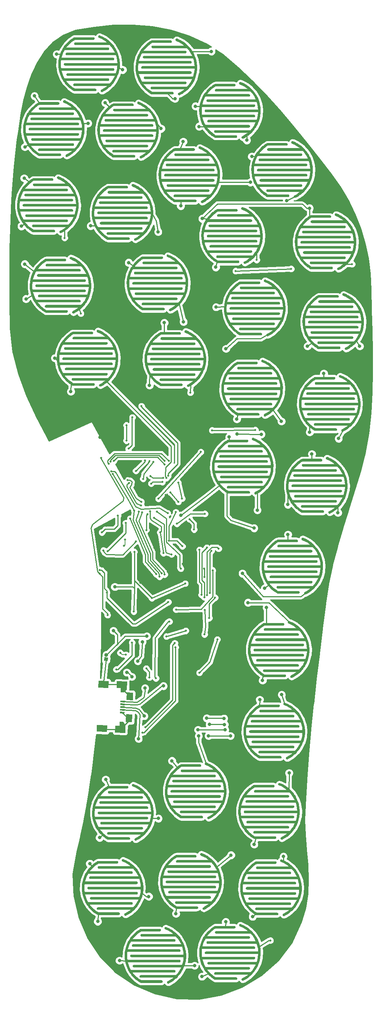
<source format=gtl>
G04 #@! TF.GenerationSoftware,KiCad,Pcbnew,(5.0.0)*
G04 #@! TF.CreationDate,2020-01-29T13:38:42+01:00*
G04 #@! TF.ProjectId,Insole_PCB,496E736F6C655F5043422E6B69636164,rev?*
G04 #@! TF.SameCoordinates,Original*
G04 #@! TF.FileFunction,Copper,L1,Top,Signal*
G04 #@! TF.FilePolarity,Positive*
%FSLAX46Y46*%
G04 Gerber Fmt 4.6, Leading zero omitted, Abs format (unit mm)*
G04 Created by KiCad (PCBNEW (5.0.0)) date 01/29/20 13:38:42*
%MOMM*%
%LPD*%
G01*
G04 APERTURE LIST*
G04 #@! TA.AperFunction,SMDPad,CuDef*
%ADD10C,0.500000*%
G04 #@! TD*
G04 #@! TA.AperFunction,Conductor*
%ADD11C,0.100000*%
G04 #@! TD*
G04 #@! TA.AperFunction,ComponentPad*
%ADD12C,0.850000*%
G04 #@! TD*
G04 #@! TA.AperFunction,Conductor*
%ADD13C,0.850000*%
G04 #@! TD*
G04 #@! TA.AperFunction,SMDPad,CuDef*
%ADD14C,1.600000*%
G04 #@! TD*
G04 #@! TA.AperFunction,SMDPad,CuDef*
%ADD15C,1.500000*%
G04 #@! TD*
G04 #@! TA.AperFunction,SMDPad,CuDef*
%ADD16C,0.400000*%
G04 #@! TD*
G04 #@! TA.AperFunction,ViaPad*
%ADD17C,0.800000*%
G04 #@! TD*
G04 #@! TA.AperFunction,ViaPad*
%ADD18C,0.500000*%
G04 #@! TD*
G04 #@! TA.AperFunction,ViaPad*
%ADD19C,0.600000*%
G04 #@! TD*
G04 #@! TA.AperFunction,Conductor*
%ADD20C,0.250000*%
G04 #@! TD*
G04 #@! TA.AperFunction,Conductor*
%ADD21C,0.160000*%
G04 #@! TD*
G04 #@! TA.AperFunction,Conductor*
%ADD22C,0.254000*%
G04 #@! TD*
G04 APERTURE END LIST*
D10*
G04 #@! TO.P,S9,1*
G04 #@! TO.N,/U2_Data*
X209099453Y-66110707D03*
D11*
G04 #@! TD*
G04 #@! TO.N,/U2_Data*
G04 #@! TO.C,S9*
G36*
X216803642Y-58610736D02*
X216832894Y-58612577D01*
X216861827Y-58617263D01*
X216890164Y-58624750D01*
X216917636Y-58634966D01*
X216943979Y-58647815D01*
X216968943Y-58663173D01*
X216992289Y-58680894D01*
X217013795Y-58700808D01*
X217033254Y-58722726D01*
X217050482Y-58746438D01*
X217065314Y-58771718D01*
X217077608Y-58798325D01*
X217087247Y-58826005D01*
X217094139Y-58854493D01*
X217098218Y-58883517D01*
X217099446Y-58912801D01*
X217097810Y-58942066D01*
X217093326Y-58971030D01*
X217086037Y-58999419D01*
X217076012Y-59026962D01*
X217063348Y-59053394D01*
X217048164Y-59078465D01*
X217030607Y-59101934D01*
X217010843Y-59123578D01*
X216989062Y-59143190D01*
X216965470Y-59160583D01*
X216940294Y-59175591D01*
X216913774Y-59188071D01*
X216886163Y-59197903D01*
X216857723Y-59204994D01*
X216828728Y-59209275D01*
X216799453Y-59210707D01*
X212483182Y-59210707D01*
X212225033Y-59366979D01*
X211698851Y-59744227D01*
X211214263Y-60169033D01*
X210773438Y-60639102D01*
X210487665Y-61010707D01*
X220199453Y-61010707D01*
X220203642Y-61010736D01*
X220232894Y-61012577D01*
X220261827Y-61017263D01*
X220290164Y-61024750D01*
X220317636Y-61034966D01*
X220343979Y-61047815D01*
X220368943Y-61063173D01*
X220392289Y-61080894D01*
X220413795Y-61100808D01*
X220433254Y-61122726D01*
X220450482Y-61146438D01*
X220465314Y-61171718D01*
X220477608Y-61198325D01*
X220487247Y-61226005D01*
X220494139Y-61254493D01*
X220498218Y-61283517D01*
X220499446Y-61312801D01*
X220497810Y-61342066D01*
X220493326Y-61371030D01*
X220486037Y-61399419D01*
X220476012Y-61426962D01*
X220463348Y-61453394D01*
X220448164Y-61478465D01*
X220430607Y-61501934D01*
X220410843Y-61523578D01*
X220389062Y-61543190D01*
X220365470Y-61560583D01*
X220340294Y-61575591D01*
X220313774Y-61588071D01*
X220286163Y-61597903D01*
X220257723Y-61604994D01*
X220228728Y-61609275D01*
X220199453Y-61610707D01*
X210093105Y-61610707D01*
X210039465Y-61696677D01*
X209753324Y-62274088D01*
X209524888Y-62876677D01*
X209380184Y-63410707D01*
X221399453Y-63410707D01*
X221403642Y-63410736D01*
X221432894Y-63412577D01*
X221461827Y-63417263D01*
X221490164Y-63424750D01*
X221517636Y-63434966D01*
X221543979Y-63447815D01*
X221568943Y-63463173D01*
X221592289Y-63480894D01*
X221613795Y-63500808D01*
X221633254Y-63522726D01*
X221650482Y-63546438D01*
X221665314Y-63571718D01*
X221677608Y-63598325D01*
X221687247Y-63626005D01*
X221694139Y-63654493D01*
X221698218Y-63683517D01*
X221699446Y-63712801D01*
X221697810Y-63742066D01*
X221693326Y-63771030D01*
X221686037Y-63799419D01*
X221676012Y-63826962D01*
X221663348Y-63853394D01*
X221648164Y-63878465D01*
X221630607Y-63901934D01*
X221610843Y-63923578D01*
X221589062Y-63943190D01*
X221565470Y-63960583D01*
X221540294Y-63975591D01*
X221513774Y-63988071D01*
X221486163Y-63997903D01*
X221457723Y-64004994D01*
X221428728Y-64009275D01*
X221399453Y-64010707D01*
X209270101Y-64010707D01*
X209249308Y-64134152D01*
X209204791Y-64777034D01*
X209223219Y-65421193D01*
X209272694Y-65810707D01*
X221399453Y-65810707D01*
X221403642Y-65810736D01*
X221432894Y-65812577D01*
X221461827Y-65817263D01*
X221490164Y-65824750D01*
X221517636Y-65834966D01*
X221543979Y-65847815D01*
X221568943Y-65863173D01*
X221592289Y-65880894D01*
X221613795Y-65900808D01*
X221633254Y-65922726D01*
X221650482Y-65946438D01*
X221665314Y-65971718D01*
X221677608Y-65998325D01*
X221687247Y-66026005D01*
X221694139Y-66054493D01*
X221698218Y-66083517D01*
X221699446Y-66112801D01*
X221697810Y-66142066D01*
X221693326Y-66171030D01*
X221686037Y-66199419D01*
X221676012Y-66226962D01*
X221663348Y-66253394D01*
X221648164Y-66278465D01*
X221630607Y-66301934D01*
X221610843Y-66323578D01*
X221589062Y-66343190D01*
X221565470Y-66360583D01*
X221540294Y-66375591D01*
X221513774Y-66388071D01*
X221486163Y-66397903D01*
X221457723Y-66404994D01*
X221428728Y-66409275D01*
X221399453Y-66410707D01*
X209384238Y-66410707D01*
X209447618Y-66688806D01*
X209651445Y-67300150D01*
X209913958Y-67888691D01*
X210097177Y-68210707D01*
X220199453Y-68210707D01*
X220203642Y-68210736D01*
X220232894Y-68212577D01*
X220261827Y-68217263D01*
X220290164Y-68224750D01*
X220317636Y-68234966D01*
X220343979Y-68247815D01*
X220368943Y-68263173D01*
X220392289Y-68280894D01*
X220413795Y-68300808D01*
X220433254Y-68322726D01*
X220450482Y-68346438D01*
X220465314Y-68371718D01*
X220477608Y-68398325D01*
X220487247Y-68426005D01*
X220494139Y-68454493D01*
X220498218Y-68483517D01*
X220499446Y-68512801D01*
X220497810Y-68542066D01*
X220493326Y-68571030D01*
X220486037Y-68599419D01*
X220476012Y-68626962D01*
X220463348Y-68653394D01*
X220448164Y-68678465D01*
X220430607Y-68701934D01*
X220410843Y-68723578D01*
X220389062Y-68743190D01*
X220365470Y-68760583D01*
X220340294Y-68775591D01*
X220313774Y-68788071D01*
X220286163Y-68797903D01*
X220257723Y-68804994D01*
X220228728Y-68809275D01*
X220199453Y-68810707D01*
X210488310Y-68810707D01*
X210604465Y-68975131D01*
X211025882Y-69462680D01*
X211492857Y-69906772D01*
X212000941Y-70303179D01*
X212486253Y-70610707D01*
X217199453Y-70610707D01*
X217203642Y-70610736D01*
X217232894Y-70612577D01*
X217261827Y-70617263D01*
X217290164Y-70624750D01*
X217317636Y-70634966D01*
X217343979Y-70647815D01*
X217368943Y-70663173D01*
X217392289Y-70680894D01*
X217413795Y-70700808D01*
X217433254Y-70722726D01*
X217450482Y-70746438D01*
X217465314Y-70771718D01*
X217477608Y-70798325D01*
X217487247Y-70826005D01*
X217494139Y-70854493D01*
X217498218Y-70883517D01*
X217499446Y-70912801D01*
X217497810Y-70942066D01*
X217493326Y-70971030D01*
X217486037Y-70999419D01*
X217476012Y-71026962D01*
X217463348Y-71053394D01*
X217448164Y-71078465D01*
X217430607Y-71101934D01*
X217410843Y-71123578D01*
X217389062Y-71143190D01*
X217365470Y-71160583D01*
X217340294Y-71175591D01*
X217313774Y-71188071D01*
X217286163Y-71197903D01*
X217257723Y-71204994D01*
X217228728Y-71209275D01*
X217199453Y-71210707D01*
X212399453Y-71210707D01*
X212395264Y-71210678D01*
X212366012Y-71208837D01*
X212337079Y-71204151D01*
X212308742Y-71196664D01*
X212281270Y-71186448D01*
X212266234Y-71179114D01*
X212262022Y-71177242D01*
X212259726Y-71175940D01*
X212254927Y-71173599D01*
X212246994Y-71168719D01*
X212236527Y-71162782D01*
X211667398Y-70802142D01*
X211663876Y-70799875D01*
X211653739Y-70792521D01*
X211643436Y-70785263D01*
X211112215Y-70370806D01*
X211108931Y-70368206D01*
X211099557Y-70359895D01*
X211090016Y-70351670D01*
X210601773Y-69887354D01*
X210598758Y-69884446D01*
X210590221Y-69875239D01*
X210581546Y-69866142D01*
X210140944Y-69356397D01*
X210138227Y-69353209D01*
X210130617Y-69343197D01*
X210122884Y-69333313D01*
X209734127Y-68783006D01*
X209731733Y-68779567D01*
X209725126Y-68768843D01*
X209718405Y-68758269D01*
X209385204Y-68172653D01*
X209383158Y-68168998D01*
X209377647Y-68157719D01*
X209371971Y-68146500D01*
X209097506Y-67531164D01*
X209095826Y-67527326D01*
X209091434Y-67515541D01*
X209086888Y-67503844D01*
X208873780Y-66864662D01*
X208872483Y-66860679D01*
X208869265Y-66848532D01*
X208865879Y-66836438D01*
X208716161Y-66179510D01*
X208715259Y-66175419D01*
X208713248Y-66163053D01*
X208711052Y-66150648D01*
X208626153Y-65482246D01*
X208625654Y-65478086D01*
X208624855Y-65465528D01*
X208623885Y-65453024D01*
X208604617Y-64779526D01*
X208604526Y-64775338D01*
X208604957Y-64762777D01*
X208605211Y-64750223D01*
X208651756Y-64078059D01*
X208652074Y-64073882D01*
X208653729Y-64061415D01*
X208655206Y-64048954D01*
X208767120Y-63384541D01*
X208767845Y-63380415D01*
X208770708Y-63368172D01*
X208773395Y-63355910D01*
X208949611Y-62705589D01*
X208950735Y-62701553D01*
X208954768Y-62689679D01*
X208958649Y-62677708D01*
X209197484Y-62047686D01*
X209198996Y-62043779D01*
X209204180Y-62032332D01*
X209209200Y-62020820D01*
X209508374Y-61417110D01*
X209510260Y-61413370D01*
X209516535Y-61402485D01*
X209522656Y-61391515D01*
X209879315Y-60819882D01*
X209881557Y-60816343D01*
X209888870Y-60806115D01*
X209896026Y-60795803D01*
X210306765Y-60261702D01*
X210309341Y-60258399D01*
X210317612Y-60248939D01*
X210325745Y-60239369D01*
X210786641Y-59747897D01*
X210789528Y-59744861D01*
X210798666Y-59736268D01*
X210807711Y-59727522D01*
X211314368Y-59283372D01*
X211317537Y-59280633D01*
X211327471Y-59272972D01*
X211337325Y-59265151D01*
X211884905Y-58872562D01*
X211888327Y-58870145D01*
X211896419Y-58865081D01*
X211904349Y-58859734D01*
X212244095Y-58654067D01*
X212247694Y-58651923D01*
X212253245Y-58649022D01*
X212258612Y-58645823D01*
X212266214Y-58642246D01*
X212273671Y-58638349D01*
X212279470Y-58636007D01*
X212285132Y-58633343D01*
X212293063Y-58630519D01*
X212300849Y-58627375D01*
X212306840Y-58625613D01*
X212312743Y-58623511D01*
X212320915Y-58621474D01*
X212328968Y-58619105D01*
X212335106Y-58617935D01*
X212341183Y-58616420D01*
X212349499Y-58615192D01*
X212357759Y-58613618D01*
X212363995Y-58613052D01*
X212370178Y-58612139D01*
X212378574Y-58611728D01*
X212386949Y-58610968D01*
X212393201Y-58611013D01*
X212399453Y-58610707D01*
X216799453Y-58610707D01*
X216803642Y-58610736D01*
X216803642Y-58610736D01*
G37*
D10*
G04 #@! TO.P,S9,2*
G04 #@! TO.N,/U2_A1*
X222599453Y-64910707D03*
D11*
G04 #@! TD*
G04 #@! TO.N,/U2_A1*
G04 #@! TO.C,S9*
G36*
X218254832Y-58164525D02*
X218283750Y-58169302D01*
X218312064Y-58176878D01*
X218339503Y-58187180D01*
X218957179Y-58454203D01*
X218961012Y-58455892D01*
X218972216Y-58461596D01*
X218983482Y-58467134D01*
X219572153Y-58793158D01*
X219575803Y-58795213D01*
X219586370Y-58801966D01*
X219597069Y-58808594D01*
X220151116Y-59190506D01*
X220154549Y-59192907D01*
X220164449Y-59200692D01*
X220174406Y-59208299D01*
X220688541Y-59642453D01*
X220691722Y-59645178D01*
X220700801Y-59653879D01*
X220709983Y-59662435D01*
X221179298Y-60144687D01*
X221182199Y-60147710D01*
X221190377Y-60157244D01*
X221198690Y-60166666D01*
X221618704Y-60692415D01*
X221621296Y-60695706D01*
X221628509Y-60706000D01*
X221635858Y-60716181D01*
X222002564Y-61280407D01*
X222004823Y-61283935D01*
X222010996Y-61294883D01*
X222017317Y-61305733D01*
X222327215Y-61903050D01*
X222329118Y-61906782D01*
X222334187Y-61918265D01*
X222339426Y-61929696D01*
X222589556Y-62554403D01*
X222591086Y-62558303D01*
X222595012Y-62570230D01*
X222599108Y-62582112D01*
X222787084Y-63228246D01*
X222788227Y-63232276D01*
X222790977Y-63244561D01*
X222793887Y-63256755D01*
X222917915Y-63918150D01*
X222918659Y-63922272D01*
X222920196Y-63934752D01*
X222921904Y-63947187D01*
X222980798Y-64617527D01*
X222981136Y-64621702D01*
X222981447Y-64634269D01*
X222981934Y-64646815D01*
X222975134Y-65319703D01*
X222975062Y-65323891D01*
X222974145Y-65336435D01*
X222973406Y-65348962D01*
X222900976Y-66017975D01*
X222900496Y-66022136D01*
X222898366Y-66034495D01*
X222896402Y-66046926D01*
X222759033Y-66705677D01*
X222758149Y-66709772D01*
X222754823Y-66721863D01*
X222751655Y-66734043D01*
X222550660Y-67376246D01*
X222549381Y-67380235D01*
X222544878Y-67391979D01*
X222540549Y-67403757D01*
X222277844Y-68023281D01*
X222276182Y-68027127D01*
X222270540Y-68038404D01*
X222265097Y-68049674D01*
X221943191Y-68640606D01*
X221941162Y-68644271D01*
X221934466Y-68654912D01*
X221927930Y-68665629D01*
X221549895Y-69222329D01*
X221547518Y-69225778D01*
X221539829Y-69235698D01*
X221532265Y-69245743D01*
X221101711Y-69762896D01*
X221099008Y-69766097D01*
X221090369Y-69775239D01*
X221081879Y-69784479D01*
X220602914Y-70257149D01*
X220599912Y-70260070D01*
X220590456Y-70268296D01*
X220581071Y-70276693D01*
X220058267Y-70700368D01*
X220054995Y-70702983D01*
X220044717Y-70710293D01*
X220034622Y-70717687D01*
X219472970Y-71088323D01*
X219469457Y-71090606D01*
X219459469Y-71096331D01*
X219449596Y-71102268D01*
X218941315Y-71375046D01*
X218937610Y-71377001D01*
X218910965Y-71389212D01*
X218883255Y-71398764D01*
X218854746Y-71405567D01*
X218825709Y-71409556D01*
X218796422Y-71410692D01*
X218767163Y-71408964D01*
X218738212Y-71404389D01*
X218709846Y-71397012D01*
X218682335Y-71386901D01*
X218655942Y-71374154D01*
X218630919Y-71358893D01*
X218607505Y-71341262D01*
X218585922Y-71321431D01*
X218566378Y-71299588D01*
X218549060Y-71275943D01*
X218534130Y-71250721D01*
X218521733Y-71224161D01*
X218511987Y-71196520D01*
X218504986Y-71168058D01*
X218500795Y-71139049D01*
X218499454Y-71109770D01*
X218500978Y-71080499D01*
X218505350Y-71051518D01*
X218512530Y-71023101D01*
X218522448Y-70995520D01*
X218535011Y-70969039D01*
X218550097Y-70943910D01*
X218567563Y-70920373D01*
X218587243Y-70898653D01*
X218608949Y-70878956D01*
X218632473Y-70861473D01*
X218657591Y-70846368D01*
X219153866Y-70580033D01*
X219691905Y-70224979D01*
X219956312Y-70010707D01*
X212399453Y-70010707D01*
X212395264Y-70010678D01*
X212366012Y-70008837D01*
X212337079Y-70004151D01*
X212308742Y-69996664D01*
X212281270Y-69986448D01*
X212254927Y-69973599D01*
X212229963Y-69958241D01*
X212206617Y-69940520D01*
X212185111Y-69920606D01*
X212165652Y-69898688D01*
X212148424Y-69874976D01*
X212133592Y-69849696D01*
X212121298Y-69823089D01*
X212111659Y-69795409D01*
X212104767Y-69766921D01*
X212100688Y-69737897D01*
X212099460Y-69708613D01*
X212101096Y-69679348D01*
X212105580Y-69650384D01*
X212112869Y-69621995D01*
X212122894Y-69594452D01*
X212135558Y-69568020D01*
X212150742Y-69542949D01*
X212168299Y-69519480D01*
X212188063Y-69497836D01*
X212209844Y-69478224D01*
X212233436Y-69460831D01*
X212258612Y-69445823D01*
X212285132Y-69433343D01*
X212312743Y-69423511D01*
X212341183Y-69416420D01*
X212370178Y-69412139D01*
X212399453Y-69410707D01*
X220599453Y-69410707D01*
X220603642Y-69410736D01*
X220606237Y-69410899D01*
X220649983Y-69367729D01*
X221061767Y-68873121D01*
X221423318Y-68340695D01*
X221731184Y-67775537D01*
X221801079Y-67610707D01*
X210799453Y-67610707D01*
X210795264Y-67610678D01*
X210766012Y-67608837D01*
X210737079Y-67604151D01*
X210708742Y-67596664D01*
X210681270Y-67586448D01*
X210654927Y-67573599D01*
X210629963Y-67558241D01*
X210606617Y-67540520D01*
X210585111Y-67520606D01*
X210565652Y-67498688D01*
X210548424Y-67474976D01*
X210533592Y-67449696D01*
X210521298Y-67423089D01*
X210511659Y-67395409D01*
X210504767Y-67366921D01*
X210500688Y-67337897D01*
X210499460Y-67308613D01*
X210501096Y-67279348D01*
X210505580Y-67250384D01*
X210512869Y-67221995D01*
X210522894Y-67194452D01*
X210535558Y-67168020D01*
X210550742Y-67142949D01*
X210568299Y-67119480D01*
X210588063Y-67097836D01*
X210609844Y-67078224D01*
X210633436Y-67060831D01*
X210658612Y-67045823D01*
X210685132Y-67033343D01*
X210712743Y-67023511D01*
X210741183Y-67016420D01*
X210770178Y-67012139D01*
X210799453Y-67010707D01*
X222036366Y-67010707D01*
X222174662Y-66568835D01*
X222306042Y-65938802D01*
X222375312Y-65298973D01*
X222376204Y-65210707D01*
X210199453Y-65210707D01*
X210195264Y-65210678D01*
X210166012Y-65208837D01*
X210137079Y-65204151D01*
X210108742Y-65196664D01*
X210081270Y-65186448D01*
X210054927Y-65173599D01*
X210029963Y-65158241D01*
X210006617Y-65140520D01*
X209985111Y-65120606D01*
X209965652Y-65098688D01*
X209948424Y-65074976D01*
X209933592Y-65049696D01*
X209921298Y-65023089D01*
X209911659Y-64995409D01*
X209904767Y-64966921D01*
X209900688Y-64937897D01*
X209899460Y-64908613D01*
X209901096Y-64879348D01*
X209905580Y-64850384D01*
X209912869Y-64821995D01*
X209922894Y-64794452D01*
X209935558Y-64768020D01*
X209950742Y-64742949D01*
X209968299Y-64719480D01*
X209988063Y-64697836D01*
X210009844Y-64678224D01*
X210033436Y-64660831D01*
X210058612Y-64645823D01*
X210085132Y-64633343D01*
X210112743Y-64623511D01*
X210141183Y-64616420D01*
X210170178Y-64612139D01*
X210199453Y-64610707D01*
X222377887Y-64610707D01*
X222325490Y-64014311D01*
X222206871Y-63381762D01*
X222040737Y-62810707D01*
X210599453Y-62810707D01*
X210595264Y-62810678D01*
X210566012Y-62808837D01*
X210537079Y-62804151D01*
X210508742Y-62796664D01*
X210481270Y-62786448D01*
X210454927Y-62773599D01*
X210429963Y-62758241D01*
X210406617Y-62740520D01*
X210385111Y-62720606D01*
X210365652Y-62698688D01*
X210348424Y-62674976D01*
X210333592Y-62649696D01*
X210321298Y-62623089D01*
X210311659Y-62595409D01*
X210304767Y-62566921D01*
X210300688Y-62537897D01*
X210299460Y-62508613D01*
X210301096Y-62479348D01*
X210305580Y-62450384D01*
X210312869Y-62421995D01*
X210322894Y-62394452D01*
X210335558Y-62368020D01*
X210350742Y-62342949D01*
X210368299Y-62319480D01*
X210388063Y-62297836D01*
X210409844Y-62278224D01*
X210433436Y-62260831D01*
X210458612Y-62245823D01*
X210485132Y-62233343D01*
X210512743Y-62223511D01*
X210541183Y-62216420D01*
X210570178Y-62212139D01*
X210599453Y-62210707D01*
X221805634Y-62210707D01*
X221787869Y-62166340D01*
X221491488Y-61595077D01*
X221140772Y-61055451D01*
X220739070Y-60552626D01*
X220600890Y-60410637D01*
X220599453Y-60410707D01*
X212599453Y-60410707D01*
X212595264Y-60410678D01*
X212566012Y-60408837D01*
X212537079Y-60404151D01*
X212508742Y-60396664D01*
X212481270Y-60386448D01*
X212454927Y-60373599D01*
X212429963Y-60358241D01*
X212406617Y-60340520D01*
X212385111Y-60320606D01*
X212365652Y-60298688D01*
X212348424Y-60274976D01*
X212333592Y-60249696D01*
X212321298Y-60223089D01*
X212311659Y-60195409D01*
X212304767Y-60166921D01*
X212300688Y-60137897D01*
X212299460Y-60108613D01*
X212301096Y-60079348D01*
X212305580Y-60050384D01*
X212312869Y-60021995D01*
X212322894Y-59994452D01*
X212335558Y-59968020D01*
X212350742Y-59942949D01*
X212368299Y-59919480D01*
X212388063Y-59897836D01*
X212409844Y-59878224D01*
X212433436Y-59860831D01*
X212458612Y-59845823D01*
X212485132Y-59833343D01*
X212512743Y-59823511D01*
X212541183Y-59816420D01*
X212570178Y-59812139D01*
X212599453Y-59810707D01*
X219957814Y-59810707D01*
X219798512Y-59676187D01*
X219268624Y-59310928D01*
X218705622Y-58999120D01*
X218101417Y-58737920D01*
X218097583Y-58736231D01*
X218071463Y-58722934D01*
X218046765Y-58707152D01*
X218023725Y-58689035D01*
X218002563Y-58668756D01*
X217983481Y-58646509D01*
X217966661Y-58622506D01*
X217952263Y-58596976D01*
X217940425Y-58570163D01*
X217931261Y-58542323D01*
X217924857Y-58513721D01*
X217921274Y-58484631D01*
X217920547Y-58455330D01*
X217922683Y-58426098D01*
X217927661Y-58397214D01*
X217935434Y-58368954D01*
X217945927Y-58341587D01*
X217959042Y-58315374D01*
X217974651Y-58290567D01*
X217992606Y-58267401D01*
X218012738Y-58246098D01*
X218034851Y-58226861D01*
X218058736Y-58209874D01*
X218084165Y-58195298D01*
X218110895Y-58183274D01*
X218138670Y-58173915D01*
X218167227Y-58167311D01*
X218196291Y-58163526D01*
X218225586Y-58162594D01*
X218254832Y-58164525D01*
X218254832Y-58164525D01*
G37*
D12*
G04 #@! TO.P,J2,2*
G04 #@! TO.N,+BATT*
X186929209Y-191863143D03*
D13*
G04 #@! TD*
G04 #@! TO.N,+BATT*
G04 #@! TO.C,J2*
X186929209Y-191863143D02*
X186929209Y-191863143D01*
D12*
G04 #@! TO.P,J2,1*
G04 #@! TO.N,-BATT*
X186859453Y-192860707D03*
D11*
G04 #@! TD*
G04 #@! TO.N,-BATT*
G04 #@! TO.C,J2*
G36*
X187313064Y-192466389D02*
X187253771Y-193314318D01*
X186405842Y-193255025D01*
X186465135Y-192407096D01*
X187313064Y-192466389D01*
X187313064Y-192466389D01*
G37*
D14*
G04 #@! TO.P,J1,6*
G04 #@! TO.N,-BATT*
X190549347Y-198824613D03*
D11*
G04 #@! TD*
G04 #@! TO.N,-BATT*
G04 #@! TO.C,J1*
G36*
X191087907Y-200594487D02*
X190288395Y-200566567D01*
X190321549Y-199617146D01*
X189322158Y-199582246D01*
X189377998Y-197983221D01*
X191776536Y-198066980D01*
X191712844Y-199890868D01*
X191087907Y-200594487D01*
X191087907Y-200594487D01*
G37*
D14*
G04 #@! TO.P,J1,6*
G04 #@! TO.N,-BATT*
X190186392Y-209218278D03*
D11*
G04 #@! TD*
G04 #@! TO.N,-BATT*
G04 #@! TO.C,J1*
G36*
X188959203Y-209975911D02*
X189015043Y-208376886D01*
X190014433Y-208411785D01*
X190047588Y-207462364D01*
X190847101Y-207490284D01*
X191421433Y-208235782D01*
X191357741Y-210059670D01*
X188959203Y-209975911D01*
X188959203Y-209975911D01*
G37*
D15*
G04 #@! TO.P,J1,6*
G04 #@! TO.N,-BATT*
X192227688Y-206637946D03*
D11*
G04 #@! TD*
G04 #@! TO.N,-BATT*
G04 #@! TO.C,J1*
G36*
X191509554Y-205712320D02*
X193008641Y-205764669D01*
X192945822Y-207563572D01*
X191446735Y-207511223D01*
X191509554Y-205712320D01*
X191509554Y-205712320D01*
G37*
D15*
G04 #@! TO.P,J1,6*
G04 #@! TO.N,-BATT*
X192405675Y-201541053D03*
D11*
G04 #@! TD*
G04 #@! TO.N,-BATT*
G04 #@! TO.C,J1*
G36*
X191687541Y-200615427D02*
X193186628Y-200667776D01*
X193123809Y-202466679D01*
X191624722Y-202414330D01*
X191687541Y-200615427D01*
X191687541Y-200615427D01*
G37*
D14*
G04 #@! TO.P,J1,6*
G04 #@! TO.N,-BATT*
X185890756Y-209018241D03*
D11*
G04 #@! TD*
G04 #@! TO.N,-BATT*
G04 #@! TO.C,J1*
G36*
X184719407Y-208176849D02*
X187117945Y-208260608D01*
X187062105Y-209859633D01*
X184663567Y-209775874D01*
X184719407Y-208176849D01*
X184719407Y-208176849D01*
G37*
D14*
G04 #@! TO.P,J1,6*
G04 #@! TO.N,-BATT*
X186250221Y-198724515D03*
D11*
G04 #@! TD*
G04 #@! TO.N,-BATT*
G04 #@! TO.C,J1*
G36*
X185078872Y-197883123D02*
X187477410Y-197966882D01*
X187421570Y-199565907D01*
X185023032Y-199482148D01*
X185078872Y-197883123D01*
X185078872Y-197883123D01*
G37*
D16*
G04 #@! TO.P,J1,5*
G04 #@! TO.N,-BATT*
X190647302Y-205331996D03*
D11*
G04 #@! TD*
G04 #@! TO.N,-BATT*
G04 #@! TO.C,J1*
G36*
X190129602Y-205113796D02*
X191178962Y-205150440D01*
X191165002Y-205550196D01*
X190115642Y-205513552D01*
X190129602Y-205113796D01*
X190129602Y-205113796D01*
G37*
D16*
G04 #@! TO.P,J1,4*
G04 #@! TO.N,/P0.7_USB*
X190669986Y-204682392D03*
D11*
G04 #@! TD*
G04 #@! TO.N,/P0.7_USB*
G04 #@! TO.C,J1*
G36*
X190152286Y-204464192D02*
X191201646Y-204500836D01*
X191187686Y-204900592D01*
X190138326Y-204863948D01*
X190152286Y-204464192D01*
X190152286Y-204464192D01*
G37*
D16*
G04 #@! TO.P,J1,3*
G04 #@! TO.N,/P0.6_USB*
X190692671Y-204032788D03*
D11*
G04 #@! TD*
G04 #@! TO.N,/P0.6_USB*
G04 #@! TO.C,J1*
G36*
X190174971Y-203814588D02*
X191224331Y-203851232D01*
X191210371Y-204250988D01*
X190161011Y-204214344D01*
X190174971Y-203814588D01*
X190174971Y-203814588D01*
G37*
D16*
G04 #@! TO.P,J1,2*
G04 #@! TO.N,/XRES_USB*
X190715356Y-203383184D03*
D11*
G04 #@! TD*
G04 #@! TO.N,/XRES_USB*
G04 #@! TO.C,J1*
G36*
X190197656Y-203164984D02*
X191247016Y-203201628D01*
X191233056Y-203601384D01*
X190183696Y-203564740D01*
X190197656Y-203164984D01*
X190197656Y-203164984D01*
G37*
D16*
G04 #@! TO.P,J1,1*
G04 #@! TO.N,+5V*
X190738041Y-202733580D03*
D11*
G04 #@! TD*
G04 #@! TO.N,+5V*
G04 #@! TO.C,J1*
G36*
X190220341Y-202515380D02*
X191269701Y-202552024D01*
X191255741Y-202951780D01*
X190206381Y-202915136D01*
X190220341Y-202515380D01*
X190220341Y-202515380D01*
G37*
D10*
G04 #@! TO.P,S0,1*
G04 #@! TO.N,/U1_Data*
X175829453Y-123950707D03*
D11*
G04 #@! TD*
G04 #@! TO.N,/U1_Data*
G04 #@! TO.C,S0*
G36*
X183533642Y-116450736D02*
X183562894Y-116452577D01*
X183591827Y-116457263D01*
X183620164Y-116464750D01*
X183647636Y-116474966D01*
X183673979Y-116487815D01*
X183698943Y-116503173D01*
X183722289Y-116520894D01*
X183743795Y-116540808D01*
X183763254Y-116562726D01*
X183780482Y-116586438D01*
X183795314Y-116611718D01*
X183807608Y-116638325D01*
X183817247Y-116666005D01*
X183824139Y-116694493D01*
X183828218Y-116723517D01*
X183829446Y-116752801D01*
X183827810Y-116782066D01*
X183823326Y-116811030D01*
X183816037Y-116839419D01*
X183806012Y-116866962D01*
X183793348Y-116893394D01*
X183778164Y-116918465D01*
X183760607Y-116941934D01*
X183740843Y-116963578D01*
X183719062Y-116983190D01*
X183695470Y-117000583D01*
X183670294Y-117015591D01*
X183643774Y-117028071D01*
X183616163Y-117037903D01*
X183587723Y-117044994D01*
X183558728Y-117049275D01*
X183529453Y-117050707D01*
X179213182Y-117050707D01*
X178955033Y-117206979D01*
X178428851Y-117584227D01*
X177944263Y-118009033D01*
X177503438Y-118479102D01*
X177217665Y-118850707D01*
X186929453Y-118850707D01*
X186933642Y-118850736D01*
X186962894Y-118852577D01*
X186991827Y-118857263D01*
X187020164Y-118864750D01*
X187047636Y-118874966D01*
X187073979Y-118887815D01*
X187098943Y-118903173D01*
X187122289Y-118920894D01*
X187143795Y-118940808D01*
X187163254Y-118962726D01*
X187180482Y-118986438D01*
X187195314Y-119011718D01*
X187207608Y-119038325D01*
X187217247Y-119066005D01*
X187224139Y-119094493D01*
X187228218Y-119123517D01*
X187229446Y-119152801D01*
X187227810Y-119182066D01*
X187223326Y-119211030D01*
X187216037Y-119239419D01*
X187206012Y-119266962D01*
X187193348Y-119293394D01*
X187178164Y-119318465D01*
X187160607Y-119341934D01*
X187140843Y-119363578D01*
X187119062Y-119383190D01*
X187095470Y-119400583D01*
X187070294Y-119415591D01*
X187043774Y-119428071D01*
X187016163Y-119437903D01*
X186987723Y-119444994D01*
X186958728Y-119449275D01*
X186929453Y-119450707D01*
X176823105Y-119450707D01*
X176769465Y-119536677D01*
X176483324Y-120114088D01*
X176254888Y-120716677D01*
X176110184Y-121250707D01*
X188129453Y-121250707D01*
X188133642Y-121250736D01*
X188162894Y-121252577D01*
X188191827Y-121257263D01*
X188220164Y-121264750D01*
X188247636Y-121274966D01*
X188273979Y-121287815D01*
X188298943Y-121303173D01*
X188322289Y-121320894D01*
X188343795Y-121340808D01*
X188363254Y-121362726D01*
X188380482Y-121386438D01*
X188395314Y-121411718D01*
X188407608Y-121438325D01*
X188417247Y-121466005D01*
X188424139Y-121494493D01*
X188428218Y-121523517D01*
X188429446Y-121552801D01*
X188427810Y-121582066D01*
X188423326Y-121611030D01*
X188416037Y-121639419D01*
X188406012Y-121666962D01*
X188393348Y-121693394D01*
X188378164Y-121718465D01*
X188360607Y-121741934D01*
X188340843Y-121763578D01*
X188319062Y-121783190D01*
X188295470Y-121800583D01*
X188270294Y-121815591D01*
X188243774Y-121828071D01*
X188216163Y-121837903D01*
X188187723Y-121844994D01*
X188158728Y-121849275D01*
X188129453Y-121850707D01*
X176000101Y-121850707D01*
X175979308Y-121974152D01*
X175934791Y-122617034D01*
X175953219Y-123261193D01*
X176002694Y-123650707D01*
X188129453Y-123650707D01*
X188133642Y-123650736D01*
X188162894Y-123652577D01*
X188191827Y-123657263D01*
X188220164Y-123664750D01*
X188247636Y-123674966D01*
X188273979Y-123687815D01*
X188298943Y-123703173D01*
X188322289Y-123720894D01*
X188343795Y-123740808D01*
X188363254Y-123762726D01*
X188380482Y-123786438D01*
X188395314Y-123811718D01*
X188407608Y-123838325D01*
X188417247Y-123866005D01*
X188424139Y-123894493D01*
X188428218Y-123923517D01*
X188429446Y-123952801D01*
X188427810Y-123982066D01*
X188423326Y-124011030D01*
X188416037Y-124039419D01*
X188406012Y-124066962D01*
X188393348Y-124093394D01*
X188378164Y-124118465D01*
X188360607Y-124141934D01*
X188340843Y-124163578D01*
X188319062Y-124183190D01*
X188295470Y-124200583D01*
X188270294Y-124215591D01*
X188243774Y-124228071D01*
X188216163Y-124237903D01*
X188187723Y-124244994D01*
X188158728Y-124249275D01*
X188129453Y-124250707D01*
X176114238Y-124250707D01*
X176177618Y-124528806D01*
X176381445Y-125140150D01*
X176643958Y-125728691D01*
X176827177Y-126050707D01*
X186929453Y-126050707D01*
X186933642Y-126050736D01*
X186962894Y-126052577D01*
X186991827Y-126057263D01*
X187020164Y-126064750D01*
X187047636Y-126074966D01*
X187073979Y-126087815D01*
X187098943Y-126103173D01*
X187122289Y-126120894D01*
X187143795Y-126140808D01*
X187163254Y-126162726D01*
X187180482Y-126186438D01*
X187195314Y-126211718D01*
X187207608Y-126238325D01*
X187217247Y-126266005D01*
X187224139Y-126294493D01*
X187228218Y-126323517D01*
X187229446Y-126352801D01*
X187227810Y-126382066D01*
X187223326Y-126411030D01*
X187216037Y-126439419D01*
X187206012Y-126466962D01*
X187193348Y-126493394D01*
X187178164Y-126518465D01*
X187160607Y-126541934D01*
X187140843Y-126563578D01*
X187119062Y-126583190D01*
X187095470Y-126600583D01*
X187070294Y-126615591D01*
X187043774Y-126628071D01*
X187016163Y-126637903D01*
X186987723Y-126644994D01*
X186958728Y-126649275D01*
X186929453Y-126650707D01*
X177218310Y-126650707D01*
X177334465Y-126815131D01*
X177755882Y-127302680D01*
X178222857Y-127746772D01*
X178730941Y-128143179D01*
X179216253Y-128450707D01*
X183929453Y-128450707D01*
X183933642Y-128450736D01*
X183962894Y-128452577D01*
X183991827Y-128457263D01*
X184020164Y-128464750D01*
X184047636Y-128474966D01*
X184073979Y-128487815D01*
X184098943Y-128503173D01*
X184122289Y-128520894D01*
X184143795Y-128540808D01*
X184163254Y-128562726D01*
X184180482Y-128586438D01*
X184195314Y-128611718D01*
X184207608Y-128638325D01*
X184217247Y-128666005D01*
X184224139Y-128694493D01*
X184228218Y-128723517D01*
X184229446Y-128752801D01*
X184227810Y-128782066D01*
X184223326Y-128811030D01*
X184216037Y-128839419D01*
X184206012Y-128866962D01*
X184193348Y-128893394D01*
X184178164Y-128918465D01*
X184160607Y-128941934D01*
X184140843Y-128963578D01*
X184119062Y-128983190D01*
X184095470Y-129000583D01*
X184070294Y-129015591D01*
X184043774Y-129028071D01*
X184016163Y-129037903D01*
X183987723Y-129044994D01*
X183958728Y-129049275D01*
X183929453Y-129050707D01*
X179129453Y-129050707D01*
X179125264Y-129050678D01*
X179096012Y-129048837D01*
X179067079Y-129044151D01*
X179038742Y-129036664D01*
X179011270Y-129026448D01*
X178996234Y-129019114D01*
X178992022Y-129017242D01*
X178989726Y-129015940D01*
X178984927Y-129013599D01*
X178976994Y-129008719D01*
X178966527Y-129002782D01*
X178397398Y-128642142D01*
X178393876Y-128639875D01*
X178383739Y-128632521D01*
X178373436Y-128625263D01*
X177842215Y-128210806D01*
X177838931Y-128208206D01*
X177829557Y-128199895D01*
X177820016Y-128191670D01*
X177331773Y-127727354D01*
X177328758Y-127724446D01*
X177320221Y-127715239D01*
X177311546Y-127706142D01*
X176870944Y-127196397D01*
X176868227Y-127193209D01*
X176860617Y-127183197D01*
X176852884Y-127173313D01*
X176464127Y-126623006D01*
X176461733Y-126619567D01*
X176455126Y-126608843D01*
X176448405Y-126598269D01*
X176115204Y-126012653D01*
X176113158Y-126008998D01*
X176107647Y-125997719D01*
X176101971Y-125986500D01*
X175827506Y-125371164D01*
X175825826Y-125367326D01*
X175821434Y-125355541D01*
X175816888Y-125343844D01*
X175603780Y-124704662D01*
X175602483Y-124700679D01*
X175599265Y-124688532D01*
X175595879Y-124676438D01*
X175446161Y-124019510D01*
X175445259Y-124015419D01*
X175443248Y-124003053D01*
X175441052Y-123990648D01*
X175356153Y-123322246D01*
X175355654Y-123318086D01*
X175354855Y-123305528D01*
X175353885Y-123293024D01*
X175334617Y-122619526D01*
X175334526Y-122615338D01*
X175334957Y-122602777D01*
X175335211Y-122590223D01*
X175381756Y-121918059D01*
X175382074Y-121913882D01*
X175383729Y-121901415D01*
X175385206Y-121888954D01*
X175497120Y-121224541D01*
X175497845Y-121220415D01*
X175500708Y-121208172D01*
X175503395Y-121195910D01*
X175679611Y-120545589D01*
X175680735Y-120541553D01*
X175684768Y-120529679D01*
X175688649Y-120517708D01*
X175927484Y-119887686D01*
X175928996Y-119883779D01*
X175934180Y-119872332D01*
X175939200Y-119860820D01*
X176238374Y-119257110D01*
X176240260Y-119253370D01*
X176246535Y-119242485D01*
X176252656Y-119231515D01*
X176609315Y-118659882D01*
X176611557Y-118656343D01*
X176618870Y-118646115D01*
X176626026Y-118635803D01*
X177036765Y-118101702D01*
X177039341Y-118098399D01*
X177047612Y-118088939D01*
X177055745Y-118079369D01*
X177516641Y-117587897D01*
X177519528Y-117584861D01*
X177528666Y-117576268D01*
X177537711Y-117567522D01*
X178044368Y-117123372D01*
X178047537Y-117120633D01*
X178057471Y-117112972D01*
X178067325Y-117105151D01*
X178614905Y-116712562D01*
X178618327Y-116710145D01*
X178626419Y-116705081D01*
X178634349Y-116699734D01*
X178974095Y-116494067D01*
X178977694Y-116491923D01*
X178983245Y-116489022D01*
X178988612Y-116485823D01*
X178996214Y-116482246D01*
X179003671Y-116478349D01*
X179009470Y-116476007D01*
X179015132Y-116473343D01*
X179023063Y-116470519D01*
X179030849Y-116467375D01*
X179036840Y-116465613D01*
X179042743Y-116463511D01*
X179050915Y-116461474D01*
X179058968Y-116459105D01*
X179065106Y-116457935D01*
X179071183Y-116456420D01*
X179079499Y-116455192D01*
X179087759Y-116453618D01*
X179093995Y-116453052D01*
X179100178Y-116452139D01*
X179108574Y-116451728D01*
X179116949Y-116450968D01*
X179123201Y-116451013D01*
X179129453Y-116450707D01*
X183529453Y-116450707D01*
X183533642Y-116450736D01*
X183533642Y-116450736D01*
G37*
D10*
G04 #@! TO.P,S0,2*
G04 #@! TO.N,/U1_A0*
X189329453Y-122750707D03*
D11*
G04 #@! TD*
G04 #@! TO.N,/U1_A0*
G04 #@! TO.C,S0*
G36*
X184984832Y-116004525D02*
X185013750Y-116009302D01*
X185042064Y-116016878D01*
X185069503Y-116027180D01*
X185687179Y-116294203D01*
X185691012Y-116295892D01*
X185702216Y-116301596D01*
X185713482Y-116307134D01*
X186302153Y-116633158D01*
X186305803Y-116635213D01*
X186316370Y-116641966D01*
X186327069Y-116648594D01*
X186881116Y-117030506D01*
X186884549Y-117032907D01*
X186894449Y-117040692D01*
X186904406Y-117048299D01*
X187418541Y-117482453D01*
X187421722Y-117485178D01*
X187430801Y-117493879D01*
X187439983Y-117502435D01*
X187909298Y-117984687D01*
X187912199Y-117987710D01*
X187920377Y-117997244D01*
X187928690Y-118006666D01*
X188348704Y-118532415D01*
X188351296Y-118535706D01*
X188358509Y-118546000D01*
X188365858Y-118556181D01*
X188732564Y-119120407D01*
X188734823Y-119123935D01*
X188740996Y-119134883D01*
X188747317Y-119145733D01*
X189057215Y-119743050D01*
X189059118Y-119746782D01*
X189064187Y-119758265D01*
X189069426Y-119769696D01*
X189319556Y-120394403D01*
X189321086Y-120398303D01*
X189325012Y-120410230D01*
X189329108Y-120422112D01*
X189517084Y-121068246D01*
X189518227Y-121072276D01*
X189520977Y-121084561D01*
X189523887Y-121096755D01*
X189647915Y-121758150D01*
X189648659Y-121762272D01*
X189650196Y-121774752D01*
X189651904Y-121787187D01*
X189710798Y-122457527D01*
X189711136Y-122461702D01*
X189711447Y-122474269D01*
X189711934Y-122486815D01*
X189705134Y-123159703D01*
X189705062Y-123163891D01*
X189704145Y-123176435D01*
X189703406Y-123188962D01*
X189630976Y-123857975D01*
X189630496Y-123862136D01*
X189628366Y-123874495D01*
X189626402Y-123886926D01*
X189489033Y-124545677D01*
X189488149Y-124549772D01*
X189484823Y-124561863D01*
X189481655Y-124574043D01*
X189280660Y-125216246D01*
X189279381Y-125220235D01*
X189274878Y-125231979D01*
X189270549Y-125243757D01*
X189007844Y-125863281D01*
X189006182Y-125867127D01*
X189000540Y-125878404D01*
X188995097Y-125889674D01*
X188673191Y-126480606D01*
X188671162Y-126484271D01*
X188664466Y-126494912D01*
X188657930Y-126505629D01*
X188279895Y-127062329D01*
X188277518Y-127065778D01*
X188269829Y-127075698D01*
X188262265Y-127085743D01*
X187831711Y-127602896D01*
X187829008Y-127606097D01*
X187820369Y-127615239D01*
X187811879Y-127624479D01*
X187332914Y-128097149D01*
X187329912Y-128100070D01*
X187320456Y-128108296D01*
X187311071Y-128116693D01*
X186788267Y-128540368D01*
X186784995Y-128542983D01*
X186774717Y-128550293D01*
X186764622Y-128557687D01*
X186202970Y-128928323D01*
X186199457Y-128930606D01*
X186189469Y-128936331D01*
X186179596Y-128942268D01*
X185671315Y-129215046D01*
X185667610Y-129217001D01*
X185640965Y-129229212D01*
X185613255Y-129238764D01*
X185584746Y-129245567D01*
X185555709Y-129249556D01*
X185526422Y-129250692D01*
X185497163Y-129248964D01*
X185468212Y-129244389D01*
X185439846Y-129237012D01*
X185412335Y-129226901D01*
X185385942Y-129214154D01*
X185360919Y-129198893D01*
X185337505Y-129181262D01*
X185315922Y-129161431D01*
X185296378Y-129139588D01*
X185279060Y-129115943D01*
X185264130Y-129090721D01*
X185251733Y-129064161D01*
X185241987Y-129036520D01*
X185234986Y-129008058D01*
X185230795Y-128979049D01*
X185229454Y-128949770D01*
X185230978Y-128920499D01*
X185235350Y-128891518D01*
X185242530Y-128863101D01*
X185252448Y-128835520D01*
X185265011Y-128809039D01*
X185280097Y-128783910D01*
X185297563Y-128760373D01*
X185317243Y-128738653D01*
X185338949Y-128718956D01*
X185362473Y-128701473D01*
X185387591Y-128686368D01*
X185883866Y-128420033D01*
X186421905Y-128064979D01*
X186686312Y-127850707D01*
X179129453Y-127850707D01*
X179125264Y-127850678D01*
X179096012Y-127848837D01*
X179067079Y-127844151D01*
X179038742Y-127836664D01*
X179011270Y-127826448D01*
X178984927Y-127813599D01*
X178959963Y-127798241D01*
X178936617Y-127780520D01*
X178915111Y-127760606D01*
X178895652Y-127738688D01*
X178878424Y-127714976D01*
X178863592Y-127689696D01*
X178851298Y-127663089D01*
X178841659Y-127635409D01*
X178834767Y-127606921D01*
X178830688Y-127577897D01*
X178829460Y-127548613D01*
X178831096Y-127519348D01*
X178835580Y-127490384D01*
X178842869Y-127461995D01*
X178852894Y-127434452D01*
X178865558Y-127408020D01*
X178880742Y-127382949D01*
X178898299Y-127359480D01*
X178918063Y-127337836D01*
X178939844Y-127318224D01*
X178963436Y-127300831D01*
X178988612Y-127285823D01*
X179015132Y-127273343D01*
X179042743Y-127263511D01*
X179071183Y-127256420D01*
X179100178Y-127252139D01*
X179129453Y-127250707D01*
X187329453Y-127250707D01*
X187333642Y-127250736D01*
X187336237Y-127250899D01*
X187379983Y-127207729D01*
X187791767Y-126713121D01*
X188153318Y-126180695D01*
X188461184Y-125615537D01*
X188531079Y-125450707D01*
X177529453Y-125450707D01*
X177525264Y-125450678D01*
X177496012Y-125448837D01*
X177467079Y-125444151D01*
X177438742Y-125436664D01*
X177411270Y-125426448D01*
X177384927Y-125413599D01*
X177359963Y-125398241D01*
X177336617Y-125380520D01*
X177315111Y-125360606D01*
X177295652Y-125338688D01*
X177278424Y-125314976D01*
X177263592Y-125289696D01*
X177251298Y-125263089D01*
X177241659Y-125235409D01*
X177234767Y-125206921D01*
X177230688Y-125177897D01*
X177229460Y-125148613D01*
X177231096Y-125119348D01*
X177235580Y-125090384D01*
X177242869Y-125061995D01*
X177252894Y-125034452D01*
X177265558Y-125008020D01*
X177280742Y-124982949D01*
X177298299Y-124959480D01*
X177318063Y-124937836D01*
X177339844Y-124918224D01*
X177363436Y-124900831D01*
X177388612Y-124885823D01*
X177415132Y-124873343D01*
X177442743Y-124863511D01*
X177471183Y-124856420D01*
X177500178Y-124852139D01*
X177529453Y-124850707D01*
X188766366Y-124850707D01*
X188904662Y-124408835D01*
X189036042Y-123778802D01*
X189105312Y-123138973D01*
X189106204Y-123050707D01*
X176929453Y-123050707D01*
X176925264Y-123050678D01*
X176896012Y-123048837D01*
X176867079Y-123044151D01*
X176838742Y-123036664D01*
X176811270Y-123026448D01*
X176784927Y-123013599D01*
X176759963Y-122998241D01*
X176736617Y-122980520D01*
X176715111Y-122960606D01*
X176695652Y-122938688D01*
X176678424Y-122914976D01*
X176663592Y-122889696D01*
X176651298Y-122863089D01*
X176641659Y-122835409D01*
X176634767Y-122806921D01*
X176630688Y-122777897D01*
X176629460Y-122748613D01*
X176631096Y-122719348D01*
X176635580Y-122690384D01*
X176642869Y-122661995D01*
X176652894Y-122634452D01*
X176665558Y-122608020D01*
X176680742Y-122582949D01*
X176698299Y-122559480D01*
X176718063Y-122537836D01*
X176739844Y-122518224D01*
X176763436Y-122500831D01*
X176788612Y-122485823D01*
X176815132Y-122473343D01*
X176842743Y-122463511D01*
X176871183Y-122456420D01*
X176900178Y-122452139D01*
X176929453Y-122450707D01*
X189107887Y-122450707D01*
X189055490Y-121854311D01*
X188936871Y-121221762D01*
X188770737Y-120650707D01*
X177329453Y-120650707D01*
X177325264Y-120650678D01*
X177296012Y-120648837D01*
X177267079Y-120644151D01*
X177238742Y-120636664D01*
X177211270Y-120626448D01*
X177184927Y-120613599D01*
X177159963Y-120598241D01*
X177136617Y-120580520D01*
X177115111Y-120560606D01*
X177095652Y-120538688D01*
X177078424Y-120514976D01*
X177063592Y-120489696D01*
X177051298Y-120463089D01*
X177041659Y-120435409D01*
X177034767Y-120406921D01*
X177030688Y-120377897D01*
X177029460Y-120348613D01*
X177031096Y-120319348D01*
X177035580Y-120290384D01*
X177042869Y-120261995D01*
X177052894Y-120234452D01*
X177065558Y-120208020D01*
X177080742Y-120182949D01*
X177098299Y-120159480D01*
X177118063Y-120137836D01*
X177139844Y-120118224D01*
X177163436Y-120100831D01*
X177188612Y-120085823D01*
X177215132Y-120073343D01*
X177242743Y-120063511D01*
X177271183Y-120056420D01*
X177300178Y-120052139D01*
X177329453Y-120050707D01*
X188535634Y-120050707D01*
X188517869Y-120006340D01*
X188221488Y-119435077D01*
X187870772Y-118895451D01*
X187469070Y-118392626D01*
X187330890Y-118250637D01*
X187329453Y-118250707D01*
X179329453Y-118250707D01*
X179325264Y-118250678D01*
X179296012Y-118248837D01*
X179267079Y-118244151D01*
X179238742Y-118236664D01*
X179211270Y-118226448D01*
X179184927Y-118213599D01*
X179159963Y-118198241D01*
X179136617Y-118180520D01*
X179115111Y-118160606D01*
X179095652Y-118138688D01*
X179078424Y-118114976D01*
X179063592Y-118089696D01*
X179051298Y-118063089D01*
X179041659Y-118035409D01*
X179034767Y-118006921D01*
X179030688Y-117977897D01*
X179029460Y-117948613D01*
X179031096Y-117919348D01*
X179035580Y-117890384D01*
X179042869Y-117861995D01*
X179052894Y-117834452D01*
X179065558Y-117808020D01*
X179080742Y-117782949D01*
X179098299Y-117759480D01*
X179118063Y-117737836D01*
X179139844Y-117718224D01*
X179163436Y-117700831D01*
X179188612Y-117685823D01*
X179215132Y-117673343D01*
X179242743Y-117663511D01*
X179271183Y-117656420D01*
X179300178Y-117652139D01*
X179329453Y-117650707D01*
X186687814Y-117650707D01*
X186528512Y-117516187D01*
X185998624Y-117150928D01*
X185435622Y-116839120D01*
X184831417Y-116577920D01*
X184827583Y-116576231D01*
X184801463Y-116562934D01*
X184776765Y-116547152D01*
X184753725Y-116529035D01*
X184732563Y-116508756D01*
X184713481Y-116486509D01*
X184696661Y-116462506D01*
X184682263Y-116436976D01*
X184670425Y-116410163D01*
X184661261Y-116382323D01*
X184654857Y-116353721D01*
X184651274Y-116324631D01*
X184650547Y-116295330D01*
X184652683Y-116266098D01*
X184657661Y-116237214D01*
X184665434Y-116208954D01*
X184675927Y-116181587D01*
X184689042Y-116155374D01*
X184704651Y-116130567D01*
X184722606Y-116107401D01*
X184742738Y-116086098D01*
X184764851Y-116066861D01*
X184788736Y-116049874D01*
X184814165Y-116035298D01*
X184840895Y-116023274D01*
X184868670Y-116013915D01*
X184897227Y-116007311D01*
X184926291Y-116003526D01*
X184955586Y-116002594D01*
X184984832Y-116004525D01*
X184984832Y-116004525D01*
G37*
D10*
G04 #@! TO.P,S1,1*
G04 #@! TO.N,/U1_Data*
X169539453Y-106910707D03*
D11*
G04 #@! TD*
G04 #@! TO.N,/U1_Data*
G04 #@! TO.C,S1*
G36*
X177243642Y-99410736D02*
X177272894Y-99412577D01*
X177301827Y-99417263D01*
X177330164Y-99424750D01*
X177357636Y-99434966D01*
X177383979Y-99447815D01*
X177408943Y-99463173D01*
X177432289Y-99480894D01*
X177453795Y-99500808D01*
X177473254Y-99522726D01*
X177490482Y-99546438D01*
X177505314Y-99571718D01*
X177517608Y-99598325D01*
X177527247Y-99626005D01*
X177534139Y-99654493D01*
X177538218Y-99683517D01*
X177539446Y-99712801D01*
X177537810Y-99742066D01*
X177533326Y-99771030D01*
X177526037Y-99799419D01*
X177516012Y-99826962D01*
X177503348Y-99853394D01*
X177488164Y-99878465D01*
X177470607Y-99901934D01*
X177450843Y-99923578D01*
X177429062Y-99943190D01*
X177405470Y-99960583D01*
X177380294Y-99975591D01*
X177353774Y-99988071D01*
X177326163Y-99997903D01*
X177297723Y-100004994D01*
X177268728Y-100009275D01*
X177239453Y-100010707D01*
X172923182Y-100010707D01*
X172665033Y-100166979D01*
X172138851Y-100544227D01*
X171654263Y-100969033D01*
X171213438Y-101439102D01*
X170927665Y-101810707D01*
X180639453Y-101810707D01*
X180643642Y-101810736D01*
X180672894Y-101812577D01*
X180701827Y-101817263D01*
X180730164Y-101824750D01*
X180757636Y-101834966D01*
X180783979Y-101847815D01*
X180808943Y-101863173D01*
X180832289Y-101880894D01*
X180853795Y-101900808D01*
X180873254Y-101922726D01*
X180890482Y-101946438D01*
X180905314Y-101971718D01*
X180917608Y-101998325D01*
X180927247Y-102026005D01*
X180934139Y-102054493D01*
X180938218Y-102083517D01*
X180939446Y-102112801D01*
X180937810Y-102142066D01*
X180933326Y-102171030D01*
X180926037Y-102199419D01*
X180916012Y-102226962D01*
X180903348Y-102253394D01*
X180888164Y-102278465D01*
X180870607Y-102301934D01*
X180850843Y-102323578D01*
X180829062Y-102343190D01*
X180805470Y-102360583D01*
X180780294Y-102375591D01*
X180753774Y-102388071D01*
X180726163Y-102397903D01*
X180697723Y-102404994D01*
X180668728Y-102409275D01*
X180639453Y-102410707D01*
X170533105Y-102410707D01*
X170479465Y-102496677D01*
X170193324Y-103074088D01*
X169964888Y-103676677D01*
X169820184Y-104210707D01*
X181839453Y-104210707D01*
X181843642Y-104210736D01*
X181872894Y-104212577D01*
X181901827Y-104217263D01*
X181930164Y-104224750D01*
X181957636Y-104234966D01*
X181983979Y-104247815D01*
X182008943Y-104263173D01*
X182032289Y-104280894D01*
X182053795Y-104300808D01*
X182073254Y-104322726D01*
X182090482Y-104346438D01*
X182105314Y-104371718D01*
X182117608Y-104398325D01*
X182127247Y-104426005D01*
X182134139Y-104454493D01*
X182138218Y-104483517D01*
X182139446Y-104512801D01*
X182137810Y-104542066D01*
X182133326Y-104571030D01*
X182126037Y-104599419D01*
X182116012Y-104626962D01*
X182103348Y-104653394D01*
X182088164Y-104678465D01*
X182070607Y-104701934D01*
X182050843Y-104723578D01*
X182029062Y-104743190D01*
X182005470Y-104760583D01*
X181980294Y-104775591D01*
X181953774Y-104788071D01*
X181926163Y-104797903D01*
X181897723Y-104804994D01*
X181868728Y-104809275D01*
X181839453Y-104810707D01*
X169710101Y-104810707D01*
X169689308Y-104934152D01*
X169644791Y-105577034D01*
X169663219Y-106221193D01*
X169712694Y-106610707D01*
X181839453Y-106610707D01*
X181843642Y-106610736D01*
X181872894Y-106612577D01*
X181901827Y-106617263D01*
X181930164Y-106624750D01*
X181957636Y-106634966D01*
X181983979Y-106647815D01*
X182008943Y-106663173D01*
X182032289Y-106680894D01*
X182053795Y-106700808D01*
X182073254Y-106722726D01*
X182090482Y-106746438D01*
X182105314Y-106771718D01*
X182117608Y-106798325D01*
X182127247Y-106826005D01*
X182134139Y-106854493D01*
X182138218Y-106883517D01*
X182139446Y-106912801D01*
X182137810Y-106942066D01*
X182133326Y-106971030D01*
X182126037Y-106999419D01*
X182116012Y-107026962D01*
X182103348Y-107053394D01*
X182088164Y-107078465D01*
X182070607Y-107101934D01*
X182050843Y-107123578D01*
X182029062Y-107143190D01*
X182005470Y-107160583D01*
X181980294Y-107175591D01*
X181953774Y-107188071D01*
X181926163Y-107197903D01*
X181897723Y-107204994D01*
X181868728Y-107209275D01*
X181839453Y-107210707D01*
X169824238Y-107210707D01*
X169887618Y-107488806D01*
X170091445Y-108100150D01*
X170353958Y-108688691D01*
X170537177Y-109010707D01*
X180639453Y-109010707D01*
X180643642Y-109010736D01*
X180672894Y-109012577D01*
X180701827Y-109017263D01*
X180730164Y-109024750D01*
X180757636Y-109034966D01*
X180783979Y-109047815D01*
X180808943Y-109063173D01*
X180832289Y-109080894D01*
X180853795Y-109100808D01*
X180873254Y-109122726D01*
X180890482Y-109146438D01*
X180905314Y-109171718D01*
X180917608Y-109198325D01*
X180927247Y-109226005D01*
X180934139Y-109254493D01*
X180938218Y-109283517D01*
X180939446Y-109312801D01*
X180937810Y-109342066D01*
X180933326Y-109371030D01*
X180926037Y-109399419D01*
X180916012Y-109426962D01*
X180903348Y-109453394D01*
X180888164Y-109478465D01*
X180870607Y-109501934D01*
X180850843Y-109523578D01*
X180829062Y-109543190D01*
X180805470Y-109560583D01*
X180780294Y-109575591D01*
X180753774Y-109588071D01*
X180726163Y-109597903D01*
X180697723Y-109604994D01*
X180668728Y-109609275D01*
X180639453Y-109610707D01*
X170928310Y-109610707D01*
X171044465Y-109775131D01*
X171465882Y-110262680D01*
X171932857Y-110706772D01*
X172440941Y-111103179D01*
X172926253Y-111410707D01*
X177639453Y-111410707D01*
X177643642Y-111410736D01*
X177672894Y-111412577D01*
X177701827Y-111417263D01*
X177730164Y-111424750D01*
X177757636Y-111434966D01*
X177783979Y-111447815D01*
X177808943Y-111463173D01*
X177832289Y-111480894D01*
X177853795Y-111500808D01*
X177873254Y-111522726D01*
X177890482Y-111546438D01*
X177905314Y-111571718D01*
X177917608Y-111598325D01*
X177927247Y-111626005D01*
X177934139Y-111654493D01*
X177938218Y-111683517D01*
X177939446Y-111712801D01*
X177937810Y-111742066D01*
X177933326Y-111771030D01*
X177926037Y-111799419D01*
X177916012Y-111826962D01*
X177903348Y-111853394D01*
X177888164Y-111878465D01*
X177870607Y-111901934D01*
X177850843Y-111923578D01*
X177829062Y-111943190D01*
X177805470Y-111960583D01*
X177780294Y-111975591D01*
X177753774Y-111988071D01*
X177726163Y-111997903D01*
X177697723Y-112004994D01*
X177668728Y-112009275D01*
X177639453Y-112010707D01*
X172839453Y-112010707D01*
X172835264Y-112010678D01*
X172806012Y-112008837D01*
X172777079Y-112004151D01*
X172748742Y-111996664D01*
X172721270Y-111986448D01*
X172706234Y-111979114D01*
X172702022Y-111977242D01*
X172699726Y-111975940D01*
X172694927Y-111973599D01*
X172686994Y-111968719D01*
X172676527Y-111962782D01*
X172107398Y-111602142D01*
X172103876Y-111599875D01*
X172093739Y-111592521D01*
X172083436Y-111585263D01*
X171552215Y-111170806D01*
X171548931Y-111168206D01*
X171539557Y-111159895D01*
X171530016Y-111151670D01*
X171041773Y-110687354D01*
X171038758Y-110684446D01*
X171030221Y-110675239D01*
X171021546Y-110666142D01*
X170580944Y-110156397D01*
X170578227Y-110153209D01*
X170570617Y-110143197D01*
X170562884Y-110133313D01*
X170174127Y-109583006D01*
X170171733Y-109579567D01*
X170165126Y-109568843D01*
X170158405Y-109558269D01*
X169825204Y-108972653D01*
X169823158Y-108968998D01*
X169817647Y-108957719D01*
X169811971Y-108946500D01*
X169537506Y-108331164D01*
X169535826Y-108327326D01*
X169531434Y-108315541D01*
X169526888Y-108303844D01*
X169313780Y-107664662D01*
X169312483Y-107660679D01*
X169309265Y-107648532D01*
X169305879Y-107636438D01*
X169156161Y-106979510D01*
X169155259Y-106975419D01*
X169153248Y-106963053D01*
X169151052Y-106950648D01*
X169066153Y-106282246D01*
X169065654Y-106278086D01*
X169064855Y-106265528D01*
X169063885Y-106253024D01*
X169044617Y-105579526D01*
X169044526Y-105575338D01*
X169044957Y-105562777D01*
X169045211Y-105550223D01*
X169091756Y-104878059D01*
X169092074Y-104873882D01*
X169093729Y-104861415D01*
X169095206Y-104848954D01*
X169207120Y-104184541D01*
X169207845Y-104180415D01*
X169210708Y-104168172D01*
X169213395Y-104155910D01*
X169389611Y-103505589D01*
X169390735Y-103501553D01*
X169394768Y-103489679D01*
X169398649Y-103477708D01*
X169637484Y-102847686D01*
X169638996Y-102843779D01*
X169644180Y-102832332D01*
X169649200Y-102820820D01*
X169948374Y-102217110D01*
X169950260Y-102213370D01*
X169956535Y-102202485D01*
X169962656Y-102191515D01*
X170319315Y-101619882D01*
X170321557Y-101616343D01*
X170328870Y-101606115D01*
X170336026Y-101595803D01*
X170746765Y-101061702D01*
X170749341Y-101058399D01*
X170757612Y-101048939D01*
X170765745Y-101039369D01*
X171226641Y-100547897D01*
X171229528Y-100544861D01*
X171238666Y-100536268D01*
X171247711Y-100527522D01*
X171754368Y-100083372D01*
X171757537Y-100080633D01*
X171767471Y-100072972D01*
X171777325Y-100065151D01*
X172324905Y-99672562D01*
X172328327Y-99670145D01*
X172336419Y-99665081D01*
X172344349Y-99659734D01*
X172684095Y-99454067D01*
X172687694Y-99451923D01*
X172693245Y-99449022D01*
X172698612Y-99445823D01*
X172706214Y-99442246D01*
X172713671Y-99438349D01*
X172719470Y-99436007D01*
X172725132Y-99433343D01*
X172733063Y-99430519D01*
X172740849Y-99427375D01*
X172746840Y-99425613D01*
X172752743Y-99423511D01*
X172760915Y-99421474D01*
X172768968Y-99419105D01*
X172775106Y-99417935D01*
X172781183Y-99416420D01*
X172789499Y-99415192D01*
X172797759Y-99413618D01*
X172803995Y-99413052D01*
X172810178Y-99412139D01*
X172818574Y-99411728D01*
X172826949Y-99410968D01*
X172833201Y-99411013D01*
X172839453Y-99410707D01*
X177239453Y-99410707D01*
X177243642Y-99410736D01*
X177243642Y-99410736D01*
G37*
D10*
G04 #@! TO.P,S1,2*
G04 #@! TO.N,/U1_A1*
X183039453Y-105710707D03*
D11*
G04 #@! TD*
G04 #@! TO.N,/U1_A1*
G04 #@! TO.C,S1*
G36*
X178694832Y-98964525D02*
X178723750Y-98969302D01*
X178752064Y-98976878D01*
X178779503Y-98987180D01*
X179397179Y-99254203D01*
X179401012Y-99255892D01*
X179412216Y-99261596D01*
X179423482Y-99267134D01*
X180012153Y-99593158D01*
X180015803Y-99595213D01*
X180026370Y-99601966D01*
X180037069Y-99608594D01*
X180591116Y-99990506D01*
X180594549Y-99992907D01*
X180604449Y-100000692D01*
X180614406Y-100008299D01*
X181128541Y-100442453D01*
X181131722Y-100445178D01*
X181140801Y-100453879D01*
X181149983Y-100462435D01*
X181619298Y-100944687D01*
X181622199Y-100947710D01*
X181630377Y-100957244D01*
X181638690Y-100966666D01*
X182058704Y-101492415D01*
X182061296Y-101495706D01*
X182068509Y-101506000D01*
X182075858Y-101516181D01*
X182442564Y-102080407D01*
X182444823Y-102083935D01*
X182450996Y-102094883D01*
X182457317Y-102105733D01*
X182767215Y-102703050D01*
X182769118Y-102706782D01*
X182774187Y-102718265D01*
X182779426Y-102729696D01*
X183029556Y-103354403D01*
X183031086Y-103358303D01*
X183035012Y-103370230D01*
X183039108Y-103382112D01*
X183227084Y-104028246D01*
X183228227Y-104032276D01*
X183230977Y-104044561D01*
X183233887Y-104056755D01*
X183357915Y-104718150D01*
X183358659Y-104722272D01*
X183360196Y-104734752D01*
X183361904Y-104747187D01*
X183420798Y-105417527D01*
X183421136Y-105421702D01*
X183421447Y-105434269D01*
X183421934Y-105446815D01*
X183415134Y-106119703D01*
X183415062Y-106123891D01*
X183414145Y-106136435D01*
X183413406Y-106148962D01*
X183340976Y-106817975D01*
X183340496Y-106822136D01*
X183338366Y-106834495D01*
X183336402Y-106846926D01*
X183199033Y-107505677D01*
X183198149Y-107509772D01*
X183194823Y-107521863D01*
X183191655Y-107534043D01*
X182990660Y-108176246D01*
X182989381Y-108180235D01*
X182984878Y-108191979D01*
X182980549Y-108203757D01*
X182717844Y-108823281D01*
X182716182Y-108827127D01*
X182710540Y-108838404D01*
X182705097Y-108849674D01*
X182383191Y-109440606D01*
X182381162Y-109444271D01*
X182374466Y-109454912D01*
X182367930Y-109465629D01*
X181989895Y-110022329D01*
X181987518Y-110025778D01*
X181979829Y-110035698D01*
X181972265Y-110045743D01*
X181541711Y-110562896D01*
X181539008Y-110566097D01*
X181530369Y-110575239D01*
X181521879Y-110584479D01*
X181042914Y-111057149D01*
X181039912Y-111060070D01*
X181030456Y-111068296D01*
X181021071Y-111076693D01*
X180498267Y-111500368D01*
X180494995Y-111502983D01*
X180484717Y-111510293D01*
X180474622Y-111517687D01*
X179912970Y-111888323D01*
X179909457Y-111890606D01*
X179899469Y-111896331D01*
X179889596Y-111902268D01*
X179381315Y-112175046D01*
X179377610Y-112177001D01*
X179350965Y-112189212D01*
X179323255Y-112198764D01*
X179294746Y-112205567D01*
X179265709Y-112209556D01*
X179236422Y-112210692D01*
X179207163Y-112208964D01*
X179178212Y-112204389D01*
X179149846Y-112197012D01*
X179122335Y-112186901D01*
X179095942Y-112174154D01*
X179070919Y-112158893D01*
X179047505Y-112141262D01*
X179025922Y-112121431D01*
X179006378Y-112099588D01*
X178989060Y-112075943D01*
X178974130Y-112050721D01*
X178961733Y-112024161D01*
X178951987Y-111996520D01*
X178944986Y-111968058D01*
X178940795Y-111939049D01*
X178939454Y-111909770D01*
X178940978Y-111880499D01*
X178945350Y-111851518D01*
X178952530Y-111823101D01*
X178962448Y-111795520D01*
X178975011Y-111769039D01*
X178990097Y-111743910D01*
X179007563Y-111720373D01*
X179027243Y-111698653D01*
X179048949Y-111678956D01*
X179072473Y-111661473D01*
X179097591Y-111646368D01*
X179593866Y-111380033D01*
X180131905Y-111024979D01*
X180396312Y-110810707D01*
X172839453Y-110810707D01*
X172835264Y-110810678D01*
X172806012Y-110808837D01*
X172777079Y-110804151D01*
X172748742Y-110796664D01*
X172721270Y-110786448D01*
X172694927Y-110773599D01*
X172669963Y-110758241D01*
X172646617Y-110740520D01*
X172625111Y-110720606D01*
X172605652Y-110698688D01*
X172588424Y-110674976D01*
X172573592Y-110649696D01*
X172561298Y-110623089D01*
X172551659Y-110595409D01*
X172544767Y-110566921D01*
X172540688Y-110537897D01*
X172539460Y-110508613D01*
X172541096Y-110479348D01*
X172545580Y-110450384D01*
X172552869Y-110421995D01*
X172562894Y-110394452D01*
X172575558Y-110368020D01*
X172590742Y-110342949D01*
X172608299Y-110319480D01*
X172628063Y-110297836D01*
X172649844Y-110278224D01*
X172673436Y-110260831D01*
X172698612Y-110245823D01*
X172725132Y-110233343D01*
X172752743Y-110223511D01*
X172781183Y-110216420D01*
X172810178Y-110212139D01*
X172839453Y-110210707D01*
X181039453Y-110210707D01*
X181043642Y-110210736D01*
X181046237Y-110210899D01*
X181089983Y-110167729D01*
X181501767Y-109673121D01*
X181863318Y-109140695D01*
X182171184Y-108575537D01*
X182241079Y-108410707D01*
X171239453Y-108410707D01*
X171235264Y-108410678D01*
X171206012Y-108408837D01*
X171177079Y-108404151D01*
X171148742Y-108396664D01*
X171121270Y-108386448D01*
X171094927Y-108373599D01*
X171069963Y-108358241D01*
X171046617Y-108340520D01*
X171025111Y-108320606D01*
X171005652Y-108298688D01*
X170988424Y-108274976D01*
X170973592Y-108249696D01*
X170961298Y-108223089D01*
X170951659Y-108195409D01*
X170944767Y-108166921D01*
X170940688Y-108137897D01*
X170939460Y-108108613D01*
X170941096Y-108079348D01*
X170945580Y-108050384D01*
X170952869Y-108021995D01*
X170962894Y-107994452D01*
X170975558Y-107968020D01*
X170990742Y-107942949D01*
X171008299Y-107919480D01*
X171028063Y-107897836D01*
X171049844Y-107878224D01*
X171073436Y-107860831D01*
X171098612Y-107845823D01*
X171125132Y-107833343D01*
X171152743Y-107823511D01*
X171181183Y-107816420D01*
X171210178Y-107812139D01*
X171239453Y-107810707D01*
X182476366Y-107810707D01*
X182614662Y-107368835D01*
X182746042Y-106738802D01*
X182815312Y-106098973D01*
X182816204Y-106010707D01*
X170639453Y-106010707D01*
X170635264Y-106010678D01*
X170606012Y-106008837D01*
X170577079Y-106004151D01*
X170548742Y-105996664D01*
X170521270Y-105986448D01*
X170494927Y-105973599D01*
X170469963Y-105958241D01*
X170446617Y-105940520D01*
X170425111Y-105920606D01*
X170405652Y-105898688D01*
X170388424Y-105874976D01*
X170373592Y-105849696D01*
X170361298Y-105823089D01*
X170351659Y-105795409D01*
X170344767Y-105766921D01*
X170340688Y-105737897D01*
X170339460Y-105708613D01*
X170341096Y-105679348D01*
X170345580Y-105650384D01*
X170352869Y-105621995D01*
X170362894Y-105594452D01*
X170375558Y-105568020D01*
X170390742Y-105542949D01*
X170408299Y-105519480D01*
X170428063Y-105497836D01*
X170449844Y-105478224D01*
X170473436Y-105460831D01*
X170498612Y-105445823D01*
X170525132Y-105433343D01*
X170552743Y-105423511D01*
X170581183Y-105416420D01*
X170610178Y-105412139D01*
X170639453Y-105410707D01*
X182817887Y-105410707D01*
X182765490Y-104814311D01*
X182646871Y-104181762D01*
X182480737Y-103610707D01*
X171039453Y-103610707D01*
X171035264Y-103610678D01*
X171006012Y-103608837D01*
X170977079Y-103604151D01*
X170948742Y-103596664D01*
X170921270Y-103586448D01*
X170894927Y-103573599D01*
X170869963Y-103558241D01*
X170846617Y-103540520D01*
X170825111Y-103520606D01*
X170805652Y-103498688D01*
X170788424Y-103474976D01*
X170773592Y-103449696D01*
X170761298Y-103423089D01*
X170751659Y-103395409D01*
X170744767Y-103366921D01*
X170740688Y-103337897D01*
X170739460Y-103308613D01*
X170741096Y-103279348D01*
X170745580Y-103250384D01*
X170752869Y-103221995D01*
X170762894Y-103194452D01*
X170775558Y-103168020D01*
X170790742Y-103142949D01*
X170808299Y-103119480D01*
X170828063Y-103097836D01*
X170849844Y-103078224D01*
X170873436Y-103060831D01*
X170898612Y-103045823D01*
X170925132Y-103033343D01*
X170952743Y-103023511D01*
X170981183Y-103016420D01*
X171010178Y-103012139D01*
X171039453Y-103010707D01*
X182245634Y-103010707D01*
X182227869Y-102966340D01*
X181931488Y-102395077D01*
X181580772Y-101855451D01*
X181179070Y-101352626D01*
X181040890Y-101210637D01*
X181039453Y-101210707D01*
X173039453Y-101210707D01*
X173035264Y-101210678D01*
X173006012Y-101208837D01*
X172977079Y-101204151D01*
X172948742Y-101196664D01*
X172921270Y-101186448D01*
X172894927Y-101173599D01*
X172869963Y-101158241D01*
X172846617Y-101140520D01*
X172825111Y-101120606D01*
X172805652Y-101098688D01*
X172788424Y-101074976D01*
X172773592Y-101049696D01*
X172761298Y-101023089D01*
X172751659Y-100995409D01*
X172744767Y-100966921D01*
X172740688Y-100937897D01*
X172739460Y-100908613D01*
X172741096Y-100879348D01*
X172745580Y-100850384D01*
X172752869Y-100821995D01*
X172762894Y-100794452D01*
X172775558Y-100768020D01*
X172790742Y-100742949D01*
X172808299Y-100719480D01*
X172828063Y-100697836D01*
X172849844Y-100678224D01*
X172873436Y-100660831D01*
X172898612Y-100645823D01*
X172925132Y-100633343D01*
X172952743Y-100623511D01*
X172981183Y-100616420D01*
X173010178Y-100612139D01*
X173039453Y-100610707D01*
X180397814Y-100610707D01*
X180238512Y-100476187D01*
X179708624Y-100110928D01*
X179145622Y-99799120D01*
X178541417Y-99537920D01*
X178537583Y-99536231D01*
X178511463Y-99522934D01*
X178486765Y-99507152D01*
X178463725Y-99489035D01*
X178442563Y-99468756D01*
X178423481Y-99446509D01*
X178406661Y-99422506D01*
X178392263Y-99396976D01*
X178380425Y-99370163D01*
X178371261Y-99342323D01*
X178364857Y-99313721D01*
X178361274Y-99284631D01*
X178360547Y-99255330D01*
X178362683Y-99226098D01*
X178367661Y-99197214D01*
X178375434Y-99168954D01*
X178385927Y-99141587D01*
X178399042Y-99115374D01*
X178414651Y-99090567D01*
X178432606Y-99067401D01*
X178452738Y-99046098D01*
X178474851Y-99026861D01*
X178498736Y-99009874D01*
X178524165Y-98995298D01*
X178550895Y-98983274D01*
X178578670Y-98973915D01*
X178607227Y-98967311D01*
X178636291Y-98963526D01*
X178665586Y-98962594D01*
X178694832Y-98964525D01*
X178694832Y-98964525D01*
G37*
D10*
G04 #@! TO.P,S2,1*
G04 #@! TO.N,/U1_Data*
X166569453Y-88150707D03*
D11*
G04 #@! TD*
G04 #@! TO.N,/U1_Data*
G04 #@! TO.C,S2*
G36*
X174273642Y-80650736D02*
X174302894Y-80652577D01*
X174331827Y-80657263D01*
X174360164Y-80664750D01*
X174387636Y-80674966D01*
X174413979Y-80687815D01*
X174438943Y-80703173D01*
X174462289Y-80720894D01*
X174483795Y-80740808D01*
X174503254Y-80762726D01*
X174520482Y-80786438D01*
X174535314Y-80811718D01*
X174547608Y-80838325D01*
X174557247Y-80866005D01*
X174564139Y-80894493D01*
X174568218Y-80923517D01*
X174569446Y-80952801D01*
X174567810Y-80982066D01*
X174563326Y-81011030D01*
X174556037Y-81039419D01*
X174546012Y-81066962D01*
X174533348Y-81093394D01*
X174518164Y-81118465D01*
X174500607Y-81141934D01*
X174480843Y-81163578D01*
X174459062Y-81183190D01*
X174435470Y-81200583D01*
X174410294Y-81215591D01*
X174383774Y-81228071D01*
X174356163Y-81237903D01*
X174327723Y-81244994D01*
X174298728Y-81249275D01*
X174269453Y-81250707D01*
X169953182Y-81250707D01*
X169695033Y-81406979D01*
X169168851Y-81784227D01*
X168684263Y-82209033D01*
X168243438Y-82679102D01*
X167957665Y-83050707D01*
X177669453Y-83050707D01*
X177673642Y-83050736D01*
X177702894Y-83052577D01*
X177731827Y-83057263D01*
X177760164Y-83064750D01*
X177787636Y-83074966D01*
X177813979Y-83087815D01*
X177838943Y-83103173D01*
X177862289Y-83120894D01*
X177883795Y-83140808D01*
X177903254Y-83162726D01*
X177920482Y-83186438D01*
X177935314Y-83211718D01*
X177947608Y-83238325D01*
X177957247Y-83266005D01*
X177964139Y-83294493D01*
X177968218Y-83323517D01*
X177969446Y-83352801D01*
X177967810Y-83382066D01*
X177963326Y-83411030D01*
X177956037Y-83439419D01*
X177946012Y-83466962D01*
X177933348Y-83493394D01*
X177918164Y-83518465D01*
X177900607Y-83541934D01*
X177880843Y-83563578D01*
X177859062Y-83583190D01*
X177835470Y-83600583D01*
X177810294Y-83615591D01*
X177783774Y-83628071D01*
X177756163Y-83637903D01*
X177727723Y-83644994D01*
X177698728Y-83649275D01*
X177669453Y-83650707D01*
X167563105Y-83650707D01*
X167509465Y-83736677D01*
X167223324Y-84314088D01*
X166994888Y-84916677D01*
X166850184Y-85450707D01*
X178869453Y-85450707D01*
X178873642Y-85450736D01*
X178902894Y-85452577D01*
X178931827Y-85457263D01*
X178960164Y-85464750D01*
X178987636Y-85474966D01*
X179013979Y-85487815D01*
X179038943Y-85503173D01*
X179062289Y-85520894D01*
X179083795Y-85540808D01*
X179103254Y-85562726D01*
X179120482Y-85586438D01*
X179135314Y-85611718D01*
X179147608Y-85638325D01*
X179157247Y-85666005D01*
X179164139Y-85694493D01*
X179168218Y-85723517D01*
X179169446Y-85752801D01*
X179167810Y-85782066D01*
X179163326Y-85811030D01*
X179156037Y-85839419D01*
X179146012Y-85866962D01*
X179133348Y-85893394D01*
X179118164Y-85918465D01*
X179100607Y-85941934D01*
X179080843Y-85963578D01*
X179059062Y-85983190D01*
X179035470Y-86000583D01*
X179010294Y-86015591D01*
X178983774Y-86028071D01*
X178956163Y-86037903D01*
X178927723Y-86044994D01*
X178898728Y-86049275D01*
X178869453Y-86050707D01*
X166740101Y-86050707D01*
X166719308Y-86174152D01*
X166674791Y-86817034D01*
X166693219Y-87461193D01*
X166742694Y-87850707D01*
X178869453Y-87850707D01*
X178873642Y-87850736D01*
X178902894Y-87852577D01*
X178931827Y-87857263D01*
X178960164Y-87864750D01*
X178987636Y-87874966D01*
X179013979Y-87887815D01*
X179038943Y-87903173D01*
X179062289Y-87920894D01*
X179083795Y-87940808D01*
X179103254Y-87962726D01*
X179120482Y-87986438D01*
X179135314Y-88011718D01*
X179147608Y-88038325D01*
X179157247Y-88066005D01*
X179164139Y-88094493D01*
X179168218Y-88123517D01*
X179169446Y-88152801D01*
X179167810Y-88182066D01*
X179163326Y-88211030D01*
X179156037Y-88239419D01*
X179146012Y-88266962D01*
X179133348Y-88293394D01*
X179118164Y-88318465D01*
X179100607Y-88341934D01*
X179080843Y-88363578D01*
X179059062Y-88383190D01*
X179035470Y-88400583D01*
X179010294Y-88415591D01*
X178983774Y-88428071D01*
X178956163Y-88437903D01*
X178927723Y-88444994D01*
X178898728Y-88449275D01*
X178869453Y-88450707D01*
X166854238Y-88450707D01*
X166917618Y-88728806D01*
X167121445Y-89340150D01*
X167383958Y-89928691D01*
X167567177Y-90250707D01*
X177669453Y-90250707D01*
X177673642Y-90250736D01*
X177702894Y-90252577D01*
X177731827Y-90257263D01*
X177760164Y-90264750D01*
X177787636Y-90274966D01*
X177813979Y-90287815D01*
X177838943Y-90303173D01*
X177862289Y-90320894D01*
X177883795Y-90340808D01*
X177903254Y-90362726D01*
X177920482Y-90386438D01*
X177935314Y-90411718D01*
X177947608Y-90438325D01*
X177957247Y-90466005D01*
X177964139Y-90494493D01*
X177968218Y-90523517D01*
X177969446Y-90552801D01*
X177967810Y-90582066D01*
X177963326Y-90611030D01*
X177956037Y-90639419D01*
X177946012Y-90666962D01*
X177933348Y-90693394D01*
X177918164Y-90718465D01*
X177900607Y-90741934D01*
X177880843Y-90763578D01*
X177859062Y-90783190D01*
X177835470Y-90800583D01*
X177810294Y-90815591D01*
X177783774Y-90828071D01*
X177756163Y-90837903D01*
X177727723Y-90844994D01*
X177698728Y-90849275D01*
X177669453Y-90850707D01*
X167958310Y-90850707D01*
X168074465Y-91015131D01*
X168495882Y-91502680D01*
X168962857Y-91946772D01*
X169470941Y-92343179D01*
X169956253Y-92650707D01*
X174669453Y-92650707D01*
X174673642Y-92650736D01*
X174702894Y-92652577D01*
X174731827Y-92657263D01*
X174760164Y-92664750D01*
X174787636Y-92674966D01*
X174813979Y-92687815D01*
X174838943Y-92703173D01*
X174862289Y-92720894D01*
X174883795Y-92740808D01*
X174903254Y-92762726D01*
X174920482Y-92786438D01*
X174935314Y-92811718D01*
X174947608Y-92838325D01*
X174957247Y-92866005D01*
X174964139Y-92894493D01*
X174968218Y-92923517D01*
X174969446Y-92952801D01*
X174967810Y-92982066D01*
X174963326Y-93011030D01*
X174956037Y-93039419D01*
X174946012Y-93066962D01*
X174933348Y-93093394D01*
X174918164Y-93118465D01*
X174900607Y-93141934D01*
X174880843Y-93163578D01*
X174859062Y-93183190D01*
X174835470Y-93200583D01*
X174810294Y-93215591D01*
X174783774Y-93228071D01*
X174756163Y-93237903D01*
X174727723Y-93244994D01*
X174698728Y-93249275D01*
X174669453Y-93250707D01*
X169869453Y-93250707D01*
X169865264Y-93250678D01*
X169836012Y-93248837D01*
X169807079Y-93244151D01*
X169778742Y-93236664D01*
X169751270Y-93226448D01*
X169736234Y-93219114D01*
X169732022Y-93217242D01*
X169729726Y-93215940D01*
X169724927Y-93213599D01*
X169716994Y-93208719D01*
X169706527Y-93202782D01*
X169137398Y-92842142D01*
X169133876Y-92839875D01*
X169123739Y-92832521D01*
X169113436Y-92825263D01*
X168582215Y-92410806D01*
X168578931Y-92408206D01*
X168569557Y-92399895D01*
X168560016Y-92391670D01*
X168071773Y-91927354D01*
X168068758Y-91924446D01*
X168060221Y-91915239D01*
X168051546Y-91906142D01*
X167610944Y-91396397D01*
X167608227Y-91393209D01*
X167600617Y-91383197D01*
X167592884Y-91373313D01*
X167204127Y-90823006D01*
X167201733Y-90819567D01*
X167195126Y-90808843D01*
X167188405Y-90798269D01*
X166855204Y-90212653D01*
X166853158Y-90208998D01*
X166847647Y-90197719D01*
X166841971Y-90186500D01*
X166567506Y-89571164D01*
X166565826Y-89567326D01*
X166561434Y-89555541D01*
X166556888Y-89543844D01*
X166343780Y-88904662D01*
X166342483Y-88900679D01*
X166339265Y-88888532D01*
X166335879Y-88876438D01*
X166186161Y-88219510D01*
X166185259Y-88215419D01*
X166183248Y-88203053D01*
X166181052Y-88190648D01*
X166096153Y-87522246D01*
X166095654Y-87518086D01*
X166094855Y-87505528D01*
X166093885Y-87493024D01*
X166074617Y-86819526D01*
X166074526Y-86815338D01*
X166074957Y-86802777D01*
X166075211Y-86790223D01*
X166121756Y-86118059D01*
X166122074Y-86113882D01*
X166123729Y-86101415D01*
X166125206Y-86088954D01*
X166237120Y-85424541D01*
X166237845Y-85420415D01*
X166240708Y-85408172D01*
X166243395Y-85395910D01*
X166419611Y-84745589D01*
X166420735Y-84741553D01*
X166424768Y-84729679D01*
X166428649Y-84717708D01*
X166667484Y-84087686D01*
X166668996Y-84083779D01*
X166674180Y-84072332D01*
X166679200Y-84060820D01*
X166978374Y-83457110D01*
X166980260Y-83453370D01*
X166986535Y-83442485D01*
X166992656Y-83431515D01*
X167349315Y-82859882D01*
X167351557Y-82856343D01*
X167358870Y-82846115D01*
X167366026Y-82835803D01*
X167776765Y-82301702D01*
X167779341Y-82298399D01*
X167787612Y-82288939D01*
X167795745Y-82279369D01*
X168256641Y-81787897D01*
X168259528Y-81784861D01*
X168268666Y-81776268D01*
X168277711Y-81767522D01*
X168784368Y-81323372D01*
X168787537Y-81320633D01*
X168797471Y-81312972D01*
X168807325Y-81305151D01*
X169354905Y-80912562D01*
X169358327Y-80910145D01*
X169366419Y-80905081D01*
X169374349Y-80899734D01*
X169714095Y-80694067D01*
X169717694Y-80691923D01*
X169723245Y-80689022D01*
X169728612Y-80685823D01*
X169736214Y-80682246D01*
X169743671Y-80678349D01*
X169749470Y-80676007D01*
X169755132Y-80673343D01*
X169763063Y-80670519D01*
X169770849Y-80667375D01*
X169776840Y-80665613D01*
X169782743Y-80663511D01*
X169790915Y-80661474D01*
X169798968Y-80659105D01*
X169805106Y-80657935D01*
X169811183Y-80656420D01*
X169819499Y-80655192D01*
X169827759Y-80653618D01*
X169833995Y-80653052D01*
X169840178Y-80652139D01*
X169848574Y-80651728D01*
X169856949Y-80650968D01*
X169863201Y-80651013D01*
X169869453Y-80650707D01*
X174269453Y-80650707D01*
X174273642Y-80650736D01*
X174273642Y-80650736D01*
G37*
D10*
G04 #@! TO.P,S2,2*
G04 #@! TO.N,/U1_A2*
X180069453Y-86950707D03*
D11*
G04 #@! TD*
G04 #@! TO.N,/U1_A2*
G04 #@! TO.C,S2*
G36*
X175724832Y-80204525D02*
X175753750Y-80209302D01*
X175782064Y-80216878D01*
X175809503Y-80227180D01*
X176427179Y-80494203D01*
X176431012Y-80495892D01*
X176442216Y-80501596D01*
X176453482Y-80507134D01*
X177042153Y-80833158D01*
X177045803Y-80835213D01*
X177056370Y-80841966D01*
X177067069Y-80848594D01*
X177621116Y-81230506D01*
X177624549Y-81232907D01*
X177634449Y-81240692D01*
X177644406Y-81248299D01*
X178158541Y-81682453D01*
X178161722Y-81685178D01*
X178170801Y-81693879D01*
X178179983Y-81702435D01*
X178649298Y-82184687D01*
X178652199Y-82187710D01*
X178660377Y-82197244D01*
X178668690Y-82206666D01*
X179088704Y-82732415D01*
X179091296Y-82735706D01*
X179098509Y-82746000D01*
X179105858Y-82756181D01*
X179472564Y-83320407D01*
X179474823Y-83323935D01*
X179480996Y-83334883D01*
X179487317Y-83345733D01*
X179797215Y-83943050D01*
X179799118Y-83946782D01*
X179804187Y-83958265D01*
X179809426Y-83969696D01*
X180059556Y-84594403D01*
X180061086Y-84598303D01*
X180065012Y-84610230D01*
X180069108Y-84622112D01*
X180257084Y-85268246D01*
X180258227Y-85272276D01*
X180260977Y-85284561D01*
X180263887Y-85296755D01*
X180387915Y-85958150D01*
X180388659Y-85962272D01*
X180390196Y-85974752D01*
X180391904Y-85987187D01*
X180450798Y-86657527D01*
X180451136Y-86661702D01*
X180451447Y-86674269D01*
X180451934Y-86686815D01*
X180445134Y-87359703D01*
X180445062Y-87363891D01*
X180444145Y-87376435D01*
X180443406Y-87388962D01*
X180370976Y-88057975D01*
X180370496Y-88062136D01*
X180368366Y-88074495D01*
X180366402Y-88086926D01*
X180229033Y-88745677D01*
X180228149Y-88749772D01*
X180224823Y-88761863D01*
X180221655Y-88774043D01*
X180020660Y-89416246D01*
X180019381Y-89420235D01*
X180014878Y-89431979D01*
X180010549Y-89443757D01*
X179747844Y-90063281D01*
X179746182Y-90067127D01*
X179740540Y-90078404D01*
X179735097Y-90089674D01*
X179413191Y-90680606D01*
X179411162Y-90684271D01*
X179404466Y-90694912D01*
X179397930Y-90705629D01*
X179019895Y-91262329D01*
X179017518Y-91265778D01*
X179009829Y-91275698D01*
X179002265Y-91285743D01*
X178571711Y-91802896D01*
X178569008Y-91806097D01*
X178560369Y-91815239D01*
X178551879Y-91824479D01*
X178072914Y-92297149D01*
X178069912Y-92300070D01*
X178060456Y-92308296D01*
X178051071Y-92316693D01*
X177528267Y-92740368D01*
X177524995Y-92742983D01*
X177514717Y-92750293D01*
X177504622Y-92757687D01*
X176942970Y-93128323D01*
X176939457Y-93130606D01*
X176929469Y-93136331D01*
X176919596Y-93142268D01*
X176411315Y-93415046D01*
X176407610Y-93417001D01*
X176380965Y-93429212D01*
X176353255Y-93438764D01*
X176324746Y-93445567D01*
X176295709Y-93449556D01*
X176266422Y-93450692D01*
X176237163Y-93448964D01*
X176208212Y-93444389D01*
X176179846Y-93437012D01*
X176152335Y-93426901D01*
X176125942Y-93414154D01*
X176100919Y-93398893D01*
X176077505Y-93381262D01*
X176055922Y-93361431D01*
X176036378Y-93339588D01*
X176019060Y-93315943D01*
X176004130Y-93290721D01*
X175991733Y-93264161D01*
X175981987Y-93236520D01*
X175974986Y-93208058D01*
X175970795Y-93179049D01*
X175969454Y-93149770D01*
X175970978Y-93120499D01*
X175975350Y-93091518D01*
X175982530Y-93063101D01*
X175992448Y-93035520D01*
X176005011Y-93009039D01*
X176020097Y-92983910D01*
X176037563Y-92960373D01*
X176057243Y-92938653D01*
X176078949Y-92918956D01*
X176102473Y-92901473D01*
X176127591Y-92886368D01*
X176623866Y-92620033D01*
X177161905Y-92264979D01*
X177426312Y-92050707D01*
X169869453Y-92050707D01*
X169865264Y-92050678D01*
X169836012Y-92048837D01*
X169807079Y-92044151D01*
X169778742Y-92036664D01*
X169751270Y-92026448D01*
X169724927Y-92013599D01*
X169699963Y-91998241D01*
X169676617Y-91980520D01*
X169655111Y-91960606D01*
X169635652Y-91938688D01*
X169618424Y-91914976D01*
X169603592Y-91889696D01*
X169591298Y-91863089D01*
X169581659Y-91835409D01*
X169574767Y-91806921D01*
X169570688Y-91777897D01*
X169569460Y-91748613D01*
X169571096Y-91719348D01*
X169575580Y-91690384D01*
X169582869Y-91661995D01*
X169592894Y-91634452D01*
X169605558Y-91608020D01*
X169620742Y-91582949D01*
X169638299Y-91559480D01*
X169658063Y-91537836D01*
X169679844Y-91518224D01*
X169703436Y-91500831D01*
X169728612Y-91485823D01*
X169755132Y-91473343D01*
X169782743Y-91463511D01*
X169811183Y-91456420D01*
X169840178Y-91452139D01*
X169869453Y-91450707D01*
X178069453Y-91450707D01*
X178073642Y-91450736D01*
X178076237Y-91450899D01*
X178119983Y-91407729D01*
X178531767Y-90913121D01*
X178893318Y-90380695D01*
X179201184Y-89815537D01*
X179271079Y-89650707D01*
X168269453Y-89650707D01*
X168265264Y-89650678D01*
X168236012Y-89648837D01*
X168207079Y-89644151D01*
X168178742Y-89636664D01*
X168151270Y-89626448D01*
X168124927Y-89613599D01*
X168099963Y-89598241D01*
X168076617Y-89580520D01*
X168055111Y-89560606D01*
X168035652Y-89538688D01*
X168018424Y-89514976D01*
X168003592Y-89489696D01*
X167991298Y-89463089D01*
X167981659Y-89435409D01*
X167974767Y-89406921D01*
X167970688Y-89377897D01*
X167969460Y-89348613D01*
X167971096Y-89319348D01*
X167975580Y-89290384D01*
X167982869Y-89261995D01*
X167992894Y-89234452D01*
X168005558Y-89208020D01*
X168020742Y-89182949D01*
X168038299Y-89159480D01*
X168058063Y-89137836D01*
X168079844Y-89118224D01*
X168103436Y-89100831D01*
X168128612Y-89085823D01*
X168155132Y-89073343D01*
X168182743Y-89063511D01*
X168211183Y-89056420D01*
X168240178Y-89052139D01*
X168269453Y-89050707D01*
X179506366Y-89050707D01*
X179644662Y-88608835D01*
X179776042Y-87978802D01*
X179845312Y-87338973D01*
X179846204Y-87250707D01*
X167669453Y-87250707D01*
X167665264Y-87250678D01*
X167636012Y-87248837D01*
X167607079Y-87244151D01*
X167578742Y-87236664D01*
X167551270Y-87226448D01*
X167524927Y-87213599D01*
X167499963Y-87198241D01*
X167476617Y-87180520D01*
X167455111Y-87160606D01*
X167435652Y-87138688D01*
X167418424Y-87114976D01*
X167403592Y-87089696D01*
X167391298Y-87063089D01*
X167381659Y-87035409D01*
X167374767Y-87006921D01*
X167370688Y-86977897D01*
X167369460Y-86948613D01*
X167371096Y-86919348D01*
X167375580Y-86890384D01*
X167382869Y-86861995D01*
X167392894Y-86834452D01*
X167405558Y-86808020D01*
X167420742Y-86782949D01*
X167438299Y-86759480D01*
X167458063Y-86737836D01*
X167479844Y-86718224D01*
X167503436Y-86700831D01*
X167528612Y-86685823D01*
X167555132Y-86673343D01*
X167582743Y-86663511D01*
X167611183Y-86656420D01*
X167640178Y-86652139D01*
X167669453Y-86650707D01*
X179847887Y-86650707D01*
X179795490Y-86054311D01*
X179676871Y-85421762D01*
X179510737Y-84850707D01*
X168069453Y-84850707D01*
X168065264Y-84850678D01*
X168036012Y-84848837D01*
X168007079Y-84844151D01*
X167978742Y-84836664D01*
X167951270Y-84826448D01*
X167924927Y-84813599D01*
X167899963Y-84798241D01*
X167876617Y-84780520D01*
X167855111Y-84760606D01*
X167835652Y-84738688D01*
X167818424Y-84714976D01*
X167803592Y-84689696D01*
X167791298Y-84663089D01*
X167781659Y-84635409D01*
X167774767Y-84606921D01*
X167770688Y-84577897D01*
X167769460Y-84548613D01*
X167771096Y-84519348D01*
X167775580Y-84490384D01*
X167782869Y-84461995D01*
X167792894Y-84434452D01*
X167805558Y-84408020D01*
X167820742Y-84382949D01*
X167838299Y-84359480D01*
X167858063Y-84337836D01*
X167879844Y-84318224D01*
X167903436Y-84300831D01*
X167928612Y-84285823D01*
X167955132Y-84273343D01*
X167982743Y-84263511D01*
X168011183Y-84256420D01*
X168040178Y-84252139D01*
X168069453Y-84250707D01*
X179275634Y-84250707D01*
X179257869Y-84206340D01*
X178961488Y-83635077D01*
X178610772Y-83095451D01*
X178209070Y-82592626D01*
X178070890Y-82450637D01*
X178069453Y-82450707D01*
X170069453Y-82450707D01*
X170065264Y-82450678D01*
X170036012Y-82448837D01*
X170007079Y-82444151D01*
X169978742Y-82436664D01*
X169951270Y-82426448D01*
X169924927Y-82413599D01*
X169899963Y-82398241D01*
X169876617Y-82380520D01*
X169855111Y-82360606D01*
X169835652Y-82338688D01*
X169818424Y-82314976D01*
X169803592Y-82289696D01*
X169791298Y-82263089D01*
X169781659Y-82235409D01*
X169774767Y-82206921D01*
X169770688Y-82177897D01*
X169769460Y-82148613D01*
X169771096Y-82119348D01*
X169775580Y-82090384D01*
X169782869Y-82061995D01*
X169792894Y-82034452D01*
X169805558Y-82008020D01*
X169820742Y-81982949D01*
X169838299Y-81959480D01*
X169858063Y-81937836D01*
X169879844Y-81918224D01*
X169903436Y-81900831D01*
X169928612Y-81885823D01*
X169955132Y-81873343D01*
X169982743Y-81863511D01*
X170011183Y-81856420D01*
X170040178Y-81852139D01*
X170069453Y-81850707D01*
X177427814Y-81850707D01*
X177268512Y-81716187D01*
X176738624Y-81350928D01*
X176175622Y-81039120D01*
X175571417Y-80777920D01*
X175567583Y-80776231D01*
X175541463Y-80762934D01*
X175516765Y-80747152D01*
X175493725Y-80729035D01*
X175472563Y-80708756D01*
X175453481Y-80686509D01*
X175436661Y-80662506D01*
X175422263Y-80636976D01*
X175410425Y-80610163D01*
X175401261Y-80582323D01*
X175394857Y-80553721D01*
X175391274Y-80524631D01*
X175390547Y-80495330D01*
X175392683Y-80466098D01*
X175397661Y-80437214D01*
X175405434Y-80408954D01*
X175415927Y-80381587D01*
X175429042Y-80355374D01*
X175444651Y-80330567D01*
X175462606Y-80307401D01*
X175482738Y-80286098D01*
X175504851Y-80266861D01*
X175528736Y-80249874D01*
X175554165Y-80235298D01*
X175580895Y-80223274D01*
X175608670Y-80213915D01*
X175637227Y-80207311D01*
X175666291Y-80203526D01*
X175695586Y-80202594D01*
X175724832Y-80204525D01*
X175724832Y-80204525D01*
G37*
D10*
G04 #@! TO.P,S3,1*
G04 #@! TO.N,/U1_Data*
X167969453Y-70380707D03*
D11*
G04 #@! TD*
G04 #@! TO.N,/U1_Data*
G04 #@! TO.C,S3*
G36*
X175673642Y-62880736D02*
X175702894Y-62882577D01*
X175731827Y-62887263D01*
X175760164Y-62894750D01*
X175787636Y-62904966D01*
X175813979Y-62917815D01*
X175838943Y-62933173D01*
X175862289Y-62950894D01*
X175883795Y-62970808D01*
X175903254Y-62992726D01*
X175920482Y-63016438D01*
X175935314Y-63041718D01*
X175947608Y-63068325D01*
X175957247Y-63096005D01*
X175964139Y-63124493D01*
X175968218Y-63153517D01*
X175969446Y-63182801D01*
X175967810Y-63212066D01*
X175963326Y-63241030D01*
X175956037Y-63269419D01*
X175946012Y-63296962D01*
X175933348Y-63323394D01*
X175918164Y-63348465D01*
X175900607Y-63371934D01*
X175880843Y-63393578D01*
X175859062Y-63413190D01*
X175835470Y-63430583D01*
X175810294Y-63445591D01*
X175783774Y-63458071D01*
X175756163Y-63467903D01*
X175727723Y-63474994D01*
X175698728Y-63479275D01*
X175669453Y-63480707D01*
X171353182Y-63480707D01*
X171095033Y-63636979D01*
X170568851Y-64014227D01*
X170084263Y-64439033D01*
X169643438Y-64909102D01*
X169357665Y-65280707D01*
X179069453Y-65280707D01*
X179073642Y-65280736D01*
X179102894Y-65282577D01*
X179131827Y-65287263D01*
X179160164Y-65294750D01*
X179187636Y-65304966D01*
X179213979Y-65317815D01*
X179238943Y-65333173D01*
X179262289Y-65350894D01*
X179283795Y-65370808D01*
X179303254Y-65392726D01*
X179320482Y-65416438D01*
X179335314Y-65441718D01*
X179347608Y-65468325D01*
X179357247Y-65496005D01*
X179364139Y-65524493D01*
X179368218Y-65553517D01*
X179369446Y-65582801D01*
X179367810Y-65612066D01*
X179363326Y-65641030D01*
X179356037Y-65669419D01*
X179346012Y-65696962D01*
X179333348Y-65723394D01*
X179318164Y-65748465D01*
X179300607Y-65771934D01*
X179280843Y-65793578D01*
X179259062Y-65813190D01*
X179235470Y-65830583D01*
X179210294Y-65845591D01*
X179183774Y-65858071D01*
X179156163Y-65867903D01*
X179127723Y-65874994D01*
X179098728Y-65879275D01*
X179069453Y-65880707D01*
X168963105Y-65880707D01*
X168909465Y-65966677D01*
X168623324Y-66544088D01*
X168394888Y-67146677D01*
X168250184Y-67680707D01*
X180269453Y-67680707D01*
X180273642Y-67680736D01*
X180302894Y-67682577D01*
X180331827Y-67687263D01*
X180360164Y-67694750D01*
X180387636Y-67704966D01*
X180413979Y-67717815D01*
X180438943Y-67733173D01*
X180462289Y-67750894D01*
X180483795Y-67770808D01*
X180503254Y-67792726D01*
X180520482Y-67816438D01*
X180535314Y-67841718D01*
X180547608Y-67868325D01*
X180557247Y-67896005D01*
X180564139Y-67924493D01*
X180568218Y-67953517D01*
X180569446Y-67982801D01*
X180567810Y-68012066D01*
X180563326Y-68041030D01*
X180556037Y-68069419D01*
X180546012Y-68096962D01*
X180533348Y-68123394D01*
X180518164Y-68148465D01*
X180500607Y-68171934D01*
X180480843Y-68193578D01*
X180459062Y-68213190D01*
X180435470Y-68230583D01*
X180410294Y-68245591D01*
X180383774Y-68258071D01*
X180356163Y-68267903D01*
X180327723Y-68274994D01*
X180298728Y-68279275D01*
X180269453Y-68280707D01*
X168140101Y-68280707D01*
X168119308Y-68404152D01*
X168074791Y-69047034D01*
X168093219Y-69691193D01*
X168142694Y-70080707D01*
X180269453Y-70080707D01*
X180273642Y-70080736D01*
X180302894Y-70082577D01*
X180331827Y-70087263D01*
X180360164Y-70094750D01*
X180387636Y-70104966D01*
X180413979Y-70117815D01*
X180438943Y-70133173D01*
X180462289Y-70150894D01*
X180483795Y-70170808D01*
X180503254Y-70192726D01*
X180520482Y-70216438D01*
X180535314Y-70241718D01*
X180547608Y-70268325D01*
X180557247Y-70296005D01*
X180564139Y-70324493D01*
X180568218Y-70353517D01*
X180569446Y-70382801D01*
X180567810Y-70412066D01*
X180563326Y-70441030D01*
X180556037Y-70469419D01*
X180546012Y-70496962D01*
X180533348Y-70523394D01*
X180518164Y-70548465D01*
X180500607Y-70571934D01*
X180480843Y-70593578D01*
X180459062Y-70613190D01*
X180435470Y-70630583D01*
X180410294Y-70645591D01*
X180383774Y-70658071D01*
X180356163Y-70667903D01*
X180327723Y-70674994D01*
X180298728Y-70679275D01*
X180269453Y-70680707D01*
X168254238Y-70680707D01*
X168317618Y-70958806D01*
X168521445Y-71570150D01*
X168783958Y-72158691D01*
X168967177Y-72480707D01*
X179069453Y-72480707D01*
X179073642Y-72480736D01*
X179102894Y-72482577D01*
X179131827Y-72487263D01*
X179160164Y-72494750D01*
X179187636Y-72504966D01*
X179213979Y-72517815D01*
X179238943Y-72533173D01*
X179262289Y-72550894D01*
X179283795Y-72570808D01*
X179303254Y-72592726D01*
X179320482Y-72616438D01*
X179335314Y-72641718D01*
X179347608Y-72668325D01*
X179357247Y-72696005D01*
X179364139Y-72724493D01*
X179368218Y-72753517D01*
X179369446Y-72782801D01*
X179367810Y-72812066D01*
X179363326Y-72841030D01*
X179356037Y-72869419D01*
X179346012Y-72896962D01*
X179333348Y-72923394D01*
X179318164Y-72948465D01*
X179300607Y-72971934D01*
X179280843Y-72993578D01*
X179259062Y-73013190D01*
X179235470Y-73030583D01*
X179210294Y-73045591D01*
X179183774Y-73058071D01*
X179156163Y-73067903D01*
X179127723Y-73074994D01*
X179098728Y-73079275D01*
X179069453Y-73080707D01*
X169358310Y-73080707D01*
X169474465Y-73245131D01*
X169895882Y-73732680D01*
X170362857Y-74176772D01*
X170870941Y-74573179D01*
X171356253Y-74880707D01*
X176069453Y-74880707D01*
X176073642Y-74880736D01*
X176102894Y-74882577D01*
X176131827Y-74887263D01*
X176160164Y-74894750D01*
X176187636Y-74904966D01*
X176213979Y-74917815D01*
X176238943Y-74933173D01*
X176262289Y-74950894D01*
X176283795Y-74970808D01*
X176303254Y-74992726D01*
X176320482Y-75016438D01*
X176335314Y-75041718D01*
X176347608Y-75068325D01*
X176357247Y-75096005D01*
X176364139Y-75124493D01*
X176368218Y-75153517D01*
X176369446Y-75182801D01*
X176367810Y-75212066D01*
X176363326Y-75241030D01*
X176356037Y-75269419D01*
X176346012Y-75296962D01*
X176333348Y-75323394D01*
X176318164Y-75348465D01*
X176300607Y-75371934D01*
X176280843Y-75393578D01*
X176259062Y-75413190D01*
X176235470Y-75430583D01*
X176210294Y-75445591D01*
X176183774Y-75458071D01*
X176156163Y-75467903D01*
X176127723Y-75474994D01*
X176098728Y-75479275D01*
X176069453Y-75480707D01*
X171269453Y-75480707D01*
X171265264Y-75480678D01*
X171236012Y-75478837D01*
X171207079Y-75474151D01*
X171178742Y-75466664D01*
X171151270Y-75456448D01*
X171136234Y-75449114D01*
X171132022Y-75447242D01*
X171129726Y-75445940D01*
X171124927Y-75443599D01*
X171116994Y-75438719D01*
X171106527Y-75432782D01*
X170537398Y-75072142D01*
X170533876Y-75069875D01*
X170523739Y-75062521D01*
X170513436Y-75055263D01*
X169982215Y-74640806D01*
X169978931Y-74638206D01*
X169969557Y-74629895D01*
X169960016Y-74621670D01*
X169471773Y-74157354D01*
X169468758Y-74154446D01*
X169460221Y-74145239D01*
X169451546Y-74136142D01*
X169010944Y-73626397D01*
X169008227Y-73623209D01*
X169000617Y-73613197D01*
X168992884Y-73603313D01*
X168604127Y-73053006D01*
X168601733Y-73049567D01*
X168595126Y-73038843D01*
X168588405Y-73028269D01*
X168255204Y-72442653D01*
X168253158Y-72438998D01*
X168247647Y-72427719D01*
X168241971Y-72416500D01*
X167967506Y-71801164D01*
X167965826Y-71797326D01*
X167961434Y-71785541D01*
X167956888Y-71773844D01*
X167743780Y-71134662D01*
X167742483Y-71130679D01*
X167739265Y-71118532D01*
X167735879Y-71106438D01*
X167586161Y-70449510D01*
X167585259Y-70445419D01*
X167583248Y-70433053D01*
X167581052Y-70420648D01*
X167496153Y-69752246D01*
X167495654Y-69748086D01*
X167494855Y-69735528D01*
X167493885Y-69723024D01*
X167474617Y-69049526D01*
X167474526Y-69045338D01*
X167474957Y-69032777D01*
X167475211Y-69020223D01*
X167521756Y-68348059D01*
X167522074Y-68343882D01*
X167523729Y-68331415D01*
X167525206Y-68318954D01*
X167637120Y-67654541D01*
X167637845Y-67650415D01*
X167640708Y-67638172D01*
X167643395Y-67625910D01*
X167819611Y-66975589D01*
X167820735Y-66971553D01*
X167824768Y-66959679D01*
X167828649Y-66947708D01*
X168067484Y-66317686D01*
X168068996Y-66313779D01*
X168074180Y-66302332D01*
X168079200Y-66290820D01*
X168378374Y-65687110D01*
X168380260Y-65683370D01*
X168386535Y-65672485D01*
X168392656Y-65661515D01*
X168749315Y-65089882D01*
X168751557Y-65086343D01*
X168758870Y-65076115D01*
X168766026Y-65065803D01*
X169176765Y-64531702D01*
X169179341Y-64528399D01*
X169187612Y-64518939D01*
X169195745Y-64509369D01*
X169656641Y-64017897D01*
X169659528Y-64014861D01*
X169668666Y-64006268D01*
X169677711Y-63997522D01*
X170184368Y-63553372D01*
X170187537Y-63550633D01*
X170197471Y-63542972D01*
X170207325Y-63535151D01*
X170754905Y-63142562D01*
X170758327Y-63140145D01*
X170766419Y-63135081D01*
X170774349Y-63129734D01*
X171114095Y-62924067D01*
X171117694Y-62921923D01*
X171123245Y-62919022D01*
X171128612Y-62915823D01*
X171136214Y-62912246D01*
X171143671Y-62908349D01*
X171149470Y-62906007D01*
X171155132Y-62903343D01*
X171163063Y-62900519D01*
X171170849Y-62897375D01*
X171176840Y-62895613D01*
X171182743Y-62893511D01*
X171190915Y-62891474D01*
X171198968Y-62889105D01*
X171205106Y-62887935D01*
X171211183Y-62886420D01*
X171219499Y-62885192D01*
X171227759Y-62883618D01*
X171233995Y-62883052D01*
X171240178Y-62882139D01*
X171248574Y-62881728D01*
X171256949Y-62880968D01*
X171263201Y-62881013D01*
X171269453Y-62880707D01*
X175669453Y-62880707D01*
X175673642Y-62880736D01*
X175673642Y-62880736D01*
G37*
D10*
G04 #@! TO.P,S3,2*
G04 #@! TO.N,/U1_A3*
X181469453Y-69180707D03*
D11*
G04 #@! TD*
G04 #@! TO.N,/U1_A3*
G04 #@! TO.C,S3*
G36*
X177124832Y-62434525D02*
X177153750Y-62439302D01*
X177182064Y-62446878D01*
X177209503Y-62457180D01*
X177827179Y-62724203D01*
X177831012Y-62725892D01*
X177842216Y-62731596D01*
X177853482Y-62737134D01*
X178442153Y-63063158D01*
X178445803Y-63065213D01*
X178456370Y-63071966D01*
X178467069Y-63078594D01*
X179021116Y-63460506D01*
X179024549Y-63462907D01*
X179034449Y-63470692D01*
X179044406Y-63478299D01*
X179558541Y-63912453D01*
X179561722Y-63915178D01*
X179570801Y-63923879D01*
X179579983Y-63932435D01*
X180049298Y-64414687D01*
X180052199Y-64417710D01*
X180060377Y-64427244D01*
X180068690Y-64436666D01*
X180488704Y-64962415D01*
X180491296Y-64965706D01*
X180498509Y-64976000D01*
X180505858Y-64986181D01*
X180872564Y-65550407D01*
X180874823Y-65553935D01*
X180880996Y-65564883D01*
X180887317Y-65575733D01*
X181197215Y-66173050D01*
X181199118Y-66176782D01*
X181204187Y-66188265D01*
X181209426Y-66199696D01*
X181459556Y-66824403D01*
X181461086Y-66828303D01*
X181465012Y-66840230D01*
X181469108Y-66852112D01*
X181657084Y-67498246D01*
X181658227Y-67502276D01*
X181660977Y-67514561D01*
X181663887Y-67526755D01*
X181787915Y-68188150D01*
X181788659Y-68192272D01*
X181790196Y-68204752D01*
X181791904Y-68217187D01*
X181850798Y-68887527D01*
X181851136Y-68891702D01*
X181851447Y-68904269D01*
X181851934Y-68916815D01*
X181845134Y-69589703D01*
X181845062Y-69593891D01*
X181844145Y-69606435D01*
X181843406Y-69618962D01*
X181770976Y-70287975D01*
X181770496Y-70292136D01*
X181768366Y-70304495D01*
X181766402Y-70316926D01*
X181629033Y-70975677D01*
X181628149Y-70979772D01*
X181624823Y-70991863D01*
X181621655Y-71004043D01*
X181420660Y-71646246D01*
X181419381Y-71650235D01*
X181414878Y-71661979D01*
X181410549Y-71673757D01*
X181147844Y-72293281D01*
X181146182Y-72297127D01*
X181140540Y-72308404D01*
X181135097Y-72319674D01*
X180813191Y-72910606D01*
X180811162Y-72914271D01*
X180804466Y-72924912D01*
X180797930Y-72935629D01*
X180419895Y-73492329D01*
X180417518Y-73495778D01*
X180409829Y-73505698D01*
X180402265Y-73515743D01*
X179971711Y-74032896D01*
X179969008Y-74036097D01*
X179960369Y-74045239D01*
X179951879Y-74054479D01*
X179472914Y-74527149D01*
X179469912Y-74530070D01*
X179460456Y-74538296D01*
X179451071Y-74546693D01*
X178928267Y-74970368D01*
X178924995Y-74972983D01*
X178914717Y-74980293D01*
X178904622Y-74987687D01*
X178342970Y-75358323D01*
X178339457Y-75360606D01*
X178329469Y-75366331D01*
X178319596Y-75372268D01*
X177811315Y-75645046D01*
X177807610Y-75647001D01*
X177780965Y-75659212D01*
X177753255Y-75668764D01*
X177724746Y-75675567D01*
X177695709Y-75679556D01*
X177666422Y-75680692D01*
X177637163Y-75678964D01*
X177608212Y-75674389D01*
X177579846Y-75667012D01*
X177552335Y-75656901D01*
X177525942Y-75644154D01*
X177500919Y-75628893D01*
X177477505Y-75611262D01*
X177455922Y-75591431D01*
X177436378Y-75569588D01*
X177419060Y-75545943D01*
X177404130Y-75520721D01*
X177391733Y-75494161D01*
X177381987Y-75466520D01*
X177374986Y-75438058D01*
X177370795Y-75409049D01*
X177369454Y-75379770D01*
X177370978Y-75350499D01*
X177375350Y-75321518D01*
X177382530Y-75293101D01*
X177392448Y-75265520D01*
X177405011Y-75239039D01*
X177420097Y-75213910D01*
X177437563Y-75190373D01*
X177457243Y-75168653D01*
X177478949Y-75148956D01*
X177502473Y-75131473D01*
X177527591Y-75116368D01*
X178023866Y-74850033D01*
X178561905Y-74494979D01*
X178826312Y-74280707D01*
X171269453Y-74280707D01*
X171265264Y-74280678D01*
X171236012Y-74278837D01*
X171207079Y-74274151D01*
X171178742Y-74266664D01*
X171151270Y-74256448D01*
X171124927Y-74243599D01*
X171099963Y-74228241D01*
X171076617Y-74210520D01*
X171055111Y-74190606D01*
X171035652Y-74168688D01*
X171018424Y-74144976D01*
X171003592Y-74119696D01*
X170991298Y-74093089D01*
X170981659Y-74065409D01*
X170974767Y-74036921D01*
X170970688Y-74007897D01*
X170969460Y-73978613D01*
X170971096Y-73949348D01*
X170975580Y-73920384D01*
X170982869Y-73891995D01*
X170992894Y-73864452D01*
X171005558Y-73838020D01*
X171020742Y-73812949D01*
X171038299Y-73789480D01*
X171058063Y-73767836D01*
X171079844Y-73748224D01*
X171103436Y-73730831D01*
X171128612Y-73715823D01*
X171155132Y-73703343D01*
X171182743Y-73693511D01*
X171211183Y-73686420D01*
X171240178Y-73682139D01*
X171269453Y-73680707D01*
X179469453Y-73680707D01*
X179473642Y-73680736D01*
X179476237Y-73680899D01*
X179519983Y-73637729D01*
X179931767Y-73143121D01*
X180293318Y-72610695D01*
X180601184Y-72045537D01*
X180671079Y-71880707D01*
X169669453Y-71880707D01*
X169665264Y-71880678D01*
X169636012Y-71878837D01*
X169607079Y-71874151D01*
X169578742Y-71866664D01*
X169551270Y-71856448D01*
X169524927Y-71843599D01*
X169499963Y-71828241D01*
X169476617Y-71810520D01*
X169455111Y-71790606D01*
X169435652Y-71768688D01*
X169418424Y-71744976D01*
X169403592Y-71719696D01*
X169391298Y-71693089D01*
X169381659Y-71665409D01*
X169374767Y-71636921D01*
X169370688Y-71607897D01*
X169369460Y-71578613D01*
X169371096Y-71549348D01*
X169375580Y-71520384D01*
X169382869Y-71491995D01*
X169392894Y-71464452D01*
X169405558Y-71438020D01*
X169420742Y-71412949D01*
X169438299Y-71389480D01*
X169458063Y-71367836D01*
X169479844Y-71348224D01*
X169503436Y-71330831D01*
X169528612Y-71315823D01*
X169555132Y-71303343D01*
X169582743Y-71293511D01*
X169611183Y-71286420D01*
X169640178Y-71282139D01*
X169669453Y-71280707D01*
X180906366Y-71280707D01*
X181044662Y-70838835D01*
X181176042Y-70208802D01*
X181245312Y-69568973D01*
X181246204Y-69480707D01*
X169069453Y-69480707D01*
X169065264Y-69480678D01*
X169036012Y-69478837D01*
X169007079Y-69474151D01*
X168978742Y-69466664D01*
X168951270Y-69456448D01*
X168924927Y-69443599D01*
X168899963Y-69428241D01*
X168876617Y-69410520D01*
X168855111Y-69390606D01*
X168835652Y-69368688D01*
X168818424Y-69344976D01*
X168803592Y-69319696D01*
X168791298Y-69293089D01*
X168781659Y-69265409D01*
X168774767Y-69236921D01*
X168770688Y-69207897D01*
X168769460Y-69178613D01*
X168771096Y-69149348D01*
X168775580Y-69120384D01*
X168782869Y-69091995D01*
X168792894Y-69064452D01*
X168805558Y-69038020D01*
X168820742Y-69012949D01*
X168838299Y-68989480D01*
X168858063Y-68967836D01*
X168879844Y-68948224D01*
X168903436Y-68930831D01*
X168928612Y-68915823D01*
X168955132Y-68903343D01*
X168982743Y-68893511D01*
X169011183Y-68886420D01*
X169040178Y-68882139D01*
X169069453Y-68880707D01*
X181247887Y-68880707D01*
X181195490Y-68284311D01*
X181076871Y-67651762D01*
X180910737Y-67080707D01*
X169469453Y-67080707D01*
X169465264Y-67080678D01*
X169436012Y-67078837D01*
X169407079Y-67074151D01*
X169378742Y-67066664D01*
X169351270Y-67056448D01*
X169324927Y-67043599D01*
X169299963Y-67028241D01*
X169276617Y-67010520D01*
X169255111Y-66990606D01*
X169235652Y-66968688D01*
X169218424Y-66944976D01*
X169203592Y-66919696D01*
X169191298Y-66893089D01*
X169181659Y-66865409D01*
X169174767Y-66836921D01*
X169170688Y-66807897D01*
X169169460Y-66778613D01*
X169171096Y-66749348D01*
X169175580Y-66720384D01*
X169182869Y-66691995D01*
X169192894Y-66664452D01*
X169205558Y-66638020D01*
X169220742Y-66612949D01*
X169238299Y-66589480D01*
X169258063Y-66567836D01*
X169279844Y-66548224D01*
X169303436Y-66530831D01*
X169328612Y-66515823D01*
X169355132Y-66503343D01*
X169382743Y-66493511D01*
X169411183Y-66486420D01*
X169440178Y-66482139D01*
X169469453Y-66480707D01*
X180675634Y-66480707D01*
X180657869Y-66436340D01*
X180361488Y-65865077D01*
X180010772Y-65325451D01*
X179609070Y-64822626D01*
X179470890Y-64680637D01*
X179469453Y-64680707D01*
X171469453Y-64680707D01*
X171465264Y-64680678D01*
X171436012Y-64678837D01*
X171407079Y-64674151D01*
X171378742Y-64666664D01*
X171351270Y-64656448D01*
X171324927Y-64643599D01*
X171299963Y-64628241D01*
X171276617Y-64610520D01*
X171255111Y-64590606D01*
X171235652Y-64568688D01*
X171218424Y-64544976D01*
X171203592Y-64519696D01*
X171191298Y-64493089D01*
X171181659Y-64465409D01*
X171174767Y-64436921D01*
X171170688Y-64407897D01*
X171169460Y-64378613D01*
X171171096Y-64349348D01*
X171175580Y-64320384D01*
X171182869Y-64291995D01*
X171192894Y-64264452D01*
X171205558Y-64238020D01*
X171220742Y-64212949D01*
X171238299Y-64189480D01*
X171258063Y-64167836D01*
X171279844Y-64148224D01*
X171303436Y-64130831D01*
X171328612Y-64115823D01*
X171355132Y-64103343D01*
X171382743Y-64093511D01*
X171411183Y-64086420D01*
X171440178Y-64082139D01*
X171469453Y-64080707D01*
X178827814Y-64080707D01*
X178668512Y-63946187D01*
X178138624Y-63580928D01*
X177575622Y-63269120D01*
X176971417Y-63007920D01*
X176967583Y-63006231D01*
X176941463Y-62992934D01*
X176916765Y-62977152D01*
X176893725Y-62959035D01*
X176872563Y-62938756D01*
X176853481Y-62916509D01*
X176836661Y-62892506D01*
X176822263Y-62866976D01*
X176810425Y-62840163D01*
X176801261Y-62812323D01*
X176794857Y-62783721D01*
X176791274Y-62754631D01*
X176790547Y-62725330D01*
X176792683Y-62696098D01*
X176797661Y-62667214D01*
X176805434Y-62638954D01*
X176815927Y-62611587D01*
X176829042Y-62585374D01*
X176844651Y-62560567D01*
X176862606Y-62537401D01*
X176882738Y-62516098D01*
X176904851Y-62496861D01*
X176928736Y-62479874D01*
X176954165Y-62465298D01*
X176980895Y-62453274D01*
X177008670Y-62443915D01*
X177037227Y-62437311D01*
X177066291Y-62433526D01*
X177095586Y-62432594D01*
X177124832Y-62434525D01*
X177124832Y-62434525D01*
G37*
D10*
G04 #@! TO.P,S4,1*
G04 #@! TO.N,/U1_Data*
X176199453Y-55240707D03*
D11*
G04 #@! TD*
G04 #@! TO.N,/U1_Data*
G04 #@! TO.C,S4*
G36*
X183903642Y-47740736D02*
X183932894Y-47742577D01*
X183961827Y-47747263D01*
X183990164Y-47754750D01*
X184017636Y-47764966D01*
X184043979Y-47777815D01*
X184068943Y-47793173D01*
X184092289Y-47810894D01*
X184113795Y-47830808D01*
X184133254Y-47852726D01*
X184150482Y-47876438D01*
X184165314Y-47901718D01*
X184177608Y-47928325D01*
X184187247Y-47956005D01*
X184194139Y-47984493D01*
X184198218Y-48013517D01*
X184199446Y-48042801D01*
X184197810Y-48072066D01*
X184193326Y-48101030D01*
X184186037Y-48129419D01*
X184176012Y-48156962D01*
X184163348Y-48183394D01*
X184148164Y-48208465D01*
X184130607Y-48231934D01*
X184110843Y-48253578D01*
X184089062Y-48273190D01*
X184065470Y-48290583D01*
X184040294Y-48305591D01*
X184013774Y-48318071D01*
X183986163Y-48327903D01*
X183957723Y-48334994D01*
X183928728Y-48339275D01*
X183899453Y-48340707D01*
X179583182Y-48340707D01*
X179325033Y-48496979D01*
X178798851Y-48874227D01*
X178314263Y-49299033D01*
X177873438Y-49769102D01*
X177587665Y-50140707D01*
X187299453Y-50140707D01*
X187303642Y-50140736D01*
X187332894Y-50142577D01*
X187361827Y-50147263D01*
X187390164Y-50154750D01*
X187417636Y-50164966D01*
X187443979Y-50177815D01*
X187468943Y-50193173D01*
X187492289Y-50210894D01*
X187513795Y-50230808D01*
X187533254Y-50252726D01*
X187550482Y-50276438D01*
X187565314Y-50301718D01*
X187577608Y-50328325D01*
X187587247Y-50356005D01*
X187594139Y-50384493D01*
X187598218Y-50413517D01*
X187599446Y-50442801D01*
X187597810Y-50472066D01*
X187593326Y-50501030D01*
X187586037Y-50529419D01*
X187576012Y-50556962D01*
X187563348Y-50583394D01*
X187548164Y-50608465D01*
X187530607Y-50631934D01*
X187510843Y-50653578D01*
X187489062Y-50673190D01*
X187465470Y-50690583D01*
X187440294Y-50705591D01*
X187413774Y-50718071D01*
X187386163Y-50727903D01*
X187357723Y-50734994D01*
X187328728Y-50739275D01*
X187299453Y-50740707D01*
X177193105Y-50740707D01*
X177139465Y-50826677D01*
X176853324Y-51404088D01*
X176624888Y-52006677D01*
X176480184Y-52540707D01*
X188499453Y-52540707D01*
X188503642Y-52540736D01*
X188532894Y-52542577D01*
X188561827Y-52547263D01*
X188590164Y-52554750D01*
X188617636Y-52564966D01*
X188643979Y-52577815D01*
X188668943Y-52593173D01*
X188692289Y-52610894D01*
X188713795Y-52630808D01*
X188733254Y-52652726D01*
X188750482Y-52676438D01*
X188765314Y-52701718D01*
X188777608Y-52728325D01*
X188787247Y-52756005D01*
X188794139Y-52784493D01*
X188798218Y-52813517D01*
X188799446Y-52842801D01*
X188797810Y-52872066D01*
X188793326Y-52901030D01*
X188786037Y-52929419D01*
X188776012Y-52956962D01*
X188763348Y-52983394D01*
X188748164Y-53008465D01*
X188730607Y-53031934D01*
X188710843Y-53053578D01*
X188689062Y-53073190D01*
X188665470Y-53090583D01*
X188640294Y-53105591D01*
X188613774Y-53118071D01*
X188586163Y-53127903D01*
X188557723Y-53134994D01*
X188528728Y-53139275D01*
X188499453Y-53140707D01*
X176370101Y-53140707D01*
X176349308Y-53264152D01*
X176304791Y-53907034D01*
X176323219Y-54551193D01*
X176372694Y-54940707D01*
X188499453Y-54940707D01*
X188503642Y-54940736D01*
X188532894Y-54942577D01*
X188561827Y-54947263D01*
X188590164Y-54954750D01*
X188617636Y-54964966D01*
X188643979Y-54977815D01*
X188668943Y-54993173D01*
X188692289Y-55010894D01*
X188713795Y-55030808D01*
X188733254Y-55052726D01*
X188750482Y-55076438D01*
X188765314Y-55101718D01*
X188777608Y-55128325D01*
X188787247Y-55156005D01*
X188794139Y-55184493D01*
X188798218Y-55213517D01*
X188799446Y-55242801D01*
X188797810Y-55272066D01*
X188793326Y-55301030D01*
X188786037Y-55329419D01*
X188776012Y-55356962D01*
X188763348Y-55383394D01*
X188748164Y-55408465D01*
X188730607Y-55431934D01*
X188710843Y-55453578D01*
X188689062Y-55473190D01*
X188665470Y-55490583D01*
X188640294Y-55505591D01*
X188613774Y-55518071D01*
X188586163Y-55527903D01*
X188557723Y-55534994D01*
X188528728Y-55539275D01*
X188499453Y-55540707D01*
X176484238Y-55540707D01*
X176547618Y-55818806D01*
X176751445Y-56430150D01*
X177013958Y-57018691D01*
X177197177Y-57340707D01*
X187299453Y-57340707D01*
X187303642Y-57340736D01*
X187332894Y-57342577D01*
X187361827Y-57347263D01*
X187390164Y-57354750D01*
X187417636Y-57364966D01*
X187443979Y-57377815D01*
X187468943Y-57393173D01*
X187492289Y-57410894D01*
X187513795Y-57430808D01*
X187533254Y-57452726D01*
X187550482Y-57476438D01*
X187565314Y-57501718D01*
X187577608Y-57528325D01*
X187587247Y-57556005D01*
X187594139Y-57584493D01*
X187598218Y-57613517D01*
X187599446Y-57642801D01*
X187597810Y-57672066D01*
X187593326Y-57701030D01*
X187586037Y-57729419D01*
X187576012Y-57756962D01*
X187563348Y-57783394D01*
X187548164Y-57808465D01*
X187530607Y-57831934D01*
X187510843Y-57853578D01*
X187489062Y-57873190D01*
X187465470Y-57890583D01*
X187440294Y-57905591D01*
X187413774Y-57918071D01*
X187386163Y-57927903D01*
X187357723Y-57934994D01*
X187328728Y-57939275D01*
X187299453Y-57940707D01*
X177588310Y-57940707D01*
X177704465Y-58105131D01*
X178125882Y-58592680D01*
X178592857Y-59036772D01*
X179100941Y-59433179D01*
X179586253Y-59740707D01*
X184299453Y-59740707D01*
X184303642Y-59740736D01*
X184332894Y-59742577D01*
X184361827Y-59747263D01*
X184390164Y-59754750D01*
X184417636Y-59764966D01*
X184443979Y-59777815D01*
X184468943Y-59793173D01*
X184492289Y-59810894D01*
X184513795Y-59830808D01*
X184533254Y-59852726D01*
X184550482Y-59876438D01*
X184565314Y-59901718D01*
X184577608Y-59928325D01*
X184587247Y-59956005D01*
X184594139Y-59984493D01*
X184598218Y-60013517D01*
X184599446Y-60042801D01*
X184597810Y-60072066D01*
X184593326Y-60101030D01*
X184586037Y-60129419D01*
X184576012Y-60156962D01*
X184563348Y-60183394D01*
X184548164Y-60208465D01*
X184530607Y-60231934D01*
X184510843Y-60253578D01*
X184489062Y-60273190D01*
X184465470Y-60290583D01*
X184440294Y-60305591D01*
X184413774Y-60318071D01*
X184386163Y-60327903D01*
X184357723Y-60334994D01*
X184328728Y-60339275D01*
X184299453Y-60340707D01*
X179499453Y-60340707D01*
X179495264Y-60340678D01*
X179466012Y-60338837D01*
X179437079Y-60334151D01*
X179408742Y-60326664D01*
X179381270Y-60316448D01*
X179366234Y-60309114D01*
X179362022Y-60307242D01*
X179359726Y-60305940D01*
X179354927Y-60303599D01*
X179346994Y-60298719D01*
X179336527Y-60292782D01*
X178767398Y-59932142D01*
X178763876Y-59929875D01*
X178753739Y-59922521D01*
X178743436Y-59915263D01*
X178212215Y-59500806D01*
X178208931Y-59498206D01*
X178199557Y-59489895D01*
X178190016Y-59481670D01*
X177701773Y-59017354D01*
X177698758Y-59014446D01*
X177690221Y-59005239D01*
X177681546Y-58996142D01*
X177240944Y-58486397D01*
X177238227Y-58483209D01*
X177230617Y-58473197D01*
X177222884Y-58463313D01*
X176834127Y-57913006D01*
X176831733Y-57909567D01*
X176825126Y-57898843D01*
X176818405Y-57888269D01*
X176485204Y-57302653D01*
X176483158Y-57298998D01*
X176477647Y-57287719D01*
X176471971Y-57276500D01*
X176197506Y-56661164D01*
X176195826Y-56657326D01*
X176191434Y-56645541D01*
X176186888Y-56633844D01*
X175973780Y-55994662D01*
X175972483Y-55990679D01*
X175969265Y-55978532D01*
X175965879Y-55966438D01*
X175816161Y-55309510D01*
X175815259Y-55305419D01*
X175813248Y-55293053D01*
X175811052Y-55280648D01*
X175726153Y-54612246D01*
X175725654Y-54608086D01*
X175724855Y-54595528D01*
X175723885Y-54583024D01*
X175704617Y-53909526D01*
X175704526Y-53905338D01*
X175704957Y-53892777D01*
X175705211Y-53880223D01*
X175751756Y-53208059D01*
X175752074Y-53203882D01*
X175753729Y-53191415D01*
X175755206Y-53178954D01*
X175867120Y-52514541D01*
X175867845Y-52510415D01*
X175870708Y-52498172D01*
X175873395Y-52485910D01*
X176049611Y-51835589D01*
X176050735Y-51831553D01*
X176054768Y-51819679D01*
X176058649Y-51807708D01*
X176297484Y-51177686D01*
X176298996Y-51173779D01*
X176304180Y-51162332D01*
X176309200Y-51150820D01*
X176608374Y-50547110D01*
X176610260Y-50543370D01*
X176616535Y-50532485D01*
X176622656Y-50521515D01*
X176979315Y-49949882D01*
X176981557Y-49946343D01*
X176988870Y-49936115D01*
X176996026Y-49925803D01*
X177406765Y-49391702D01*
X177409341Y-49388399D01*
X177417612Y-49378939D01*
X177425745Y-49369369D01*
X177886641Y-48877897D01*
X177889528Y-48874861D01*
X177898666Y-48866268D01*
X177907711Y-48857522D01*
X178414368Y-48413372D01*
X178417537Y-48410633D01*
X178427471Y-48402972D01*
X178437325Y-48395151D01*
X178984905Y-48002562D01*
X178988327Y-48000145D01*
X178996419Y-47995081D01*
X179004349Y-47989734D01*
X179344095Y-47784067D01*
X179347694Y-47781923D01*
X179353245Y-47779022D01*
X179358612Y-47775823D01*
X179366214Y-47772246D01*
X179373671Y-47768349D01*
X179379470Y-47766007D01*
X179385132Y-47763343D01*
X179393063Y-47760519D01*
X179400849Y-47757375D01*
X179406840Y-47755613D01*
X179412743Y-47753511D01*
X179420915Y-47751474D01*
X179428968Y-47749105D01*
X179435106Y-47747935D01*
X179441183Y-47746420D01*
X179449499Y-47745192D01*
X179457759Y-47743618D01*
X179463995Y-47743052D01*
X179470178Y-47742139D01*
X179478574Y-47741728D01*
X179486949Y-47740968D01*
X179493201Y-47741013D01*
X179499453Y-47740707D01*
X183899453Y-47740707D01*
X183903642Y-47740736D01*
X183903642Y-47740736D01*
G37*
D10*
G04 #@! TO.P,S4,2*
G04 #@! TO.N,/U1_A4*
X189699453Y-54040707D03*
D11*
G04 #@! TD*
G04 #@! TO.N,/U1_A4*
G04 #@! TO.C,S4*
G36*
X185354832Y-47294525D02*
X185383750Y-47299302D01*
X185412064Y-47306878D01*
X185439503Y-47317180D01*
X186057179Y-47584203D01*
X186061012Y-47585892D01*
X186072216Y-47591596D01*
X186083482Y-47597134D01*
X186672153Y-47923158D01*
X186675803Y-47925213D01*
X186686370Y-47931966D01*
X186697069Y-47938594D01*
X187251116Y-48320506D01*
X187254549Y-48322907D01*
X187264449Y-48330692D01*
X187274406Y-48338299D01*
X187788541Y-48772453D01*
X187791722Y-48775178D01*
X187800801Y-48783879D01*
X187809983Y-48792435D01*
X188279298Y-49274687D01*
X188282199Y-49277710D01*
X188290377Y-49287244D01*
X188298690Y-49296666D01*
X188718704Y-49822415D01*
X188721296Y-49825706D01*
X188728509Y-49836000D01*
X188735858Y-49846181D01*
X189102564Y-50410407D01*
X189104823Y-50413935D01*
X189110996Y-50424883D01*
X189117317Y-50435733D01*
X189427215Y-51033050D01*
X189429118Y-51036782D01*
X189434187Y-51048265D01*
X189439426Y-51059696D01*
X189689556Y-51684403D01*
X189691086Y-51688303D01*
X189695012Y-51700230D01*
X189699108Y-51712112D01*
X189887084Y-52358246D01*
X189888227Y-52362276D01*
X189890977Y-52374561D01*
X189893887Y-52386755D01*
X190017915Y-53048150D01*
X190018659Y-53052272D01*
X190020196Y-53064752D01*
X190021904Y-53077187D01*
X190080798Y-53747527D01*
X190081136Y-53751702D01*
X190081447Y-53764269D01*
X190081934Y-53776815D01*
X190075134Y-54449703D01*
X190075062Y-54453891D01*
X190074145Y-54466435D01*
X190073406Y-54478962D01*
X190000976Y-55147975D01*
X190000496Y-55152136D01*
X189998366Y-55164495D01*
X189996402Y-55176926D01*
X189859033Y-55835677D01*
X189858149Y-55839772D01*
X189854823Y-55851863D01*
X189851655Y-55864043D01*
X189650660Y-56506246D01*
X189649381Y-56510235D01*
X189644878Y-56521979D01*
X189640549Y-56533757D01*
X189377844Y-57153281D01*
X189376182Y-57157127D01*
X189370540Y-57168404D01*
X189365097Y-57179674D01*
X189043191Y-57770606D01*
X189041162Y-57774271D01*
X189034466Y-57784912D01*
X189027930Y-57795629D01*
X188649895Y-58352329D01*
X188647518Y-58355778D01*
X188639829Y-58365698D01*
X188632265Y-58375743D01*
X188201711Y-58892896D01*
X188199008Y-58896097D01*
X188190369Y-58905239D01*
X188181879Y-58914479D01*
X187702914Y-59387149D01*
X187699912Y-59390070D01*
X187690456Y-59398296D01*
X187681071Y-59406693D01*
X187158267Y-59830368D01*
X187154995Y-59832983D01*
X187144717Y-59840293D01*
X187134622Y-59847687D01*
X186572970Y-60218323D01*
X186569457Y-60220606D01*
X186559469Y-60226331D01*
X186549596Y-60232268D01*
X186041315Y-60505046D01*
X186037610Y-60507001D01*
X186010965Y-60519212D01*
X185983255Y-60528764D01*
X185954746Y-60535567D01*
X185925709Y-60539556D01*
X185896422Y-60540692D01*
X185867163Y-60538964D01*
X185838212Y-60534389D01*
X185809846Y-60527012D01*
X185782335Y-60516901D01*
X185755942Y-60504154D01*
X185730919Y-60488893D01*
X185707505Y-60471262D01*
X185685922Y-60451431D01*
X185666378Y-60429588D01*
X185649060Y-60405943D01*
X185634130Y-60380721D01*
X185621733Y-60354161D01*
X185611987Y-60326520D01*
X185604986Y-60298058D01*
X185600795Y-60269049D01*
X185599454Y-60239770D01*
X185600978Y-60210499D01*
X185605350Y-60181518D01*
X185612530Y-60153101D01*
X185622448Y-60125520D01*
X185635011Y-60099039D01*
X185650097Y-60073910D01*
X185667563Y-60050373D01*
X185687243Y-60028653D01*
X185708949Y-60008956D01*
X185732473Y-59991473D01*
X185757591Y-59976368D01*
X186253866Y-59710033D01*
X186791905Y-59354979D01*
X187056312Y-59140707D01*
X179499453Y-59140707D01*
X179495264Y-59140678D01*
X179466012Y-59138837D01*
X179437079Y-59134151D01*
X179408742Y-59126664D01*
X179381270Y-59116448D01*
X179354927Y-59103599D01*
X179329963Y-59088241D01*
X179306617Y-59070520D01*
X179285111Y-59050606D01*
X179265652Y-59028688D01*
X179248424Y-59004976D01*
X179233592Y-58979696D01*
X179221298Y-58953089D01*
X179211659Y-58925409D01*
X179204767Y-58896921D01*
X179200688Y-58867897D01*
X179199460Y-58838613D01*
X179201096Y-58809348D01*
X179205580Y-58780384D01*
X179212869Y-58751995D01*
X179222894Y-58724452D01*
X179235558Y-58698020D01*
X179250742Y-58672949D01*
X179268299Y-58649480D01*
X179288063Y-58627836D01*
X179309844Y-58608224D01*
X179333436Y-58590831D01*
X179358612Y-58575823D01*
X179385132Y-58563343D01*
X179412743Y-58553511D01*
X179441183Y-58546420D01*
X179470178Y-58542139D01*
X179499453Y-58540707D01*
X187699453Y-58540707D01*
X187703642Y-58540736D01*
X187706237Y-58540899D01*
X187749983Y-58497729D01*
X188161767Y-58003121D01*
X188523318Y-57470695D01*
X188831184Y-56905537D01*
X188901079Y-56740707D01*
X177899453Y-56740707D01*
X177895264Y-56740678D01*
X177866012Y-56738837D01*
X177837079Y-56734151D01*
X177808742Y-56726664D01*
X177781270Y-56716448D01*
X177754927Y-56703599D01*
X177729963Y-56688241D01*
X177706617Y-56670520D01*
X177685111Y-56650606D01*
X177665652Y-56628688D01*
X177648424Y-56604976D01*
X177633592Y-56579696D01*
X177621298Y-56553089D01*
X177611659Y-56525409D01*
X177604767Y-56496921D01*
X177600688Y-56467897D01*
X177599460Y-56438613D01*
X177601096Y-56409348D01*
X177605580Y-56380384D01*
X177612869Y-56351995D01*
X177622894Y-56324452D01*
X177635558Y-56298020D01*
X177650742Y-56272949D01*
X177668299Y-56249480D01*
X177688063Y-56227836D01*
X177709844Y-56208224D01*
X177733436Y-56190831D01*
X177758612Y-56175823D01*
X177785132Y-56163343D01*
X177812743Y-56153511D01*
X177841183Y-56146420D01*
X177870178Y-56142139D01*
X177899453Y-56140707D01*
X189136366Y-56140707D01*
X189274662Y-55698835D01*
X189406042Y-55068802D01*
X189475312Y-54428973D01*
X189476204Y-54340707D01*
X177299453Y-54340707D01*
X177295264Y-54340678D01*
X177266012Y-54338837D01*
X177237079Y-54334151D01*
X177208742Y-54326664D01*
X177181270Y-54316448D01*
X177154927Y-54303599D01*
X177129963Y-54288241D01*
X177106617Y-54270520D01*
X177085111Y-54250606D01*
X177065652Y-54228688D01*
X177048424Y-54204976D01*
X177033592Y-54179696D01*
X177021298Y-54153089D01*
X177011659Y-54125409D01*
X177004767Y-54096921D01*
X177000688Y-54067897D01*
X176999460Y-54038613D01*
X177001096Y-54009348D01*
X177005580Y-53980384D01*
X177012869Y-53951995D01*
X177022894Y-53924452D01*
X177035558Y-53898020D01*
X177050742Y-53872949D01*
X177068299Y-53849480D01*
X177088063Y-53827836D01*
X177109844Y-53808224D01*
X177133436Y-53790831D01*
X177158612Y-53775823D01*
X177185132Y-53763343D01*
X177212743Y-53753511D01*
X177241183Y-53746420D01*
X177270178Y-53742139D01*
X177299453Y-53740707D01*
X189477887Y-53740707D01*
X189425490Y-53144311D01*
X189306871Y-52511762D01*
X189140737Y-51940707D01*
X177699453Y-51940707D01*
X177695264Y-51940678D01*
X177666012Y-51938837D01*
X177637079Y-51934151D01*
X177608742Y-51926664D01*
X177581270Y-51916448D01*
X177554927Y-51903599D01*
X177529963Y-51888241D01*
X177506617Y-51870520D01*
X177485111Y-51850606D01*
X177465652Y-51828688D01*
X177448424Y-51804976D01*
X177433592Y-51779696D01*
X177421298Y-51753089D01*
X177411659Y-51725409D01*
X177404767Y-51696921D01*
X177400688Y-51667897D01*
X177399460Y-51638613D01*
X177401096Y-51609348D01*
X177405580Y-51580384D01*
X177412869Y-51551995D01*
X177422894Y-51524452D01*
X177435558Y-51498020D01*
X177450742Y-51472949D01*
X177468299Y-51449480D01*
X177488063Y-51427836D01*
X177509844Y-51408224D01*
X177533436Y-51390831D01*
X177558612Y-51375823D01*
X177585132Y-51363343D01*
X177612743Y-51353511D01*
X177641183Y-51346420D01*
X177670178Y-51342139D01*
X177699453Y-51340707D01*
X188905634Y-51340707D01*
X188887869Y-51296340D01*
X188591488Y-50725077D01*
X188240772Y-50185451D01*
X187839070Y-49682626D01*
X187700890Y-49540637D01*
X187699453Y-49540707D01*
X179699453Y-49540707D01*
X179695264Y-49540678D01*
X179666012Y-49538837D01*
X179637079Y-49534151D01*
X179608742Y-49526664D01*
X179581270Y-49516448D01*
X179554927Y-49503599D01*
X179529963Y-49488241D01*
X179506617Y-49470520D01*
X179485111Y-49450606D01*
X179465652Y-49428688D01*
X179448424Y-49404976D01*
X179433592Y-49379696D01*
X179421298Y-49353089D01*
X179411659Y-49325409D01*
X179404767Y-49296921D01*
X179400688Y-49267897D01*
X179399460Y-49238613D01*
X179401096Y-49209348D01*
X179405580Y-49180384D01*
X179412869Y-49151995D01*
X179422894Y-49124452D01*
X179435558Y-49098020D01*
X179450742Y-49072949D01*
X179468299Y-49049480D01*
X179488063Y-49027836D01*
X179509844Y-49008224D01*
X179533436Y-48990831D01*
X179558612Y-48975823D01*
X179585132Y-48963343D01*
X179612743Y-48953511D01*
X179641183Y-48946420D01*
X179670178Y-48942139D01*
X179699453Y-48940707D01*
X187057814Y-48940707D01*
X186898512Y-48806187D01*
X186368624Y-48440928D01*
X185805622Y-48129120D01*
X185201417Y-47867920D01*
X185197583Y-47866231D01*
X185171463Y-47852934D01*
X185146765Y-47837152D01*
X185123725Y-47819035D01*
X185102563Y-47798756D01*
X185083481Y-47776509D01*
X185066661Y-47752506D01*
X185052263Y-47726976D01*
X185040425Y-47700163D01*
X185031261Y-47672323D01*
X185024857Y-47643721D01*
X185021274Y-47614631D01*
X185020547Y-47585330D01*
X185022683Y-47556098D01*
X185027661Y-47527214D01*
X185035434Y-47498954D01*
X185045927Y-47471587D01*
X185059042Y-47445374D01*
X185074651Y-47420567D01*
X185092606Y-47397401D01*
X185112738Y-47376098D01*
X185134851Y-47356861D01*
X185158736Y-47339874D01*
X185184165Y-47325298D01*
X185210895Y-47313274D01*
X185238670Y-47303915D01*
X185267227Y-47297311D01*
X185296291Y-47293526D01*
X185325586Y-47292594D01*
X185354832Y-47294525D01*
X185354832Y-47294525D01*
G37*
D10*
G04 #@! TO.P,S5,1*
G04 #@! TO.N,/U1_Data*
X185309453Y-70710707D03*
D11*
G04 #@! TD*
G04 #@! TO.N,/U1_Data*
G04 #@! TO.C,S5*
G36*
X193013642Y-63210736D02*
X193042894Y-63212577D01*
X193071827Y-63217263D01*
X193100164Y-63224750D01*
X193127636Y-63234966D01*
X193153979Y-63247815D01*
X193178943Y-63263173D01*
X193202289Y-63280894D01*
X193223795Y-63300808D01*
X193243254Y-63322726D01*
X193260482Y-63346438D01*
X193275314Y-63371718D01*
X193287608Y-63398325D01*
X193297247Y-63426005D01*
X193304139Y-63454493D01*
X193308218Y-63483517D01*
X193309446Y-63512801D01*
X193307810Y-63542066D01*
X193303326Y-63571030D01*
X193296037Y-63599419D01*
X193286012Y-63626962D01*
X193273348Y-63653394D01*
X193258164Y-63678465D01*
X193240607Y-63701934D01*
X193220843Y-63723578D01*
X193199062Y-63743190D01*
X193175470Y-63760583D01*
X193150294Y-63775591D01*
X193123774Y-63788071D01*
X193096163Y-63797903D01*
X193067723Y-63804994D01*
X193038728Y-63809275D01*
X193009453Y-63810707D01*
X188693182Y-63810707D01*
X188435033Y-63966979D01*
X187908851Y-64344227D01*
X187424263Y-64769033D01*
X186983438Y-65239102D01*
X186697665Y-65610707D01*
X196409453Y-65610707D01*
X196413642Y-65610736D01*
X196442894Y-65612577D01*
X196471827Y-65617263D01*
X196500164Y-65624750D01*
X196527636Y-65634966D01*
X196553979Y-65647815D01*
X196578943Y-65663173D01*
X196602289Y-65680894D01*
X196623795Y-65700808D01*
X196643254Y-65722726D01*
X196660482Y-65746438D01*
X196675314Y-65771718D01*
X196687608Y-65798325D01*
X196697247Y-65826005D01*
X196704139Y-65854493D01*
X196708218Y-65883517D01*
X196709446Y-65912801D01*
X196707810Y-65942066D01*
X196703326Y-65971030D01*
X196696037Y-65999419D01*
X196686012Y-66026962D01*
X196673348Y-66053394D01*
X196658164Y-66078465D01*
X196640607Y-66101934D01*
X196620843Y-66123578D01*
X196599062Y-66143190D01*
X196575470Y-66160583D01*
X196550294Y-66175591D01*
X196523774Y-66188071D01*
X196496163Y-66197903D01*
X196467723Y-66204994D01*
X196438728Y-66209275D01*
X196409453Y-66210707D01*
X186303105Y-66210707D01*
X186249465Y-66296677D01*
X185963324Y-66874088D01*
X185734888Y-67476677D01*
X185590184Y-68010707D01*
X197609453Y-68010707D01*
X197613642Y-68010736D01*
X197642894Y-68012577D01*
X197671827Y-68017263D01*
X197700164Y-68024750D01*
X197727636Y-68034966D01*
X197753979Y-68047815D01*
X197778943Y-68063173D01*
X197802289Y-68080894D01*
X197823795Y-68100808D01*
X197843254Y-68122726D01*
X197860482Y-68146438D01*
X197875314Y-68171718D01*
X197887608Y-68198325D01*
X197897247Y-68226005D01*
X197904139Y-68254493D01*
X197908218Y-68283517D01*
X197909446Y-68312801D01*
X197907810Y-68342066D01*
X197903326Y-68371030D01*
X197896037Y-68399419D01*
X197886012Y-68426962D01*
X197873348Y-68453394D01*
X197858164Y-68478465D01*
X197840607Y-68501934D01*
X197820843Y-68523578D01*
X197799062Y-68543190D01*
X197775470Y-68560583D01*
X197750294Y-68575591D01*
X197723774Y-68588071D01*
X197696163Y-68597903D01*
X197667723Y-68604994D01*
X197638728Y-68609275D01*
X197609453Y-68610707D01*
X185480101Y-68610707D01*
X185459308Y-68734152D01*
X185414791Y-69377034D01*
X185433219Y-70021193D01*
X185482694Y-70410707D01*
X197609453Y-70410707D01*
X197613642Y-70410736D01*
X197642894Y-70412577D01*
X197671827Y-70417263D01*
X197700164Y-70424750D01*
X197727636Y-70434966D01*
X197753979Y-70447815D01*
X197778943Y-70463173D01*
X197802289Y-70480894D01*
X197823795Y-70500808D01*
X197843254Y-70522726D01*
X197860482Y-70546438D01*
X197875314Y-70571718D01*
X197887608Y-70598325D01*
X197897247Y-70626005D01*
X197904139Y-70654493D01*
X197908218Y-70683517D01*
X197909446Y-70712801D01*
X197907810Y-70742066D01*
X197903326Y-70771030D01*
X197896037Y-70799419D01*
X197886012Y-70826962D01*
X197873348Y-70853394D01*
X197858164Y-70878465D01*
X197840607Y-70901934D01*
X197820843Y-70923578D01*
X197799062Y-70943190D01*
X197775470Y-70960583D01*
X197750294Y-70975591D01*
X197723774Y-70988071D01*
X197696163Y-70997903D01*
X197667723Y-71004994D01*
X197638728Y-71009275D01*
X197609453Y-71010707D01*
X185594238Y-71010707D01*
X185657618Y-71288806D01*
X185861445Y-71900150D01*
X186123958Y-72488691D01*
X186307177Y-72810707D01*
X196409453Y-72810707D01*
X196413642Y-72810736D01*
X196442894Y-72812577D01*
X196471827Y-72817263D01*
X196500164Y-72824750D01*
X196527636Y-72834966D01*
X196553979Y-72847815D01*
X196578943Y-72863173D01*
X196602289Y-72880894D01*
X196623795Y-72900808D01*
X196643254Y-72922726D01*
X196660482Y-72946438D01*
X196675314Y-72971718D01*
X196687608Y-72998325D01*
X196697247Y-73026005D01*
X196704139Y-73054493D01*
X196708218Y-73083517D01*
X196709446Y-73112801D01*
X196707810Y-73142066D01*
X196703326Y-73171030D01*
X196696037Y-73199419D01*
X196686012Y-73226962D01*
X196673348Y-73253394D01*
X196658164Y-73278465D01*
X196640607Y-73301934D01*
X196620843Y-73323578D01*
X196599062Y-73343190D01*
X196575470Y-73360583D01*
X196550294Y-73375591D01*
X196523774Y-73388071D01*
X196496163Y-73397903D01*
X196467723Y-73404994D01*
X196438728Y-73409275D01*
X196409453Y-73410707D01*
X186698310Y-73410707D01*
X186814465Y-73575131D01*
X187235882Y-74062680D01*
X187702857Y-74506772D01*
X188210941Y-74903179D01*
X188696253Y-75210707D01*
X193409453Y-75210707D01*
X193413642Y-75210736D01*
X193442894Y-75212577D01*
X193471827Y-75217263D01*
X193500164Y-75224750D01*
X193527636Y-75234966D01*
X193553979Y-75247815D01*
X193578943Y-75263173D01*
X193602289Y-75280894D01*
X193623795Y-75300808D01*
X193643254Y-75322726D01*
X193660482Y-75346438D01*
X193675314Y-75371718D01*
X193687608Y-75398325D01*
X193697247Y-75426005D01*
X193704139Y-75454493D01*
X193708218Y-75483517D01*
X193709446Y-75512801D01*
X193707810Y-75542066D01*
X193703326Y-75571030D01*
X193696037Y-75599419D01*
X193686012Y-75626962D01*
X193673348Y-75653394D01*
X193658164Y-75678465D01*
X193640607Y-75701934D01*
X193620843Y-75723578D01*
X193599062Y-75743190D01*
X193575470Y-75760583D01*
X193550294Y-75775591D01*
X193523774Y-75788071D01*
X193496163Y-75797903D01*
X193467723Y-75804994D01*
X193438728Y-75809275D01*
X193409453Y-75810707D01*
X188609453Y-75810707D01*
X188605264Y-75810678D01*
X188576012Y-75808837D01*
X188547079Y-75804151D01*
X188518742Y-75796664D01*
X188491270Y-75786448D01*
X188476234Y-75779114D01*
X188472022Y-75777242D01*
X188469726Y-75775940D01*
X188464927Y-75773599D01*
X188456994Y-75768719D01*
X188446527Y-75762782D01*
X187877398Y-75402142D01*
X187873876Y-75399875D01*
X187863739Y-75392521D01*
X187853436Y-75385263D01*
X187322215Y-74970806D01*
X187318931Y-74968206D01*
X187309557Y-74959895D01*
X187300016Y-74951670D01*
X186811773Y-74487354D01*
X186808758Y-74484446D01*
X186800221Y-74475239D01*
X186791546Y-74466142D01*
X186350944Y-73956397D01*
X186348227Y-73953209D01*
X186340617Y-73943197D01*
X186332884Y-73933313D01*
X185944127Y-73383006D01*
X185941733Y-73379567D01*
X185935126Y-73368843D01*
X185928405Y-73358269D01*
X185595204Y-72772653D01*
X185593158Y-72768998D01*
X185587647Y-72757719D01*
X185581971Y-72746500D01*
X185307506Y-72131164D01*
X185305826Y-72127326D01*
X185301434Y-72115541D01*
X185296888Y-72103844D01*
X185083780Y-71464662D01*
X185082483Y-71460679D01*
X185079265Y-71448532D01*
X185075879Y-71436438D01*
X184926161Y-70779510D01*
X184925259Y-70775419D01*
X184923248Y-70763053D01*
X184921052Y-70750648D01*
X184836153Y-70082246D01*
X184835654Y-70078086D01*
X184834855Y-70065528D01*
X184833885Y-70053024D01*
X184814617Y-69379526D01*
X184814526Y-69375338D01*
X184814957Y-69362777D01*
X184815211Y-69350223D01*
X184861756Y-68678059D01*
X184862074Y-68673882D01*
X184863729Y-68661415D01*
X184865206Y-68648954D01*
X184977120Y-67984541D01*
X184977845Y-67980415D01*
X184980708Y-67968172D01*
X184983395Y-67955910D01*
X185159611Y-67305589D01*
X185160735Y-67301553D01*
X185164768Y-67289679D01*
X185168649Y-67277708D01*
X185407484Y-66647686D01*
X185408996Y-66643779D01*
X185414180Y-66632332D01*
X185419200Y-66620820D01*
X185718374Y-66017110D01*
X185720260Y-66013370D01*
X185726535Y-66002485D01*
X185732656Y-65991515D01*
X186089315Y-65419882D01*
X186091557Y-65416343D01*
X186098870Y-65406115D01*
X186106026Y-65395803D01*
X186516765Y-64861702D01*
X186519341Y-64858399D01*
X186527612Y-64848939D01*
X186535745Y-64839369D01*
X186996641Y-64347897D01*
X186999528Y-64344861D01*
X187008666Y-64336268D01*
X187017711Y-64327522D01*
X187524368Y-63883372D01*
X187527537Y-63880633D01*
X187537471Y-63872972D01*
X187547325Y-63865151D01*
X188094905Y-63472562D01*
X188098327Y-63470145D01*
X188106419Y-63465081D01*
X188114349Y-63459734D01*
X188454095Y-63254067D01*
X188457694Y-63251923D01*
X188463245Y-63249022D01*
X188468612Y-63245823D01*
X188476214Y-63242246D01*
X188483671Y-63238349D01*
X188489470Y-63236007D01*
X188495132Y-63233343D01*
X188503063Y-63230519D01*
X188510849Y-63227375D01*
X188516840Y-63225613D01*
X188522743Y-63223511D01*
X188530915Y-63221474D01*
X188538968Y-63219105D01*
X188545106Y-63217935D01*
X188551183Y-63216420D01*
X188559499Y-63215192D01*
X188567759Y-63213618D01*
X188573995Y-63213052D01*
X188580178Y-63212139D01*
X188588574Y-63211728D01*
X188596949Y-63210968D01*
X188603201Y-63211013D01*
X188609453Y-63210707D01*
X193009453Y-63210707D01*
X193013642Y-63210736D01*
X193013642Y-63210736D01*
G37*
D10*
G04 #@! TO.P,S5,2*
G04 #@! TO.N,/U1_A5*
X198809453Y-69510707D03*
D11*
G04 #@! TD*
G04 #@! TO.N,/U1_A5*
G04 #@! TO.C,S5*
G36*
X194464832Y-62764525D02*
X194493750Y-62769302D01*
X194522064Y-62776878D01*
X194549503Y-62787180D01*
X195167179Y-63054203D01*
X195171012Y-63055892D01*
X195182216Y-63061596D01*
X195193482Y-63067134D01*
X195782153Y-63393158D01*
X195785803Y-63395213D01*
X195796370Y-63401966D01*
X195807069Y-63408594D01*
X196361116Y-63790506D01*
X196364549Y-63792907D01*
X196374449Y-63800692D01*
X196384406Y-63808299D01*
X196898541Y-64242453D01*
X196901722Y-64245178D01*
X196910801Y-64253879D01*
X196919983Y-64262435D01*
X197389298Y-64744687D01*
X197392199Y-64747710D01*
X197400377Y-64757244D01*
X197408690Y-64766666D01*
X197828704Y-65292415D01*
X197831296Y-65295706D01*
X197838509Y-65306000D01*
X197845858Y-65316181D01*
X198212564Y-65880407D01*
X198214823Y-65883935D01*
X198220996Y-65894883D01*
X198227317Y-65905733D01*
X198537215Y-66503050D01*
X198539118Y-66506782D01*
X198544187Y-66518265D01*
X198549426Y-66529696D01*
X198799556Y-67154403D01*
X198801086Y-67158303D01*
X198805012Y-67170230D01*
X198809108Y-67182112D01*
X198997084Y-67828246D01*
X198998227Y-67832276D01*
X199000977Y-67844561D01*
X199003887Y-67856755D01*
X199127915Y-68518150D01*
X199128659Y-68522272D01*
X199130196Y-68534752D01*
X199131904Y-68547187D01*
X199190798Y-69217527D01*
X199191136Y-69221702D01*
X199191447Y-69234269D01*
X199191934Y-69246815D01*
X199185134Y-69919703D01*
X199185062Y-69923891D01*
X199184145Y-69936435D01*
X199183406Y-69948962D01*
X199110976Y-70617975D01*
X199110496Y-70622136D01*
X199108366Y-70634495D01*
X199106402Y-70646926D01*
X198969033Y-71305677D01*
X198968149Y-71309772D01*
X198964823Y-71321863D01*
X198961655Y-71334043D01*
X198760660Y-71976246D01*
X198759381Y-71980235D01*
X198754878Y-71991979D01*
X198750549Y-72003757D01*
X198487844Y-72623281D01*
X198486182Y-72627127D01*
X198480540Y-72638404D01*
X198475097Y-72649674D01*
X198153191Y-73240606D01*
X198151162Y-73244271D01*
X198144466Y-73254912D01*
X198137930Y-73265629D01*
X197759895Y-73822329D01*
X197757518Y-73825778D01*
X197749829Y-73835698D01*
X197742265Y-73845743D01*
X197311711Y-74362896D01*
X197309008Y-74366097D01*
X197300369Y-74375239D01*
X197291879Y-74384479D01*
X196812914Y-74857149D01*
X196809912Y-74860070D01*
X196800456Y-74868296D01*
X196791071Y-74876693D01*
X196268267Y-75300368D01*
X196264995Y-75302983D01*
X196254717Y-75310293D01*
X196244622Y-75317687D01*
X195682970Y-75688323D01*
X195679457Y-75690606D01*
X195669469Y-75696331D01*
X195659596Y-75702268D01*
X195151315Y-75975046D01*
X195147610Y-75977001D01*
X195120965Y-75989212D01*
X195093255Y-75998764D01*
X195064746Y-76005567D01*
X195035709Y-76009556D01*
X195006422Y-76010692D01*
X194977163Y-76008964D01*
X194948212Y-76004389D01*
X194919846Y-75997012D01*
X194892335Y-75986901D01*
X194865942Y-75974154D01*
X194840919Y-75958893D01*
X194817505Y-75941262D01*
X194795922Y-75921431D01*
X194776378Y-75899588D01*
X194759060Y-75875943D01*
X194744130Y-75850721D01*
X194731733Y-75824161D01*
X194721987Y-75796520D01*
X194714986Y-75768058D01*
X194710795Y-75739049D01*
X194709454Y-75709770D01*
X194710978Y-75680499D01*
X194715350Y-75651518D01*
X194722530Y-75623101D01*
X194732448Y-75595520D01*
X194745011Y-75569039D01*
X194760097Y-75543910D01*
X194777563Y-75520373D01*
X194797243Y-75498653D01*
X194818949Y-75478956D01*
X194842473Y-75461473D01*
X194867591Y-75446368D01*
X195363866Y-75180033D01*
X195901905Y-74824979D01*
X196166312Y-74610707D01*
X188609453Y-74610707D01*
X188605264Y-74610678D01*
X188576012Y-74608837D01*
X188547079Y-74604151D01*
X188518742Y-74596664D01*
X188491270Y-74586448D01*
X188464927Y-74573599D01*
X188439963Y-74558241D01*
X188416617Y-74540520D01*
X188395111Y-74520606D01*
X188375652Y-74498688D01*
X188358424Y-74474976D01*
X188343592Y-74449696D01*
X188331298Y-74423089D01*
X188321659Y-74395409D01*
X188314767Y-74366921D01*
X188310688Y-74337897D01*
X188309460Y-74308613D01*
X188311096Y-74279348D01*
X188315580Y-74250384D01*
X188322869Y-74221995D01*
X188332894Y-74194452D01*
X188345558Y-74168020D01*
X188360742Y-74142949D01*
X188378299Y-74119480D01*
X188398063Y-74097836D01*
X188419844Y-74078224D01*
X188443436Y-74060831D01*
X188468612Y-74045823D01*
X188495132Y-74033343D01*
X188522743Y-74023511D01*
X188551183Y-74016420D01*
X188580178Y-74012139D01*
X188609453Y-74010707D01*
X196809453Y-74010707D01*
X196813642Y-74010736D01*
X196816237Y-74010899D01*
X196859983Y-73967729D01*
X197271767Y-73473121D01*
X197633318Y-72940695D01*
X197941184Y-72375537D01*
X198011079Y-72210707D01*
X187009453Y-72210707D01*
X187005264Y-72210678D01*
X186976012Y-72208837D01*
X186947079Y-72204151D01*
X186918742Y-72196664D01*
X186891270Y-72186448D01*
X186864927Y-72173599D01*
X186839963Y-72158241D01*
X186816617Y-72140520D01*
X186795111Y-72120606D01*
X186775652Y-72098688D01*
X186758424Y-72074976D01*
X186743592Y-72049696D01*
X186731298Y-72023089D01*
X186721659Y-71995409D01*
X186714767Y-71966921D01*
X186710688Y-71937897D01*
X186709460Y-71908613D01*
X186711096Y-71879348D01*
X186715580Y-71850384D01*
X186722869Y-71821995D01*
X186732894Y-71794452D01*
X186745558Y-71768020D01*
X186760742Y-71742949D01*
X186778299Y-71719480D01*
X186798063Y-71697836D01*
X186819844Y-71678224D01*
X186843436Y-71660831D01*
X186868612Y-71645823D01*
X186895132Y-71633343D01*
X186922743Y-71623511D01*
X186951183Y-71616420D01*
X186980178Y-71612139D01*
X187009453Y-71610707D01*
X198246366Y-71610707D01*
X198384662Y-71168835D01*
X198516042Y-70538802D01*
X198585312Y-69898973D01*
X198586204Y-69810707D01*
X186409453Y-69810707D01*
X186405264Y-69810678D01*
X186376012Y-69808837D01*
X186347079Y-69804151D01*
X186318742Y-69796664D01*
X186291270Y-69786448D01*
X186264927Y-69773599D01*
X186239963Y-69758241D01*
X186216617Y-69740520D01*
X186195111Y-69720606D01*
X186175652Y-69698688D01*
X186158424Y-69674976D01*
X186143592Y-69649696D01*
X186131298Y-69623089D01*
X186121659Y-69595409D01*
X186114767Y-69566921D01*
X186110688Y-69537897D01*
X186109460Y-69508613D01*
X186111096Y-69479348D01*
X186115580Y-69450384D01*
X186122869Y-69421995D01*
X186132894Y-69394452D01*
X186145558Y-69368020D01*
X186160742Y-69342949D01*
X186178299Y-69319480D01*
X186198063Y-69297836D01*
X186219844Y-69278224D01*
X186243436Y-69260831D01*
X186268612Y-69245823D01*
X186295132Y-69233343D01*
X186322743Y-69223511D01*
X186351183Y-69216420D01*
X186380178Y-69212139D01*
X186409453Y-69210707D01*
X198587887Y-69210707D01*
X198535490Y-68614311D01*
X198416871Y-67981762D01*
X198250737Y-67410707D01*
X186809453Y-67410707D01*
X186805264Y-67410678D01*
X186776012Y-67408837D01*
X186747079Y-67404151D01*
X186718742Y-67396664D01*
X186691270Y-67386448D01*
X186664927Y-67373599D01*
X186639963Y-67358241D01*
X186616617Y-67340520D01*
X186595111Y-67320606D01*
X186575652Y-67298688D01*
X186558424Y-67274976D01*
X186543592Y-67249696D01*
X186531298Y-67223089D01*
X186521659Y-67195409D01*
X186514767Y-67166921D01*
X186510688Y-67137897D01*
X186509460Y-67108613D01*
X186511096Y-67079348D01*
X186515580Y-67050384D01*
X186522869Y-67021995D01*
X186532894Y-66994452D01*
X186545558Y-66968020D01*
X186560742Y-66942949D01*
X186578299Y-66919480D01*
X186598063Y-66897836D01*
X186619844Y-66878224D01*
X186643436Y-66860831D01*
X186668612Y-66845823D01*
X186695132Y-66833343D01*
X186722743Y-66823511D01*
X186751183Y-66816420D01*
X186780178Y-66812139D01*
X186809453Y-66810707D01*
X198015634Y-66810707D01*
X197997869Y-66766340D01*
X197701488Y-66195077D01*
X197350772Y-65655451D01*
X196949070Y-65152626D01*
X196810890Y-65010637D01*
X196809453Y-65010707D01*
X188809453Y-65010707D01*
X188805264Y-65010678D01*
X188776012Y-65008837D01*
X188747079Y-65004151D01*
X188718742Y-64996664D01*
X188691270Y-64986448D01*
X188664927Y-64973599D01*
X188639963Y-64958241D01*
X188616617Y-64940520D01*
X188595111Y-64920606D01*
X188575652Y-64898688D01*
X188558424Y-64874976D01*
X188543592Y-64849696D01*
X188531298Y-64823089D01*
X188521659Y-64795409D01*
X188514767Y-64766921D01*
X188510688Y-64737897D01*
X188509460Y-64708613D01*
X188511096Y-64679348D01*
X188515580Y-64650384D01*
X188522869Y-64621995D01*
X188532894Y-64594452D01*
X188545558Y-64568020D01*
X188560742Y-64542949D01*
X188578299Y-64519480D01*
X188598063Y-64497836D01*
X188619844Y-64478224D01*
X188643436Y-64460831D01*
X188668612Y-64445823D01*
X188695132Y-64433343D01*
X188722743Y-64423511D01*
X188751183Y-64416420D01*
X188780178Y-64412139D01*
X188809453Y-64410707D01*
X196167814Y-64410707D01*
X196008512Y-64276187D01*
X195478624Y-63910928D01*
X194915622Y-63599120D01*
X194311417Y-63337920D01*
X194307583Y-63336231D01*
X194281463Y-63322934D01*
X194256765Y-63307152D01*
X194233725Y-63289035D01*
X194212563Y-63268756D01*
X194193481Y-63246509D01*
X194176661Y-63222506D01*
X194162263Y-63196976D01*
X194150425Y-63170163D01*
X194141261Y-63142323D01*
X194134857Y-63113721D01*
X194131274Y-63084631D01*
X194130547Y-63055330D01*
X194132683Y-63026098D01*
X194137661Y-62997214D01*
X194145434Y-62968954D01*
X194155927Y-62941587D01*
X194169042Y-62915374D01*
X194184651Y-62890567D01*
X194202606Y-62867401D01*
X194222738Y-62846098D01*
X194244851Y-62826861D01*
X194268736Y-62809874D01*
X194294165Y-62795298D01*
X194320895Y-62783274D01*
X194348670Y-62773915D01*
X194377227Y-62767311D01*
X194406291Y-62763526D01*
X194435586Y-62762594D01*
X194464832Y-62764525D01*
X194464832Y-62764525D01*
G37*
D10*
G04 #@! TO.P,S6,1*
G04 #@! TO.N,/U1_Data*
X183999453Y-89920707D03*
D11*
G04 #@! TD*
G04 #@! TO.N,/U1_Data*
G04 #@! TO.C,S6*
G36*
X191703642Y-82420736D02*
X191732894Y-82422577D01*
X191761827Y-82427263D01*
X191790164Y-82434750D01*
X191817636Y-82444966D01*
X191843979Y-82457815D01*
X191868943Y-82473173D01*
X191892289Y-82490894D01*
X191913795Y-82510808D01*
X191933254Y-82532726D01*
X191950482Y-82556438D01*
X191965314Y-82581718D01*
X191977608Y-82608325D01*
X191987247Y-82636005D01*
X191994139Y-82664493D01*
X191998218Y-82693517D01*
X191999446Y-82722801D01*
X191997810Y-82752066D01*
X191993326Y-82781030D01*
X191986037Y-82809419D01*
X191976012Y-82836962D01*
X191963348Y-82863394D01*
X191948164Y-82888465D01*
X191930607Y-82911934D01*
X191910843Y-82933578D01*
X191889062Y-82953190D01*
X191865470Y-82970583D01*
X191840294Y-82985591D01*
X191813774Y-82998071D01*
X191786163Y-83007903D01*
X191757723Y-83014994D01*
X191728728Y-83019275D01*
X191699453Y-83020707D01*
X187383182Y-83020707D01*
X187125033Y-83176979D01*
X186598851Y-83554227D01*
X186114263Y-83979033D01*
X185673438Y-84449102D01*
X185387665Y-84820707D01*
X195099453Y-84820707D01*
X195103642Y-84820736D01*
X195132894Y-84822577D01*
X195161827Y-84827263D01*
X195190164Y-84834750D01*
X195217636Y-84844966D01*
X195243979Y-84857815D01*
X195268943Y-84873173D01*
X195292289Y-84890894D01*
X195313795Y-84910808D01*
X195333254Y-84932726D01*
X195350482Y-84956438D01*
X195365314Y-84981718D01*
X195377608Y-85008325D01*
X195387247Y-85036005D01*
X195394139Y-85064493D01*
X195398218Y-85093517D01*
X195399446Y-85122801D01*
X195397810Y-85152066D01*
X195393326Y-85181030D01*
X195386037Y-85209419D01*
X195376012Y-85236962D01*
X195363348Y-85263394D01*
X195348164Y-85288465D01*
X195330607Y-85311934D01*
X195310843Y-85333578D01*
X195289062Y-85353190D01*
X195265470Y-85370583D01*
X195240294Y-85385591D01*
X195213774Y-85398071D01*
X195186163Y-85407903D01*
X195157723Y-85414994D01*
X195128728Y-85419275D01*
X195099453Y-85420707D01*
X184993105Y-85420707D01*
X184939465Y-85506677D01*
X184653324Y-86084088D01*
X184424888Y-86686677D01*
X184280184Y-87220707D01*
X196299453Y-87220707D01*
X196303642Y-87220736D01*
X196332894Y-87222577D01*
X196361827Y-87227263D01*
X196390164Y-87234750D01*
X196417636Y-87244966D01*
X196443979Y-87257815D01*
X196468943Y-87273173D01*
X196492289Y-87290894D01*
X196513795Y-87310808D01*
X196533254Y-87332726D01*
X196550482Y-87356438D01*
X196565314Y-87381718D01*
X196577608Y-87408325D01*
X196587247Y-87436005D01*
X196594139Y-87464493D01*
X196598218Y-87493517D01*
X196599446Y-87522801D01*
X196597810Y-87552066D01*
X196593326Y-87581030D01*
X196586037Y-87609419D01*
X196576012Y-87636962D01*
X196563348Y-87663394D01*
X196548164Y-87688465D01*
X196530607Y-87711934D01*
X196510843Y-87733578D01*
X196489062Y-87753190D01*
X196465470Y-87770583D01*
X196440294Y-87785591D01*
X196413774Y-87798071D01*
X196386163Y-87807903D01*
X196357723Y-87814994D01*
X196328728Y-87819275D01*
X196299453Y-87820707D01*
X184170101Y-87820707D01*
X184149308Y-87944152D01*
X184104791Y-88587034D01*
X184123219Y-89231193D01*
X184172694Y-89620707D01*
X196299453Y-89620707D01*
X196303642Y-89620736D01*
X196332894Y-89622577D01*
X196361827Y-89627263D01*
X196390164Y-89634750D01*
X196417636Y-89644966D01*
X196443979Y-89657815D01*
X196468943Y-89673173D01*
X196492289Y-89690894D01*
X196513795Y-89710808D01*
X196533254Y-89732726D01*
X196550482Y-89756438D01*
X196565314Y-89781718D01*
X196577608Y-89808325D01*
X196587247Y-89836005D01*
X196594139Y-89864493D01*
X196598218Y-89893517D01*
X196599446Y-89922801D01*
X196597810Y-89952066D01*
X196593326Y-89981030D01*
X196586037Y-90009419D01*
X196576012Y-90036962D01*
X196563348Y-90063394D01*
X196548164Y-90088465D01*
X196530607Y-90111934D01*
X196510843Y-90133578D01*
X196489062Y-90153190D01*
X196465470Y-90170583D01*
X196440294Y-90185591D01*
X196413774Y-90198071D01*
X196386163Y-90207903D01*
X196357723Y-90214994D01*
X196328728Y-90219275D01*
X196299453Y-90220707D01*
X184284238Y-90220707D01*
X184347618Y-90498806D01*
X184551445Y-91110150D01*
X184813958Y-91698691D01*
X184997177Y-92020707D01*
X195099453Y-92020707D01*
X195103642Y-92020736D01*
X195132894Y-92022577D01*
X195161827Y-92027263D01*
X195190164Y-92034750D01*
X195217636Y-92044966D01*
X195243979Y-92057815D01*
X195268943Y-92073173D01*
X195292289Y-92090894D01*
X195313795Y-92110808D01*
X195333254Y-92132726D01*
X195350482Y-92156438D01*
X195365314Y-92181718D01*
X195377608Y-92208325D01*
X195387247Y-92236005D01*
X195394139Y-92264493D01*
X195398218Y-92293517D01*
X195399446Y-92322801D01*
X195397810Y-92352066D01*
X195393326Y-92381030D01*
X195386037Y-92409419D01*
X195376012Y-92436962D01*
X195363348Y-92463394D01*
X195348164Y-92488465D01*
X195330607Y-92511934D01*
X195310843Y-92533578D01*
X195289062Y-92553190D01*
X195265470Y-92570583D01*
X195240294Y-92585591D01*
X195213774Y-92598071D01*
X195186163Y-92607903D01*
X195157723Y-92614994D01*
X195128728Y-92619275D01*
X195099453Y-92620707D01*
X185388310Y-92620707D01*
X185504465Y-92785131D01*
X185925882Y-93272680D01*
X186392857Y-93716772D01*
X186900941Y-94113179D01*
X187386253Y-94420707D01*
X192099453Y-94420707D01*
X192103642Y-94420736D01*
X192132894Y-94422577D01*
X192161827Y-94427263D01*
X192190164Y-94434750D01*
X192217636Y-94444966D01*
X192243979Y-94457815D01*
X192268943Y-94473173D01*
X192292289Y-94490894D01*
X192313795Y-94510808D01*
X192333254Y-94532726D01*
X192350482Y-94556438D01*
X192365314Y-94581718D01*
X192377608Y-94608325D01*
X192387247Y-94636005D01*
X192394139Y-94664493D01*
X192398218Y-94693517D01*
X192399446Y-94722801D01*
X192397810Y-94752066D01*
X192393326Y-94781030D01*
X192386037Y-94809419D01*
X192376012Y-94836962D01*
X192363348Y-94863394D01*
X192348164Y-94888465D01*
X192330607Y-94911934D01*
X192310843Y-94933578D01*
X192289062Y-94953190D01*
X192265470Y-94970583D01*
X192240294Y-94985591D01*
X192213774Y-94998071D01*
X192186163Y-95007903D01*
X192157723Y-95014994D01*
X192128728Y-95019275D01*
X192099453Y-95020707D01*
X187299453Y-95020707D01*
X187295264Y-95020678D01*
X187266012Y-95018837D01*
X187237079Y-95014151D01*
X187208742Y-95006664D01*
X187181270Y-94996448D01*
X187166234Y-94989114D01*
X187162022Y-94987242D01*
X187159726Y-94985940D01*
X187154927Y-94983599D01*
X187146994Y-94978719D01*
X187136527Y-94972782D01*
X186567398Y-94612142D01*
X186563876Y-94609875D01*
X186553739Y-94602521D01*
X186543436Y-94595263D01*
X186012215Y-94180806D01*
X186008931Y-94178206D01*
X185999557Y-94169895D01*
X185990016Y-94161670D01*
X185501773Y-93697354D01*
X185498758Y-93694446D01*
X185490221Y-93685239D01*
X185481546Y-93676142D01*
X185040944Y-93166397D01*
X185038227Y-93163209D01*
X185030617Y-93153197D01*
X185022884Y-93143313D01*
X184634127Y-92593006D01*
X184631733Y-92589567D01*
X184625126Y-92578843D01*
X184618405Y-92568269D01*
X184285204Y-91982653D01*
X184283158Y-91978998D01*
X184277647Y-91967719D01*
X184271971Y-91956500D01*
X183997506Y-91341164D01*
X183995826Y-91337326D01*
X183991434Y-91325541D01*
X183986888Y-91313844D01*
X183773780Y-90674662D01*
X183772483Y-90670679D01*
X183769265Y-90658532D01*
X183765879Y-90646438D01*
X183616161Y-89989510D01*
X183615259Y-89985419D01*
X183613248Y-89973053D01*
X183611052Y-89960648D01*
X183526153Y-89292246D01*
X183525654Y-89288086D01*
X183524855Y-89275528D01*
X183523885Y-89263024D01*
X183504617Y-88589526D01*
X183504526Y-88585338D01*
X183504957Y-88572777D01*
X183505211Y-88560223D01*
X183551756Y-87888059D01*
X183552074Y-87883882D01*
X183553729Y-87871415D01*
X183555206Y-87858954D01*
X183667120Y-87194541D01*
X183667845Y-87190415D01*
X183670708Y-87178172D01*
X183673395Y-87165910D01*
X183849611Y-86515589D01*
X183850735Y-86511553D01*
X183854768Y-86499679D01*
X183858649Y-86487708D01*
X184097484Y-85857686D01*
X184098996Y-85853779D01*
X184104180Y-85842332D01*
X184109200Y-85830820D01*
X184408374Y-85227110D01*
X184410260Y-85223370D01*
X184416535Y-85212485D01*
X184422656Y-85201515D01*
X184779315Y-84629882D01*
X184781557Y-84626343D01*
X184788870Y-84616115D01*
X184796026Y-84605803D01*
X185206765Y-84071702D01*
X185209341Y-84068399D01*
X185217612Y-84058939D01*
X185225745Y-84049369D01*
X185686641Y-83557897D01*
X185689528Y-83554861D01*
X185698666Y-83546268D01*
X185707711Y-83537522D01*
X186214368Y-83093372D01*
X186217537Y-83090633D01*
X186227471Y-83082972D01*
X186237325Y-83075151D01*
X186784905Y-82682562D01*
X186788327Y-82680145D01*
X186796419Y-82675081D01*
X186804349Y-82669734D01*
X187144095Y-82464067D01*
X187147694Y-82461923D01*
X187153245Y-82459022D01*
X187158612Y-82455823D01*
X187166214Y-82452246D01*
X187173671Y-82448349D01*
X187179470Y-82446007D01*
X187185132Y-82443343D01*
X187193063Y-82440519D01*
X187200849Y-82437375D01*
X187206840Y-82435613D01*
X187212743Y-82433511D01*
X187220915Y-82431474D01*
X187228968Y-82429105D01*
X187235106Y-82427935D01*
X187241183Y-82426420D01*
X187249499Y-82425192D01*
X187257759Y-82423618D01*
X187263995Y-82423052D01*
X187270178Y-82422139D01*
X187278574Y-82421728D01*
X187286949Y-82420968D01*
X187293201Y-82421013D01*
X187299453Y-82420707D01*
X191699453Y-82420707D01*
X191703642Y-82420736D01*
X191703642Y-82420736D01*
G37*
D10*
G04 #@! TO.P,S6,2*
G04 #@! TO.N,/U1_A6*
X197499453Y-88720707D03*
D11*
G04 #@! TD*
G04 #@! TO.N,/U1_A6*
G04 #@! TO.C,S6*
G36*
X193154832Y-81974525D02*
X193183750Y-81979302D01*
X193212064Y-81986878D01*
X193239503Y-81997180D01*
X193857179Y-82264203D01*
X193861012Y-82265892D01*
X193872216Y-82271596D01*
X193883482Y-82277134D01*
X194472153Y-82603158D01*
X194475803Y-82605213D01*
X194486370Y-82611966D01*
X194497069Y-82618594D01*
X195051116Y-83000506D01*
X195054549Y-83002907D01*
X195064449Y-83010692D01*
X195074406Y-83018299D01*
X195588541Y-83452453D01*
X195591722Y-83455178D01*
X195600801Y-83463879D01*
X195609983Y-83472435D01*
X196079298Y-83954687D01*
X196082199Y-83957710D01*
X196090377Y-83967244D01*
X196098690Y-83976666D01*
X196518704Y-84502415D01*
X196521296Y-84505706D01*
X196528509Y-84516000D01*
X196535858Y-84526181D01*
X196902564Y-85090407D01*
X196904823Y-85093935D01*
X196910996Y-85104883D01*
X196917317Y-85115733D01*
X197227215Y-85713050D01*
X197229118Y-85716782D01*
X197234187Y-85728265D01*
X197239426Y-85739696D01*
X197489556Y-86364403D01*
X197491086Y-86368303D01*
X197495012Y-86380230D01*
X197499108Y-86392112D01*
X197687084Y-87038246D01*
X197688227Y-87042276D01*
X197690977Y-87054561D01*
X197693887Y-87066755D01*
X197817915Y-87728150D01*
X197818659Y-87732272D01*
X197820196Y-87744752D01*
X197821904Y-87757187D01*
X197880798Y-88427527D01*
X197881136Y-88431702D01*
X197881447Y-88444269D01*
X197881934Y-88456815D01*
X197875134Y-89129703D01*
X197875062Y-89133891D01*
X197874145Y-89146435D01*
X197873406Y-89158962D01*
X197800976Y-89827975D01*
X197800496Y-89832136D01*
X197798366Y-89844495D01*
X197796402Y-89856926D01*
X197659033Y-90515677D01*
X197658149Y-90519772D01*
X197654823Y-90531863D01*
X197651655Y-90544043D01*
X197450660Y-91186246D01*
X197449381Y-91190235D01*
X197444878Y-91201979D01*
X197440549Y-91213757D01*
X197177844Y-91833281D01*
X197176182Y-91837127D01*
X197170540Y-91848404D01*
X197165097Y-91859674D01*
X196843191Y-92450606D01*
X196841162Y-92454271D01*
X196834466Y-92464912D01*
X196827930Y-92475629D01*
X196449895Y-93032329D01*
X196447518Y-93035778D01*
X196439829Y-93045698D01*
X196432265Y-93055743D01*
X196001711Y-93572896D01*
X195999008Y-93576097D01*
X195990369Y-93585239D01*
X195981879Y-93594479D01*
X195502914Y-94067149D01*
X195499912Y-94070070D01*
X195490456Y-94078296D01*
X195481071Y-94086693D01*
X194958267Y-94510368D01*
X194954995Y-94512983D01*
X194944717Y-94520293D01*
X194934622Y-94527687D01*
X194372970Y-94898323D01*
X194369457Y-94900606D01*
X194359469Y-94906331D01*
X194349596Y-94912268D01*
X193841315Y-95185046D01*
X193837610Y-95187001D01*
X193810965Y-95199212D01*
X193783255Y-95208764D01*
X193754746Y-95215567D01*
X193725709Y-95219556D01*
X193696422Y-95220692D01*
X193667163Y-95218964D01*
X193638212Y-95214389D01*
X193609846Y-95207012D01*
X193582335Y-95196901D01*
X193555942Y-95184154D01*
X193530919Y-95168893D01*
X193507505Y-95151262D01*
X193485922Y-95131431D01*
X193466378Y-95109588D01*
X193449060Y-95085943D01*
X193434130Y-95060721D01*
X193421733Y-95034161D01*
X193411987Y-95006520D01*
X193404986Y-94978058D01*
X193400795Y-94949049D01*
X193399454Y-94919770D01*
X193400978Y-94890499D01*
X193405350Y-94861518D01*
X193412530Y-94833101D01*
X193422448Y-94805520D01*
X193435011Y-94779039D01*
X193450097Y-94753910D01*
X193467563Y-94730373D01*
X193487243Y-94708653D01*
X193508949Y-94688956D01*
X193532473Y-94671473D01*
X193557591Y-94656368D01*
X194053866Y-94390033D01*
X194591905Y-94034979D01*
X194856312Y-93820707D01*
X187299453Y-93820707D01*
X187295264Y-93820678D01*
X187266012Y-93818837D01*
X187237079Y-93814151D01*
X187208742Y-93806664D01*
X187181270Y-93796448D01*
X187154927Y-93783599D01*
X187129963Y-93768241D01*
X187106617Y-93750520D01*
X187085111Y-93730606D01*
X187065652Y-93708688D01*
X187048424Y-93684976D01*
X187033592Y-93659696D01*
X187021298Y-93633089D01*
X187011659Y-93605409D01*
X187004767Y-93576921D01*
X187000688Y-93547897D01*
X186999460Y-93518613D01*
X187001096Y-93489348D01*
X187005580Y-93460384D01*
X187012869Y-93431995D01*
X187022894Y-93404452D01*
X187035558Y-93378020D01*
X187050742Y-93352949D01*
X187068299Y-93329480D01*
X187088063Y-93307836D01*
X187109844Y-93288224D01*
X187133436Y-93270831D01*
X187158612Y-93255823D01*
X187185132Y-93243343D01*
X187212743Y-93233511D01*
X187241183Y-93226420D01*
X187270178Y-93222139D01*
X187299453Y-93220707D01*
X195499453Y-93220707D01*
X195503642Y-93220736D01*
X195506237Y-93220899D01*
X195549983Y-93177729D01*
X195961767Y-92683121D01*
X196323318Y-92150695D01*
X196631184Y-91585537D01*
X196701079Y-91420707D01*
X185699453Y-91420707D01*
X185695264Y-91420678D01*
X185666012Y-91418837D01*
X185637079Y-91414151D01*
X185608742Y-91406664D01*
X185581270Y-91396448D01*
X185554927Y-91383599D01*
X185529963Y-91368241D01*
X185506617Y-91350520D01*
X185485111Y-91330606D01*
X185465652Y-91308688D01*
X185448424Y-91284976D01*
X185433592Y-91259696D01*
X185421298Y-91233089D01*
X185411659Y-91205409D01*
X185404767Y-91176921D01*
X185400688Y-91147897D01*
X185399460Y-91118613D01*
X185401096Y-91089348D01*
X185405580Y-91060384D01*
X185412869Y-91031995D01*
X185422894Y-91004452D01*
X185435558Y-90978020D01*
X185450742Y-90952949D01*
X185468299Y-90929480D01*
X185488063Y-90907836D01*
X185509844Y-90888224D01*
X185533436Y-90870831D01*
X185558612Y-90855823D01*
X185585132Y-90843343D01*
X185612743Y-90833511D01*
X185641183Y-90826420D01*
X185670178Y-90822139D01*
X185699453Y-90820707D01*
X196936366Y-90820707D01*
X197074662Y-90378835D01*
X197206042Y-89748802D01*
X197275312Y-89108973D01*
X197276204Y-89020707D01*
X185099453Y-89020707D01*
X185095264Y-89020678D01*
X185066012Y-89018837D01*
X185037079Y-89014151D01*
X185008742Y-89006664D01*
X184981270Y-88996448D01*
X184954927Y-88983599D01*
X184929963Y-88968241D01*
X184906617Y-88950520D01*
X184885111Y-88930606D01*
X184865652Y-88908688D01*
X184848424Y-88884976D01*
X184833592Y-88859696D01*
X184821298Y-88833089D01*
X184811659Y-88805409D01*
X184804767Y-88776921D01*
X184800688Y-88747897D01*
X184799460Y-88718613D01*
X184801096Y-88689348D01*
X184805580Y-88660384D01*
X184812869Y-88631995D01*
X184822894Y-88604452D01*
X184835558Y-88578020D01*
X184850742Y-88552949D01*
X184868299Y-88529480D01*
X184888063Y-88507836D01*
X184909844Y-88488224D01*
X184933436Y-88470831D01*
X184958612Y-88455823D01*
X184985132Y-88443343D01*
X185012743Y-88433511D01*
X185041183Y-88426420D01*
X185070178Y-88422139D01*
X185099453Y-88420707D01*
X197277887Y-88420707D01*
X197225490Y-87824311D01*
X197106871Y-87191762D01*
X196940737Y-86620707D01*
X185499453Y-86620707D01*
X185495264Y-86620678D01*
X185466012Y-86618837D01*
X185437079Y-86614151D01*
X185408742Y-86606664D01*
X185381270Y-86596448D01*
X185354927Y-86583599D01*
X185329963Y-86568241D01*
X185306617Y-86550520D01*
X185285111Y-86530606D01*
X185265652Y-86508688D01*
X185248424Y-86484976D01*
X185233592Y-86459696D01*
X185221298Y-86433089D01*
X185211659Y-86405409D01*
X185204767Y-86376921D01*
X185200688Y-86347897D01*
X185199460Y-86318613D01*
X185201096Y-86289348D01*
X185205580Y-86260384D01*
X185212869Y-86231995D01*
X185222894Y-86204452D01*
X185235558Y-86178020D01*
X185250742Y-86152949D01*
X185268299Y-86129480D01*
X185288063Y-86107836D01*
X185309844Y-86088224D01*
X185333436Y-86070831D01*
X185358612Y-86055823D01*
X185385132Y-86043343D01*
X185412743Y-86033511D01*
X185441183Y-86026420D01*
X185470178Y-86022139D01*
X185499453Y-86020707D01*
X196705634Y-86020707D01*
X196687869Y-85976340D01*
X196391488Y-85405077D01*
X196040772Y-84865451D01*
X195639070Y-84362626D01*
X195500890Y-84220637D01*
X195499453Y-84220707D01*
X187499453Y-84220707D01*
X187495264Y-84220678D01*
X187466012Y-84218837D01*
X187437079Y-84214151D01*
X187408742Y-84206664D01*
X187381270Y-84196448D01*
X187354927Y-84183599D01*
X187329963Y-84168241D01*
X187306617Y-84150520D01*
X187285111Y-84130606D01*
X187265652Y-84108688D01*
X187248424Y-84084976D01*
X187233592Y-84059696D01*
X187221298Y-84033089D01*
X187211659Y-84005409D01*
X187204767Y-83976921D01*
X187200688Y-83947897D01*
X187199460Y-83918613D01*
X187201096Y-83889348D01*
X187205580Y-83860384D01*
X187212869Y-83831995D01*
X187222894Y-83804452D01*
X187235558Y-83778020D01*
X187250742Y-83752949D01*
X187268299Y-83729480D01*
X187288063Y-83707836D01*
X187309844Y-83688224D01*
X187333436Y-83670831D01*
X187358612Y-83655823D01*
X187385132Y-83643343D01*
X187412743Y-83633511D01*
X187441183Y-83626420D01*
X187470178Y-83622139D01*
X187499453Y-83620707D01*
X194857814Y-83620707D01*
X194698512Y-83486187D01*
X194168624Y-83120928D01*
X193605622Y-82809120D01*
X193001417Y-82547920D01*
X192997583Y-82546231D01*
X192971463Y-82532934D01*
X192946765Y-82517152D01*
X192923725Y-82499035D01*
X192902563Y-82478756D01*
X192883481Y-82456509D01*
X192866661Y-82432506D01*
X192852263Y-82406976D01*
X192840425Y-82380163D01*
X192831261Y-82352323D01*
X192824857Y-82323721D01*
X192821274Y-82294631D01*
X192820547Y-82265330D01*
X192822683Y-82236098D01*
X192827661Y-82207214D01*
X192835434Y-82178954D01*
X192845927Y-82151587D01*
X192859042Y-82125374D01*
X192874651Y-82100567D01*
X192892606Y-82077401D01*
X192912738Y-82056098D01*
X192934851Y-82036861D01*
X192958736Y-82019874D01*
X192984165Y-82005298D01*
X193010895Y-81993274D01*
X193038670Y-81983915D01*
X193067227Y-81977311D01*
X193096291Y-81973526D01*
X193125586Y-81972594D01*
X193154832Y-81974525D01*
X193154832Y-81974525D01*
G37*
D10*
G04 #@! TO.P,S7,1*
G04 #@! TO.N,/U1_Data*
X192169453Y-106370707D03*
D11*
G04 #@! TD*
G04 #@! TO.N,/U1_Data*
G04 #@! TO.C,S7*
G36*
X199873642Y-98870736D02*
X199902894Y-98872577D01*
X199931827Y-98877263D01*
X199960164Y-98884750D01*
X199987636Y-98894966D01*
X200013979Y-98907815D01*
X200038943Y-98923173D01*
X200062289Y-98940894D01*
X200083795Y-98960808D01*
X200103254Y-98982726D01*
X200120482Y-99006438D01*
X200135314Y-99031718D01*
X200147608Y-99058325D01*
X200157247Y-99086005D01*
X200164139Y-99114493D01*
X200168218Y-99143517D01*
X200169446Y-99172801D01*
X200167810Y-99202066D01*
X200163326Y-99231030D01*
X200156037Y-99259419D01*
X200146012Y-99286962D01*
X200133348Y-99313394D01*
X200118164Y-99338465D01*
X200100607Y-99361934D01*
X200080843Y-99383578D01*
X200059062Y-99403190D01*
X200035470Y-99420583D01*
X200010294Y-99435591D01*
X199983774Y-99448071D01*
X199956163Y-99457903D01*
X199927723Y-99464994D01*
X199898728Y-99469275D01*
X199869453Y-99470707D01*
X195553182Y-99470707D01*
X195295033Y-99626979D01*
X194768851Y-100004227D01*
X194284263Y-100429033D01*
X193843438Y-100899102D01*
X193557665Y-101270707D01*
X203269453Y-101270707D01*
X203273642Y-101270736D01*
X203302894Y-101272577D01*
X203331827Y-101277263D01*
X203360164Y-101284750D01*
X203387636Y-101294966D01*
X203413979Y-101307815D01*
X203438943Y-101323173D01*
X203462289Y-101340894D01*
X203483795Y-101360808D01*
X203503254Y-101382726D01*
X203520482Y-101406438D01*
X203535314Y-101431718D01*
X203547608Y-101458325D01*
X203557247Y-101486005D01*
X203564139Y-101514493D01*
X203568218Y-101543517D01*
X203569446Y-101572801D01*
X203567810Y-101602066D01*
X203563326Y-101631030D01*
X203556037Y-101659419D01*
X203546012Y-101686962D01*
X203533348Y-101713394D01*
X203518164Y-101738465D01*
X203500607Y-101761934D01*
X203480843Y-101783578D01*
X203459062Y-101803190D01*
X203435470Y-101820583D01*
X203410294Y-101835591D01*
X203383774Y-101848071D01*
X203356163Y-101857903D01*
X203327723Y-101864994D01*
X203298728Y-101869275D01*
X203269453Y-101870707D01*
X193163105Y-101870707D01*
X193109465Y-101956677D01*
X192823324Y-102534088D01*
X192594888Y-103136677D01*
X192450184Y-103670707D01*
X204469453Y-103670707D01*
X204473642Y-103670736D01*
X204502894Y-103672577D01*
X204531827Y-103677263D01*
X204560164Y-103684750D01*
X204587636Y-103694966D01*
X204613979Y-103707815D01*
X204638943Y-103723173D01*
X204662289Y-103740894D01*
X204683795Y-103760808D01*
X204703254Y-103782726D01*
X204720482Y-103806438D01*
X204735314Y-103831718D01*
X204747608Y-103858325D01*
X204757247Y-103886005D01*
X204764139Y-103914493D01*
X204768218Y-103943517D01*
X204769446Y-103972801D01*
X204767810Y-104002066D01*
X204763326Y-104031030D01*
X204756037Y-104059419D01*
X204746012Y-104086962D01*
X204733348Y-104113394D01*
X204718164Y-104138465D01*
X204700607Y-104161934D01*
X204680843Y-104183578D01*
X204659062Y-104203190D01*
X204635470Y-104220583D01*
X204610294Y-104235591D01*
X204583774Y-104248071D01*
X204556163Y-104257903D01*
X204527723Y-104264994D01*
X204498728Y-104269275D01*
X204469453Y-104270707D01*
X192340101Y-104270707D01*
X192319308Y-104394152D01*
X192274791Y-105037034D01*
X192293219Y-105681193D01*
X192342694Y-106070707D01*
X204469453Y-106070707D01*
X204473642Y-106070736D01*
X204502894Y-106072577D01*
X204531827Y-106077263D01*
X204560164Y-106084750D01*
X204587636Y-106094966D01*
X204613979Y-106107815D01*
X204638943Y-106123173D01*
X204662289Y-106140894D01*
X204683795Y-106160808D01*
X204703254Y-106182726D01*
X204720482Y-106206438D01*
X204735314Y-106231718D01*
X204747608Y-106258325D01*
X204757247Y-106286005D01*
X204764139Y-106314493D01*
X204768218Y-106343517D01*
X204769446Y-106372801D01*
X204767810Y-106402066D01*
X204763326Y-106431030D01*
X204756037Y-106459419D01*
X204746012Y-106486962D01*
X204733348Y-106513394D01*
X204718164Y-106538465D01*
X204700607Y-106561934D01*
X204680843Y-106583578D01*
X204659062Y-106603190D01*
X204635470Y-106620583D01*
X204610294Y-106635591D01*
X204583774Y-106648071D01*
X204556163Y-106657903D01*
X204527723Y-106664994D01*
X204498728Y-106669275D01*
X204469453Y-106670707D01*
X192454238Y-106670707D01*
X192517618Y-106948806D01*
X192721445Y-107560150D01*
X192983958Y-108148691D01*
X193167177Y-108470707D01*
X203269453Y-108470707D01*
X203273642Y-108470736D01*
X203302894Y-108472577D01*
X203331827Y-108477263D01*
X203360164Y-108484750D01*
X203387636Y-108494966D01*
X203413979Y-108507815D01*
X203438943Y-108523173D01*
X203462289Y-108540894D01*
X203483795Y-108560808D01*
X203503254Y-108582726D01*
X203520482Y-108606438D01*
X203535314Y-108631718D01*
X203547608Y-108658325D01*
X203557247Y-108686005D01*
X203564139Y-108714493D01*
X203568218Y-108743517D01*
X203569446Y-108772801D01*
X203567810Y-108802066D01*
X203563326Y-108831030D01*
X203556037Y-108859419D01*
X203546012Y-108886962D01*
X203533348Y-108913394D01*
X203518164Y-108938465D01*
X203500607Y-108961934D01*
X203480843Y-108983578D01*
X203459062Y-109003190D01*
X203435470Y-109020583D01*
X203410294Y-109035591D01*
X203383774Y-109048071D01*
X203356163Y-109057903D01*
X203327723Y-109064994D01*
X203298728Y-109069275D01*
X203269453Y-109070707D01*
X193558310Y-109070707D01*
X193674465Y-109235131D01*
X194095882Y-109722680D01*
X194562857Y-110166772D01*
X195070941Y-110563179D01*
X195556253Y-110870707D01*
X200269453Y-110870707D01*
X200273642Y-110870736D01*
X200302894Y-110872577D01*
X200331827Y-110877263D01*
X200360164Y-110884750D01*
X200387636Y-110894966D01*
X200413979Y-110907815D01*
X200438943Y-110923173D01*
X200462289Y-110940894D01*
X200483795Y-110960808D01*
X200503254Y-110982726D01*
X200520482Y-111006438D01*
X200535314Y-111031718D01*
X200547608Y-111058325D01*
X200557247Y-111086005D01*
X200564139Y-111114493D01*
X200568218Y-111143517D01*
X200569446Y-111172801D01*
X200567810Y-111202066D01*
X200563326Y-111231030D01*
X200556037Y-111259419D01*
X200546012Y-111286962D01*
X200533348Y-111313394D01*
X200518164Y-111338465D01*
X200500607Y-111361934D01*
X200480843Y-111383578D01*
X200459062Y-111403190D01*
X200435470Y-111420583D01*
X200410294Y-111435591D01*
X200383774Y-111448071D01*
X200356163Y-111457903D01*
X200327723Y-111464994D01*
X200298728Y-111469275D01*
X200269453Y-111470707D01*
X195469453Y-111470707D01*
X195465264Y-111470678D01*
X195436012Y-111468837D01*
X195407079Y-111464151D01*
X195378742Y-111456664D01*
X195351270Y-111446448D01*
X195336234Y-111439114D01*
X195332022Y-111437242D01*
X195329726Y-111435940D01*
X195324927Y-111433599D01*
X195316994Y-111428719D01*
X195306527Y-111422782D01*
X194737398Y-111062142D01*
X194733876Y-111059875D01*
X194723739Y-111052521D01*
X194713436Y-111045263D01*
X194182215Y-110630806D01*
X194178931Y-110628206D01*
X194169557Y-110619895D01*
X194160016Y-110611670D01*
X193671773Y-110147354D01*
X193668758Y-110144446D01*
X193660221Y-110135239D01*
X193651546Y-110126142D01*
X193210944Y-109616397D01*
X193208227Y-109613209D01*
X193200617Y-109603197D01*
X193192884Y-109593313D01*
X192804127Y-109043006D01*
X192801733Y-109039567D01*
X192795126Y-109028843D01*
X192788405Y-109018269D01*
X192455204Y-108432653D01*
X192453158Y-108428998D01*
X192447647Y-108417719D01*
X192441971Y-108406500D01*
X192167506Y-107791164D01*
X192165826Y-107787326D01*
X192161434Y-107775541D01*
X192156888Y-107763844D01*
X191943780Y-107124662D01*
X191942483Y-107120679D01*
X191939265Y-107108532D01*
X191935879Y-107096438D01*
X191786161Y-106439510D01*
X191785259Y-106435419D01*
X191783248Y-106423053D01*
X191781052Y-106410648D01*
X191696153Y-105742246D01*
X191695654Y-105738086D01*
X191694855Y-105725528D01*
X191693885Y-105713024D01*
X191674617Y-105039526D01*
X191674526Y-105035338D01*
X191674957Y-105022777D01*
X191675211Y-105010223D01*
X191721756Y-104338059D01*
X191722074Y-104333882D01*
X191723729Y-104321415D01*
X191725206Y-104308954D01*
X191837120Y-103644541D01*
X191837845Y-103640415D01*
X191840708Y-103628172D01*
X191843395Y-103615910D01*
X192019611Y-102965589D01*
X192020735Y-102961553D01*
X192024768Y-102949679D01*
X192028649Y-102937708D01*
X192267484Y-102307686D01*
X192268996Y-102303779D01*
X192274180Y-102292332D01*
X192279200Y-102280820D01*
X192578374Y-101677110D01*
X192580260Y-101673370D01*
X192586535Y-101662485D01*
X192592656Y-101651515D01*
X192949315Y-101079882D01*
X192951557Y-101076343D01*
X192958870Y-101066115D01*
X192966026Y-101055803D01*
X193376765Y-100521702D01*
X193379341Y-100518399D01*
X193387612Y-100508939D01*
X193395745Y-100499369D01*
X193856641Y-100007897D01*
X193859528Y-100004861D01*
X193868666Y-99996268D01*
X193877711Y-99987522D01*
X194384368Y-99543372D01*
X194387537Y-99540633D01*
X194397471Y-99532972D01*
X194407325Y-99525151D01*
X194954905Y-99132562D01*
X194958327Y-99130145D01*
X194966419Y-99125081D01*
X194974349Y-99119734D01*
X195314095Y-98914067D01*
X195317694Y-98911923D01*
X195323245Y-98909022D01*
X195328612Y-98905823D01*
X195336214Y-98902246D01*
X195343671Y-98898349D01*
X195349470Y-98896007D01*
X195355132Y-98893343D01*
X195363063Y-98890519D01*
X195370849Y-98887375D01*
X195376840Y-98885613D01*
X195382743Y-98883511D01*
X195390915Y-98881474D01*
X195398968Y-98879105D01*
X195405106Y-98877935D01*
X195411183Y-98876420D01*
X195419499Y-98875192D01*
X195427759Y-98873618D01*
X195433995Y-98873052D01*
X195440178Y-98872139D01*
X195448574Y-98871728D01*
X195456949Y-98870968D01*
X195463201Y-98871013D01*
X195469453Y-98870707D01*
X199869453Y-98870707D01*
X199873642Y-98870736D01*
X199873642Y-98870736D01*
G37*
D10*
G04 #@! TO.P,S7,2*
G04 #@! TO.N,/U1_A7*
X205669453Y-105170707D03*
D11*
G04 #@! TD*
G04 #@! TO.N,/U1_A7*
G04 #@! TO.C,S7*
G36*
X201324832Y-98424525D02*
X201353750Y-98429302D01*
X201382064Y-98436878D01*
X201409503Y-98447180D01*
X202027179Y-98714203D01*
X202031012Y-98715892D01*
X202042216Y-98721596D01*
X202053482Y-98727134D01*
X202642153Y-99053158D01*
X202645803Y-99055213D01*
X202656370Y-99061966D01*
X202667069Y-99068594D01*
X203221116Y-99450506D01*
X203224549Y-99452907D01*
X203234449Y-99460692D01*
X203244406Y-99468299D01*
X203758541Y-99902453D01*
X203761722Y-99905178D01*
X203770801Y-99913879D01*
X203779983Y-99922435D01*
X204249298Y-100404687D01*
X204252199Y-100407710D01*
X204260377Y-100417244D01*
X204268690Y-100426666D01*
X204688704Y-100952415D01*
X204691296Y-100955706D01*
X204698509Y-100966000D01*
X204705858Y-100976181D01*
X205072564Y-101540407D01*
X205074823Y-101543935D01*
X205080996Y-101554883D01*
X205087317Y-101565733D01*
X205397215Y-102163050D01*
X205399118Y-102166782D01*
X205404187Y-102178265D01*
X205409426Y-102189696D01*
X205659556Y-102814403D01*
X205661086Y-102818303D01*
X205665012Y-102830230D01*
X205669108Y-102842112D01*
X205857084Y-103488246D01*
X205858227Y-103492276D01*
X205860977Y-103504561D01*
X205863887Y-103516755D01*
X205987915Y-104178150D01*
X205988659Y-104182272D01*
X205990196Y-104194752D01*
X205991904Y-104207187D01*
X206050798Y-104877527D01*
X206051136Y-104881702D01*
X206051447Y-104894269D01*
X206051934Y-104906815D01*
X206045134Y-105579703D01*
X206045062Y-105583891D01*
X206044145Y-105596435D01*
X206043406Y-105608962D01*
X205970976Y-106277975D01*
X205970496Y-106282136D01*
X205968366Y-106294495D01*
X205966402Y-106306926D01*
X205829033Y-106965677D01*
X205828149Y-106969772D01*
X205824823Y-106981863D01*
X205821655Y-106994043D01*
X205620660Y-107636246D01*
X205619381Y-107640235D01*
X205614878Y-107651979D01*
X205610549Y-107663757D01*
X205347844Y-108283281D01*
X205346182Y-108287127D01*
X205340540Y-108298404D01*
X205335097Y-108309674D01*
X205013191Y-108900606D01*
X205011162Y-108904271D01*
X205004466Y-108914912D01*
X204997930Y-108925629D01*
X204619895Y-109482329D01*
X204617518Y-109485778D01*
X204609829Y-109495698D01*
X204602265Y-109505743D01*
X204171711Y-110022896D01*
X204169008Y-110026097D01*
X204160369Y-110035239D01*
X204151879Y-110044479D01*
X203672914Y-110517149D01*
X203669912Y-110520070D01*
X203660456Y-110528296D01*
X203651071Y-110536693D01*
X203128267Y-110960368D01*
X203124995Y-110962983D01*
X203114717Y-110970293D01*
X203104622Y-110977687D01*
X202542970Y-111348323D01*
X202539457Y-111350606D01*
X202529469Y-111356331D01*
X202519596Y-111362268D01*
X202011315Y-111635046D01*
X202007610Y-111637001D01*
X201980965Y-111649212D01*
X201953255Y-111658764D01*
X201924746Y-111665567D01*
X201895709Y-111669556D01*
X201866422Y-111670692D01*
X201837163Y-111668964D01*
X201808212Y-111664389D01*
X201779846Y-111657012D01*
X201752335Y-111646901D01*
X201725942Y-111634154D01*
X201700919Y-111618893D01*
X201677505Y-111601262D01*
X201655922Y-111581431D01*
X201636378Y-111559588D01*
X201619060Y-111535943D01*
X201604130Y-111510721D01*
X201591733Y-111484161D01*
X201581987Y-111456520D01*
X201574986Y-111428058D01*
X201570795Y-111399049D01*
X201569454Y-111369770D01*
X201570978Y-111340499D01*
X201575350Y-111311518D01*
X201582530Y-111283101D01*
X201592448Y-111255520D01*
X201605011Y-111229039D01*
X201620097Y-111203910D01*
X201637563Y-111180373D01*
X201657243Y-111158653D01*
X201678949Y-111138956D01*
X201702473Y-111121473D01*
X201727591Y-111106368D01*
X202223866Y-110840033D01*
X202761905Y-110484979D01*
X203026312Y-110270707D01*
X195469453Y-110270707D01*
X195465264Y-110270678D01*
X195436012Y-110268837D01*
X195407079Y-110264151D01*
X195378742Y-110256664D01*
X195351270Y-110246448D01*
X195324927Y-110233599D01*
X195299963Y-110218241D01*
X195276617Y-110200520D01*
X195255111Y-110180606D01*
X195235652Y-110158688D01*
X195218424Y-110134976D01*
X195203592Y-110109696D01*
X195191298Y-110083089D01*
X195181659Y-110055409D01*
X195174767Y-110026921D01*
X195170688Y-109997897D01*
X195169460Y-109968613D01*
X195171096Y-109939348D01*
X195175580Y-109910384D01*
X195182869Y-109881995D01*
X195192894Y-109854452D01*
X195205558Y-109828020D01*
X195220742Y-109802949D01*
X195238299Y-109779480D01*
X195258063Y-109757836D01*
X195279844Y-109738224D01*
X195303436Y-109720831D01*
X195328612Y-109705823D01*
X195355132Y-109693343D01*
X195382743Y-109683511D01*
X195411183Y-109676420D01*
X195440178Y-109672139D01*
X195469453Y-109670707D01*
X203669453Y-109670707D01*
X203673642Y-109670736D01*
X203676237Y-109670899D01*
X203719983Y-109627729D01*
X204131767Y-109133121D01*
X204493318Y-108600695D01*
X204801184Y-108035537D01*
X204871079Y-107870707D01*
X193869453Y-107870707D01*
X193865264Y-107870678D01*
X193836012Y-107868837D01*
X193807079Y-107864151D01*
X193778742Y-107856664D01*
X193751270Y-107846448D01*
X193724927Y-107833599D01*
X193699963Y-107818241D01*
X193676617Y-107800520D01*
X193655111Y-107780606D01*
X193635652Y-107758688D01*
X193618424Y-107734976D01*
X193603592Y-107709696D01*
X193591298Y-107683089D01*
X193581659Y-107655409D01*
X193574767Y-107626921D01*
X193570688Y-107597897D01*
X193569460Y-107568613D01*
X193571096Y-107539348D01*
X193575580Y-107510384D01*
X193582869Y-107481995D01*
X193592894Y-107454452D01*
X193605558Y-107428020D01*
X193620742Y-107402949D01*
X193638299Y-107379480D01*
X193658063Y-107357836D01*
X193679844Y-107338224D01*
X193703436Y-107320831D01*
X193728612Y-107305823D01*
X193755132Y-107293343D01*
X193782743Y-107283511D01*
X193811183Y-107276420D01*
X193840178Y-107272139D01*
X193869453Y-107270707D01*
X205106366Y-107270707D01*
X205244662Y-106828835D01*
X205376042Y-106198802D01*
X205445312Y-105558973D01*
X205446204Y-105470707D01*
X193269453Y-105470707D01*
X193265264Y-105470678D01*
X193236012Y-105468837D01*
X193207079Y-105464151D01*
X193178742Y-105456664D01*
X193151270Y-105446448D01*
X193124927Y-105433599D01*
X193099963Y-105418241D01*
X193076617Y-105400520D01*
X193055111Y-105380606D01*
X193035652Y-105358688D01*
X193018424Y-105334976D01*
X193003592Y-105309696D01*
X192991298Y-105283089D01*
X192981659Y-105255409D01*
X192974767Y-105226921D01*
X192970688Y-105197897D01*
X192969460Y-105168613D01*
X192971096Y-105139348D01*
X192975580Y-105110384D01*
X192982869Y-105081995D01*
X192992894Y-105054452D01*
X193005558Y-105028020D01*
X193020742Y-105002949D01*
X193038299Y-104979480D01*
X193058063Y-104957836D01*
X193079844Y-104938224D01*
X193103436Y-104920831D01*
X193128612Y-104905823D01*
X193155132Y-104893343D01*
X193182743Y-104883511D01*
X193211183Y-104876420D01*
X193240178Y-104872139D01*
X193269453Y-104870707D01*
X205447887Y-104870707D01*
X205395490Y-104274311D01*
X205276871Y-103641762D01*
X205110737Y-103070707D01*
X193669453Y-103070707D01*
X193665264Y-103070678D01*
X193636012Y-103068837D01*
X193607079Y-103064151D01*
X193578742Y-103056664D01*
X193551270Y-103046448D01*
X193524927Y-103033599D01*
X193499963Y-103018241D01*
X193476617Y-103000520D01*
X193455111Y-102980606D01*
X193435652Y-102958688D01*
X193418424Y-102934976D01*
X193403592Y-102909696D01*
X193391298Y-102883089D01*
X193381659Y-102855409D01*
X193374767Y-102826921D01*
X193370688Y-102797897D01*
X193369460Y-102768613D01*
X193371096Y-102739348D01*
X193375580Y-102710384D01*
X193382869Y-102681995D01*
X193392894Y-102654452D01*
X193405558Y-102628020D01*
X193420742Y-102602949D01*
X193438299Y-102579480D01*
X193458063Y-102557836D01*
X193479844Y-102538224D01*
X193503436Y-102520831D01*
X193528612Y-102505823D01*
X193555132Y-102493343D01*
X193582743Y-102483511D01*
X193611183Y-102476420D01*
X193640178Y-102472139D01*
X193669453Y-102470707D01*
X204875634Y-102470707D01*
X204857869Y-102426340D01*
X204561488Y-101855077D01*
X204210772Y-101315451D01*
X203809070Y-100812626D01*
X203670890Y-100670637D01*
X203669453Y-100670707D01*
X195669453Y-100670707D01*
X195665264Y-100670678D01*
X195636012Y-100668837D01*
X195607079Y-100664151D01*
X195578742Y-100656664D01*
X195551270Y-100646448D01*
X195524927Y-100633599D01*
X195499963Y-100618241D01*
X195476617Y-100600520D01*
X195455111Y-100580606D01*
X195435652Y-100558688D01*
X195418424Y-100534976D01*
X195403592Y-100509696D01*
X195391298Y-100483089D01*
X195381659Y-100455409D01*
X195374767Y-100426921D01*
X195370688Y-100397897D01*
X195369460Y-100368613D01*
X195371096Y-100339348D01*
X195375580Y-100310384D01*
X195382869Y-100281995D01*
X195392894Y-100254452D01*
X195405558Y-100228020D01*
X195420742Y-100202949D01*
X195438299Y-100179480D01*
X195458063Y-100157836D01*
X195479844Y-100138224D01*
X195503436Y-100120831D01*
X195528612Y-100105823D01*
X195555132Y-100093343D01*
X195582743Y-100083511D01*
X195611183Y-100076420D01*
X195640178Y-100072139D01*
X195669453Y-100070707D01*
X203027814Y-100070707D01*
X202868512Y-99936187D01*
X202338624Y-99570928D01*
X201775622Y-99259120D01*
X201171417Y-98997920D01*
X201167583Y-98996231D01*
X201141463Y-98982934D01*
X201116765Y-98967152D01*
X201093725Y-98949035D01*
X201072563Y-98928756D01*
X201053481Y-98906509D01*
X201036661Y-98882506D01*
X201022263Y-98856976D01*
X201010425Y-98830163D01*
X201001261Y-98802323D01*
X200994857Y-98773721D01*
X200991274Y-98744631D01*
X200990547Y-98715330D01*
X200992683Y-98686098D01*
X200997661Y-98657214D01*
X201005434Y-98628954D01*
X201015927Y-98601587D01*
X201029042Y-98575374D01*
X201044651Y-98550567D01*
X201062606Y-98527401D01*
X201082738Y-98506098D01*
X201104851Y-98486861D01*
X201128736Y-98469874D01*
X201154165Y-98455298D01*
X201180895Y-98443274D01*
X201208670Y-98433915D01*
X201237227Y-98427311D01*
X201266291Y-98423526D01*
X201295586Y-98422594D01*
X201324832Y-98424525D01*
X201324832Y-98424525D01*
G37*
D10*
G04 #@! TO.P,S8,1*
G04 #@! TO.N,/U2_Data*
X194259453Y-55980707D03*
D11*
G04 #@! TD*
G04 #@! TO.N,/U2_Data*
G04 #@! TO.C,S8*
G36*
X201963642Y-48480736D02*
X201992894Y-48482577D01*
X202021827Y-48487263D01*
X202050164Y-48494750D01*
X202077636Y-48504966D01*
X202103979Y-48517815D01*
X202128943Y-48533173D01*
X202152289Y-48550894D01*
X202173795Y-48570808D01*
X202193254Y-48592726D01*
X202210482Y-48616438D01*
X202225314Y-48641718D01*
X202237608Y-48668325D01*
X202247247Y-48696005D01*
X202254139Y-48724493D01*
X202258218Y-48753517D01*
X202259446Y-48782801D01*
X202257810Y-48812066D01*
X202253326Y-48841030D01*
X202246037Y-48869419D01*
X202236012Y-48896962D01*
X202223348Y-48923394D01*
X202208164Y-48948465D01*
X202190607Y-48971934D01*
X202170843Y-48993578D01*
X202149062Y-49013190D01*
X202125470Y-49030583D01*
X202100294Y-49045591D01*
X202073774Y-49058071D01*
X202046163Y-49067903D01*
X202017723Y-49074994D01*
X201988728Y-49079275D01*
X201959453Y-49080707D01*
X197643182Y-49080707D01*
X197385033Y-49236979D01*
X196858851Y-49614227D01*
X196374263Y-50039033D01*
X195933438Y-50509102D01*
X195647665Y-50880707D01*
X205359453Y-50880707D01*
X205363642Y-50880736D01*
X205392894Y-50882577D01*
X205421827Y-50887263D01*
X205450164Y-50894750D01*
X205477636Y-50904966D01*
X205503979Y-50917815D01*
X205528943Y-50933173D01*
X205552289Y-50950894D01*
X205573795Y-50970808D01*
X205593254Y-50992726D01*
X205610482Y-51016438D01*
X205625314Y-51041718D01*
X205637608Y-51068325D01*
X205647247Y-51096005D01*
X205654139Y-51124493D01*
X205658218Y-51153517D01*
X205659446Y-51182801D01*
X205657810Y-51212066D01*
X205653326Y-51241030D01*
X205646037Y-51269419D01*
X205636012Y-51296962D01*
X205623348Y-51323394D01*
X205608164Y-51348465D01*
X205590607Y-51371934D01*
X205570843Y-51393578D01*
X205549062Y-51413190D01*
X205525470Y-51430583D01*
X205500294Y-51445591D01*
X205473774Y-51458071D01*
X205446163Y-51467903D01*
X205417723Y-51474994D01*
X205388728Y-51479275D01*
X205359453Y-51480707D01*
X195253105Y-51480707D01*
X195199465Y-51566677D01*
X194913324Y-52144088D01*
X194684888Y-52746677D01*
X194540184Y-53280707D01*
X206559453Y-53280707D01*
X206563642Y-53280736D01*
X206592894Y-53282577D01*
X206621827Y-53287263D01*
X206650164Y-53294750D01*
X206677636Y-53304966D01*
X206703979Y-53317815D01*
X206728943Y-53333173D01*
X206752289Y-53350894D01*
X206773795Y-53370808D01*
X206793254Y-53392726D01*
X206810482Y-53416438D01*
X206825314Y-53441718D01*
X206837608Y-53468325D01*
X206847247Y-53496005D01*
X206854139Y-53524493D01*
X206858218Y-53553517D01*
X206859446Y-53582801D01*
X206857810Y-53612066D01*
X206853326Y-53641030D01*
X206846037Y-53669419D01*
X206836012Y-53696962D01*
X206823348Y-53723394D01*
X206808164Y-53748465D01*
X206790607Y-53771934D01*
X206770843Y-53793578D01*
X206749062Y-53813190D01*
X206725470Y-53830583D01*
X206700294Y-53845591D01*
X206673774Y-53858071D01*
X206646163Y-53867903D01*
X206617723Y-53874994D01*
X206588728Y-53879275D01*
X206559453Y-53880707D01*
X194430101Y-53880707D01*
X194409308Y-54004152D01*
X194364791Y-54647034D01*
X194383219Y-55291193D01*
X194432694Y-55680707D01*
X206559453Y-55680707D01*
X206563642Y-55680736D01*
X206592894Y-55682577D01*
X206621827Y-55687263D01*
X206650164Y-55694750D01*
X206677636Y-55704966D01*
X206703979Y-55717815D01*
X206728943Y-55733173D01*
X206752289Y-55750894D01*
X206773795Y-55770808D01*
X206793254Y-55792726D01*
X206810482Y-55816438D01*
X206825314Y-55841718D01*
X206837608Y-55868325D01*
X206847247Y-55896005D01*
X206854139Y-55924493D01*
X206858218Y-55953517D01*
X206859446Y-55982801D01*
X206857810Y-56012066D01*
X206853326Y-56041030D01*
X206846037Y-56069419D01*
X206836012Y-56096962D01*
X206823348Y-56123394D01*
X206808164Y-56148465D01*
X206790607Y-56171934D01*
X206770843Y-56193578D01*
X206749062Y-56213190D01*
X206725470Y-56230583D01*
X206700294Y-56245591D01*
X206673774Y-56258071D01*
X206646163Y-56267903D01*
X206617723Y-56274994D01*
X206588728Y-56279275D01*
X206559453Y-56280707D01*
X194544238Y-56280707D01*
X194607618Y-56558806D01*
X194811445Y-57170150D01*
X195073958Y-57758691D01*
X195257177Y-58080707D01*
X205359453Y-58080707D01*
X205363642Y-58080736D01*
X205392894Y-58082577D01*
X205421827Y-58087263D01*
X205450164Y-58094750D01*
X205477636Y-58104966D01*
X205503979Y-58117815D01*
X205528943Y-58133173D01*
X205552289Y-58150894D01*
X205573795Y-58170808D01*
X205593254Y-58192726D01*
X205610482Y-58216438D01*
X205625314Y-58241718D01*
X205637608Y-58268325D01*
X205647247Y-58296005D01*
X205654139Y-58324493D01*
X205658218Y-58353517D01*
X205659446Y-58382801D01*
X205657810Y-58412066D01*
X205653326Y-58441030D01*
X205646037Y-58469419D01*
X205636012Y-58496962D01*
X205623348Y-58523394D01*
X205608164Y-58548465D01*
X205590607Y-58571934D01*
X205570843Y-58593578D01*
X205549062Y-58613190D01*
X205525470Y-58630583D01*
X205500294Y-58645591D01*
X205473774Y-58658071D01*
X205446163Y-58667903D01*
X205417723Y-58674994D01*
X205388728Y-58679275D01*
X205359453Y-58680707D01*
X195648310Y-58680707D01*
X195764465Y-58845131D01*
X196185882Y-59332680D01*
X196652857Y-59776772D01*
X197160941Y-60173179D01*
X197646253Y-60480707D01*
X202359453Y-60480707D01*
X202363642Y-60480736D01*
X202392894Y-60482577D01*
X202421827Y-60487263D01*
X202450164Y-60494750D01*
X202477636Y-60504966D01*
X202503979Y-60517815D01*
X202528943Y-60533173D01*
X202552289Y-60550894D01*
X202573795Y-60570808D01*
X202593254Y-60592726D01*
X202610482Y-60616438D01*
X202625314Y-60641718D01*
X202637608Y-60668325D01*
X202647247Y-60696005D01*
X202654139Y-60724493D01*
X202658218Y-60753517D01*
X202659446Y-60782801D01*
X202657810Y-60812066D01*
X202653326Y-60841030D01*
X202646037Y-60869419D01*
X202636012Y-60896962D01*
X202623348Y-60923394D01*
X202608164Y-60948465D01*
X202590607Y-60971934D01*
X202570843Y-60993578D01*
X202549062Y-61013190D01*
X202525470Y-61030583D01*
X202500294Y-61045591D01*
X202473774Y-61058071D01*
X202446163Y-61067903D01*
X202417723Y-61074994D01*
X202388728Y-61079275D01*
X202359453Y-61080707D01*
X197559453Y-61080707D01*
X197555264Y-61080678D01*
X197526012Y-61078837D01*
X197497079Y-61074151D01*
X197468742Y-61066664D01*
X197441270Y-61056448D01*
X197426234Y-61049114D01*
X197422022Y-61047242D01*
X197419726Y-61045940D01*
X197414927Y-61043599D01*
X197406994Y-61038719D01*
X197396527Y-61032782D01*
X196827398Y-60672142D01*
X196823876Y-60669875D01*
X196813739Y-60662521D01*
X196803436Y-60655263D01*
X196272215Y-60240806D01*
X196268931Y-60238206D01*
X196259557Y-60229895D01*
X196250016Y-60221670D01*
X195761773Y-59757354D01*
X195758758Y-59754446D01*
X195750221Y-59745239D01*
X195741546Y-59736142D01*
X195300944Y-59226397D01*
X195298227Y-59223209D01*
X195290617Y-59213197D01*
X195282884Y-59203313D01*
X194894127Y-58653006D01*
X194891733Y-58649567D01*
X194885126Y-58638843D01*
X194878405Y-58628269D01*
X194545204Y-58042653D01*
X194543158Y-58038998D01*
X194537647Y-58027719D01*
X194531971Y-58016500D01*
X194257506Y-57401164D01*
X194255826Y-57397326D01*
X194251434Y-57385541D01*
X194246888Y-57373844D01*
X194033780Y-56734662D01*
X194032483Y-56730679D01*
X194029265Y-56718532D01*
X194025879Y-56706438D01*
X193876161Y-56049510D01*
X193875259Y-56045419D01*
X193873248Y-56033053D01*
X193871052Y-56020648D01*
X193786153Y-55352246D01*
X193785654Y-55348086D01*
X193784855Y-55335528D01*
X193783885Y-55323024D01*
X193764617Y-54649526D01*
X193764526Y-54645338D01*
X193764957Y-54632777D01*
X193765211Y-54620223D01*
X193811756Y-53948059D01*
X193812074Y-53943882D01*
X193813729Y-53931415D01*
X193815206Y-53918954D01*
X193927120Y-53254541D01*
X193927845Y-53250415D01*
X193930708Y-53238172D01*
X193933395Y-53225910D01*
X194109611Y-52575589D01*
X194110735Y-52571553D01*
X194114768Y-52559679D01*
X194118649Y-52547708D01*
X194357484Y-51917686D01*
X194358996Y-51913779D01*
X194364180Y-51902332D01*
X194369200Y-51890820D01*
X194668374Y-51287110D01*
X194670260Y-51283370D01*
X194676535Y-51272485D01*
X194682656Y-51261515D01*
X195039315Y-50689882D01*
X195041557Y-50686343D01*
X195048870Y-50676115D01*
X195056026Y-50665803D01*
X195466765Y-50131702D01*
X195469341Y-50128399D01*
X195477612Y-50118939D01*
X195485745Y-50109369D01*
X195946641Y-49617897D01*
X195949528Y-49614861D01*
X195958666Y-49606268D01*
X195967711Y-49597522D01*
X196474368Y-49153372D01*
X196477537Y-49150633D01*
X196487471Y-49142972D01*
X196497325Y-49135151D01*
X197044905Y-48742562D01*
X197048327Y-48740145D01*
X197056419Y-48735081D01*
X197064349Y-48729734D01*
X197404095Y-48524067D01*
X197407694Y-48521923D01*
X197413245Y-48519022D01*
X197418612Y-48515823D01*
X197426214Y-48512246D01*
X197433671Y-48508349D01*
X197439470Y-48506007D01*
X197445132Y-48503343D01*
X197453063Y-48500519D01*
X197460849Y-48497375D01*
X197466840Y-48495613D01*
X197472743Y-48493511D01*
X197480915Y-48491474D01*
X197488968Y-48489105D01*
X197495106Y-48487935D01*
X197501183Y-48486420D01*
X197509499Y-48485192D01*
X197517759Y-48483618D01*
X197523995Y-48483052D01*
X197530178Y-48482139D01*
X197538574Y-48481728D01*
X197546949Y-48480968D01*
X197553201Y-48481013D01*
X197559453Y-48480707D01*
X201959453Y-48480707D01*
X201963642Y-48480736D01*
X201963642Y-48480736D01*
G37*
D10*
G04 #@! TO.P,S8,2*
G04 #@! TO.N,/U2_A0*
X207759453Y-54780707D03*
D11*
G04 #@! TD*
G04 #@! TO.N,/U2_A0*
G04 #@! TO.C,S8*
G36*
X203414832Y-48034525D02*
X203443750Y-48039302D01*
X203472064Y-48046878D01*
X203499503Y-48057180D01*
X204117179Y-48324203D01*
X204121012Y-48325892D01*
X204132216Y-48331596D01*
X204143482Y-48337134D01*
X204732153Y-48663158D01*
X204735803Y-48665213D01*
X204746370Y-48671966D01*
X204757069Y-48678594D01*
X205311116Y-49060506D01*
X205314549Y-49062907D01*
X205324449Y-49070692D01*
X205334406Y-49078299D01*
X205848541Y-49512453D01*
X205851722Y-49515178D01*
X205860801Y-49523879D01*
X205869983Y-49532435D01*
X206339298Y-50014687D01*
X206342199Y-50017710D01*
X206350377Y-50027244D01*
X206358690Y-50036666D01*
X206778704Y-50562415D01*
X206781296Y-50565706D01*
X206788509Y-50576000D01*
X206795858Y-50586181D01*
X207162564Y-51150407D01*
X207164823Y-51153935D01*
X207170996Y-51164883D01*
X207177317Y-51175733D01*
X207487215Y-51773050D01*
X207489118Y-51776782D01*
X207494187Y-51788265D01*
X207499426Y-51799696D01*
X207749556Y-52424403D01*
X207751086Y-52428303D01*
X207755012Y-52440230D01*
X207759108Y-52452112D01*
X207947084Y-53098246D01*
X207948227Y-53102276D01*
X207950977Y-53114561D01*
X207953887Y-53126755D01*
X208077915Y-53788150D01*
X208078659Y-53792272D01*
X208080196Y-53804752D01*
X208081904Y-53817187D01*
X208140798Y-54487527D01*
X208141136Y-54491702D01*
X208141447Y-54504269D01*
X208141934Y-54516815D01*
X208135134Y-55189703D01*
X208135062Y-55193891D01*
X208134145Y-55206435D01*
X208133406Y-55218962D01*
X208060976Y-55887975D01*
X208060496Y-55892136D01*
X208058366Y-55904495D01*
X208056402Y-55916926D01*
X207919033Y-56575677D01*
X207918149Y-56579772D01*
X207914823Y-56591863D01*
X207911655Y-56604043D01*
X207710660Y-57246246D01*
X207709381Y-57250235D01*
X207704878Y-57261979D01*
X207700549Y-57273757D01*
X207437844Y-57893281D01*
X207436182Y-57897127D01*
X207430540Y-57908404D01*
X207425097Y-57919674D01*
X207103191Y-58510606D01*
X207101162Y-58514271D01*
X207094466Y-58524912D01*
X207087930Y-58535629D01*
X206709895Y-59092329D01*
X206707518Y-59095778D01*
X206699829Y-59105698D01*
X206692265Y-59115743D01*
X206261711Y-59632896D01*
X206259008Y-59636097D01*
X206250369Y-59645239D01*
X206241879Y-59654479D01*
X205762914Y-60127149D01*
X205759912Y-60130070D01*
X205750456Y-60138296D01*
X205741071Y-60146693D01*
X205218267Y-60570368D01*
X205214995Y-60572983D01*
X205204717Y-60580293D01*
X205194622Y-60587687D01*
X204632970Y-60958323D01*
X204629457Y-60960606D01*
X204619469Y-60966331D01*
X204609596Y-60972268D01*
X204101315Y-61245046D01*
X204097610Y-61247001D01*
X204070965Y-61259212D01*
X204043255Y-61268764D01*
X204014746Y-61275567D01*
X203985709Y-61279556D01*
X203956422Y-61280692D01*
X203927163Y-61278964D01*
X203898212Y-61274389D01*
X203869846Y-61267012D01*
X203842335Y-61256901D01*
X203815942Y-61244154D01*
X203790919Y-61228893D01*
X203767505Y-61211262D01*
X203745922Y-61191431D01*
X203726378Y-61169588D01*
X203709060Y-61145943D01*
X203694130Y-61120721D01*
X203681733Y-61094161D01*
X203671987Y-61066520D01*
X203664986Y-61038058D01*
X203660795Y-61009049D01*
X203659454Y-60979770D01*
X203660978Y-60950499D01*
X203665350Y-60921518D01*
X203672530Y-60893101D01*
X203682448Y-60865520D01*
X203695011Y-60839039D01*
X203710097Y-60813910D01*
X203727563Y-60790373D01*
X203747243Y-60768653D01*
X203768949Y-60748956D01*
X203792473Y-60731473D01*
X203817591Y-60716368D01*
X204313866Y-60450033D01*
X204851905Y-60094979D01*
X205116312Y-59880707D01*
X197559453Y-59880707D01*
X197555264Y-59880678D01*
X197526012Y-59878837D01*
X197497079Y-59874151D01*
X197468742Y-59866664D01*
X197441270Y-59856448D01*
X197414927Y-59843599D01*
X197389963Y-59828241D01*
X197366617Y-59810520D01*
X197345111Y-59790606D01*
X197325652Y-59768688D01*
X197308424Y-59744976D01*
X197293592Y-59719696D01*
X197281298Y-59693089D01*
X197271659Y-59665409D01*
X197264767Y-59636921D01*
X197260688Y-59607897D01*
X197259460Y-59578613D01*
X197261096Y-59549348D01*
X197265580Y-59520384D01*
X197272869Y-59491995D01*
X197282894Y-59464452D01*
X197295558Y-59438020D01*
X197310742Y-59412949D01*
X197328299Y-59389480D01*
X197348063Y-59367836D01*
X197369844Y-59348224D01*
X197393436Y-59330831D01*
X197418612Y-59315823D01*
X197445132Y-59303343D01*
X197472743Y-59293511D01*
X197501183Y-59286420D01*
X197530178Y-59282139D01*
X197559453Y-59280707D01*
X205759453Y-59280707D01*
X205763642Y-59280736D01*
X205766237Y-59280899D01*
X205809983Y-59237729D01*
X206221767Y-58743121D01*
X206583318Y-58210695D01*
X206891184Y-57645537D01*
X206961079Y-57480707D01*
X195959453Y-57480707D01*
X195955264Y-57480678D01*
X195926012Y-57478837D01*
X195897079Y-57474151D01*
X195868742Y-57466664D01*
X195841270Y-57456448D01*
X195814927Y-57443599D01*
X195789963Y-57428241D01*
X195766617Y-57410520D01*
X195745111Y-57390606D01*
X195725652Y-57368688D01*
X195708424Y-57344976D01*
X195693592Y-57319696D01*
X195681298Y-57293089D01*
X195671659Y-57265409D01*
X195664767Y-57236921D01*
X195660688Y-57207897D01*
X195659460Y-57178613D01*
X195661096Y-57149348D01*
X195665580Y-57120384D01*
X195672869Y-57091995D01*
X195682894Y-57064452D01*
X195695558Y-57038020D01*
X195710742Y-57012949D01*
X195728299Y-56989480D01*
X195748063Y-56967836D01*
X195769844Y-56948224D01*
X195793436Y-56930831D01*
X195818612Y-56915823D01*
X195845132Y-56903343D01*
X195872743Y-56893511D01*
X195901183Y-56886420D01*
X195930178Y-56882139D01*
X195959453Y-56880707D01*
X207196366Y-56880707D01*
X207334662Y-56438835D01*
X207466042Y-55808802D01*
X207535312Y-55168973D01*
X207536204Y-55080707D01*
X195359453Y-55080707D01*
X195355264Y-55080678D01*
X195326012Y-55078837D01*
X195297079Y-55074151D01*
X195268742Y-55066664D01*
X195241270Y-55056448D01*
X195214927Y-55043599D01*
X195189963Y-55028241D01*
X195166617Y-55010520D01*
X195145111Y-54990606D01*
X195125652Y-54968688D01*
X195108424Y-54944976D01*
X195093592Y-54919696D01*
X195081298Y-54893089D01*
X195071659Y-54865409D01*
X195064767Y-54836921D01*
X195060688Y-54807897D01*
X195059460Y-54778613D01*
X195061096Y-54749348D01*
X195065580Y-54720384D01*
X195072869Y-54691995D01*
X195082894Y-54664452D01*
X195095558Y-54638020D01*
X195110742Y-54612949D01*
X195128299Y-54589480D01*
X195148063Y-54567836D01*
X195169844Y-54548224D01*
X195193436Y-54530831D01*
X195218612Y-54515823D01*
X195245132Y-54503343D01*
X195272743Y-54493511D01*
X195301183Y-54486420D01*
X195330178Y-54482139D01*
X195359453Y-54480707D01*
X207537887Y-54480707D01*
X207485490Y-53884311D01*
X207366871Y-53251762D01*
X207200737Y-52680707D01*
X195759453Y-52680707D01*
X195755264Y-52680678D01*
X195726012Y-52678837D01*
X195697079Y-52674151D01*
X195668742Y-52666664D01*
X195641270Y-52656448D01*
X195614927Y-52643599D01*
X195589963Y-52628241D01*
X195566617Y-52610520D01*
X195545111Y-52590606D01*
X195525652Y-52568688D01*
X195508424Y-52544976D01*
X195493592Y-52519696D01*
X195481298Y-52493089D01*
X195471659Y-52465409D01*
X195464767Y-52436921D01*
X195460688Y-52407897D01*
X195459460Y-52378613D01*
X195461096Y-52349348D01*
X195465580Y-52320384D01*
X195472869Y-52291995D01*
X195482894Y-52264452D01*
X195495558Y-52238020D01*
X195510742Y-52212949D01*
X195528299Y-52189480D01*
X195548063Y-52167836D01*
X195569844Y-52148224D01*
X195593436Y-52130831D01*
X195618612Y-52115823D01*
X195645132Y-52103343D01*
X195672743Y-52093511D01*
X195701183Y-52086420D01*
X195730178Y-52082139D01*
X195759453Y-52080707D01*
X206965634Y-52080707D01*
X206947869Y-52036340D01*
X206651488Y-51465077D01*
X206300772Y-50925451D01*
X205899070Y-50422626D01*
X205760890Y-50280637D01*
X205759453Y-50280707D01*
X197759453Y-50280707D01*
X197755264Y-50280678D01*
X197726012Y-50278837D01*
X197697079Y-50274151D01*
X197668742Y-50266664D01*
X197641270Y-50256448D01*
X197614927Y-50243599D01*
X197589963Y-50228241D01*
X197566617Y-50210520D01*
X197545111Y-50190606D01*
X197525652Y-50168688D01*
X197508424Y-50144976D01*
X197493592Y-50119696D01*
X197481298Y-50093089D01*
X197471659Y-50065409D01*
X197464767Y-50036921D01*
X197460688Y-50007897D01*
X197459460Y-49978613D01*
X197461096Y-49949348D01*
X197465580Y-49920384D01*
X197472869Y-49891995D01*
X197482894Y-49864452D01*
X197495558Y-49838020D01*
X197510742Y-49812949D01*
X197528299Y-49789480D01*
X197548063Y-49767836D01*
X197569844Y-49748224D01*
X197593436Y-49730831D01*
X197618612Y-49715823D01*
X197645132Y-49703343D01*
X197672743Y-49693511D01*
X197701183Y-49686420D01*
X197730178Y-49682139D01*
X197759453Y-49680707D01*
X205117814Y-49680707D01*
X204958512Y-49546187D01*
X204428624Y-49180928D01*
X203865622Y-48869120D01*
X203261417Y-48607920D01*
X203257583Y-48606231D01*
X203231463Y-48592934D01*
X203206765Y-48577152D01*
X203183725Y-48559035D01*
X203162563Y-48538756D01*
X203143481Y-48516509D01*
X203126661Y-48492506D01*
X203112263Y-48466976D01*
X203100425Y-48440163D01*
X203091261Y-48412323D01*
X203084857Y-48383721D01*
X203081274Y-48354631D01*
X203080547Y-48325330D01*
X203082683Y-48296098D01*
X203087661Y-48267214D01*
X203095434Y-48238954D01*
X203105927Y-48211587D01*
X203119042Y-48185374D01*
X203134651Y-48160567D01*
X203152606Y-48137401D01*
X203172738Y-48116098D01*
X203194851Y-48096861D01*
X203218736Y-48079874D01*
X203244165Y-48065298D01*
X203270895Y-48053274D01*
X203298670Y-48043915D01*
X203327227Y-48037311D01*
X203356291Y-48033526D01*
X203385586Y-48032594D01*
X203414832Y-48034525D01*
X203414832Y-48034525D01*
G37*
D10*
G04 #@! TO.P,S10,1*
G04 #@! TO.N,/U2_Data*
X199619453Y-81130707D03*
D11*
G04 #@! TD*
G04 #@! TO.N,/U2_Data*
G04 #@! TO.C,S10*
G36*
X207323642Y-73630736D02*
X207352894Y-73632577D01*
X207381827Y-73637263D01*
X207410164Y-73644750D01*
X207437636Y-73654966D01*
X207463979Y-73667815D01*
X207488943Y-73683173D01*
X207512289Y-73700894D01*
X207533795Y-73720808D01*
X207553254Y-73742726D01*
X207570482Y-73766438D01*
X207585314Y-73791718D01*
X207597608Y-73818325D01*
X207607247Y-73846005D01*
X207614139Y-73874493D01*
X207618218Y-73903517D01*
X207619446Y-73932801D01*
X207617810Y-73962066D01*
X207613326Y-73991030D01*
X207606037Y-74019419D01*
X207596012Y-74046962D01*
X207583348Y-74073394D01*
X207568164Y-74098465D01*
X207550607Y-74121934D01*
X207530843Y-74143578D01*
X207509062Y-74163190D01*
X207485470Y-74180583D01*
X207460294Y-74195591D01*
X207433774Y-74208071D01*
X207406163Y-74217903D01*
X207377723Y-74224994D01*
X207348728Y-74229275D01*
X207319453Y-74230707D01*
X203003182Y-74230707D01*
X202745033Y-74386979D01*
X202218851Y-74764227D01*
X201734263Y-75189033D01*
X201293438Y-75659102D01*
X201007665Y-76030707D01*
X210719453Y-76030707D01*
X210723642Y-76030736D01*
X210752894Y-76032577D01*
X210781827Y-76037263D01*
X210810164Y-76044750D01*
X210837636Y-76054966D01*
X210863979Y-76067815D01*
X210888943Y-76083173D01*
X210912289Y-76100894D01*
X210933795Y-76120808D01*
X210953254Y-76142726D01*
X210970482Y-76166438D01*
X210985314Y-76191718D01*
X210997608Y-76218325D01*
X211007247Y-76246005D01*
X211014139Y-76274493D01*
X211018218Y-76303517D01*
X211019446Y-76332801D01*
X211017810Y-76362066D01*
X211013326Y-76391030D01*
X211006037Y-76419419D01*
X210996012Y-76446962D01*
X210983348Y-76473394D01*
X210968164Y-76498465D01*
X210950607Y-76521934D01*
X210930843Y-76543578D01*
X210909062Y-76563190D01*
X210885470Y-76580583D01*
X210860294Y-76595591D01*
X210833774Y-76608071D01*
X210806163Y-76617903D01*
X210777723Y-76624994D01*
X210748728Y-76629275D01*
X210719453Y-76630707D01*
X200613105Y-76630707D01*
X200559465Y-76716677D01*
X200273324Y-77294088D01*
X200044888Y-77896677D01*
X199900184Y-78430707D01*
X211919453Y-78430707D01*
X211923642Y-78430736D01*
X211952894Y-78432577D01*
X211981827Y-78437263D01*
X212010164Y-78444750D01*
X212037636Y-78454966D01*
X212063979Y-78467815D01*
X212088943Y-78483173D01*
X212112289Y-78500894D01*
X212133795Y-78520808D01*
X212153254Y-78542726D01*
X212170482Y-78566438D01*
X212185314Y-78591718D01*
X212197608Y-78618325D01*
X212207247Y-78646005D01*
X212214139Y-78674493D01*
X212218218Y-78703517D01*
X212219446Y-78732801D01*
X212217810Y-78762066D01*
X212213326Y-78791030D01*
X212206037Y-78819419D01*
X212196012Y-78846962D01*
X212183348Y-78873394D01*
X212168164Y-78898465D01*
X212150607Y-78921934D01*
X212130843Y-78943578D01*
X212109062Y-78963190D01*
X212085470Y-78980583D01*
X212060294Y-78995591D01*
X212033774Y-79008071D01*
X212006163Y-79017903D01*
X211977723Y-79024994D01*
X211948728Y-79029275D01*
X211919453Y-79030707D01*
X199790101Y-79030707D01*
X199769308Y-79154152D01*
X199724791Y-79797034D01*
X199743219Y-80441193D01*
X199792694Y-80830707D01*
X211919453Y-80830707D01*
X211923642Y-80830736D01*
X211952894Y-80832577D01*
X211981827Y-80837263D01*
X212010164Y-80844750D01*
X212037636Y-80854966D01*
X212063979Y-80867815D01*
X212088943Y-80883173D01*
X212112289Y-80900894D01*
X212133795Y-80920808D01*
X212153254Y-80942726D01*
X212170482Y-80966438D01*
X212185314Y-80991718D01*
X212197608Y-81018325D01*
X212207247Y-81046005D01*
X212214139Y-81074493D01*
X212218218Y-81103517D01*
X212219446Y-81132801D01*
X212217810Y-81162066D01*
X212213326Y-81191030D01*
X212206037Y-81219419D01*
X212196012Y-81246962D01*
X212183348Y-81273394D01*
X212168164Y-81298465D01*
X212150607Y-81321934D01*
X212130843Y-81343578D01*
X212109062Y-81363190D01*
X212085470Y-81380583D01*
X212060294Y-81395591D01*
X212033774Y-81408071D01*
X212006163Y-81417903D01*
X211977723Y-81424994D01*
X211948728Y-81429275D01*
X211919453Y-81430707D01*
X199904238Y-81430707D01*
X199967618Y-81708806D01*
X200171445Y-82320150D01*
X200433958Y-82908691D01*
X200617177Y-83230707D01*
X210719453Y-83230707D01*
X210723642Y-83230736D01*
X210752894Y-83232577D01*
X210781827Y-83237263D01*
X210810164Y-83244750D01*
X210837636Y-83254966D01*
X210863979Y-83267815D01*
X210888943Y-83283173D01*
X210912289Y-83300894D01*
X210933795Y-83320808D01*
X210953254Y-83342726D01*
X210970482Y-83366438D01*
X210985314Y-83391718D01*
X210997608Y-83418325D01*
X211007247Y-83446005D01*
X211014139Y-83474493D01*
X211018218Y-83503517D01*
X211019446Y-83532801D01*
X211017810Y-83562066D01*
X211013326Y-83591030D01*
X211006037Y-83619419D01*
X210996012Y-83646962D01*
X210983348Y-83673394D01*
X210968164Y-83698465D01*
X210950607Y-83721934D01*
X210930843Y-83743578D01*
X210909062Y-83763190D01*
X210885470Y-83780583D01*
X210860294Y-83795591D01*
X210833774Y-83808071D01*
X210806163Y-83817903D01*
X210777723Y-83824994D01*
X210748728Y-83829275D01*
X210719453Y-83830707D01*
X201008310Y-83830707D01*
X201124465Y-83995131D01*
X201545882Y-84482680D01*
X202012857Y-84926772D01*
X202520941Y-85323179D01*
X203006253Y-85630707D01*
X207719453Y-85630707D01*
X207723642Y-85630736D01*
X207752894Y-85632577D01*
X207781827Y-85637263D01*
X207810164Y-85644750D01*
X207837636Y-85654966D01*
X207863979Y-85667815D01*
X207888943Y-85683173D01*
X207912289Y-85700894D01*
X207933795Y-85720808D01*
X207953254Y-85742726D01*
X207970482Y-85766438D01*
X207985314Y-85791718D01*
X207997608Y-85818325D01*
X208007247Y-85846005D01*
X208014139Y-85874493D01*
X208018218Y-85903517D01*
X208019446Y-85932801D01*
X208017810Y-85962066D01*
X208013326Y-85991030D01*
X208006037Y-86019419D01*
X207996012Y-86046962D01*
X207983348Y-86073394D01*
X207968164Y-86098465D01*
X207950607Y-86121934D01*
X207930843Y-86143578D01*
X207909062Y-86163190D01*
X207885470Y-86180583D01*
X207860294Y-86195591D01*
X207833774Y-86208071D01*
X207806163Y-86217903D01*
X207777723Y-86224994D01*
X207748728Y-86229275D01*
X207719453Y-86230707D01*
X202919453Y-86230707D01*
X202915264Y-86230678D01*
X202886012Y-86228837D01*
X202857079Y-86224151D01*
X202828742Y-86216664D01*
X202801270Y-86206448D01*
X202786234Y-86199114D01*
X202782022Y-86197242D01*
X202779726Y-86195940D01*
X202774927Y-86193599D01*
X202766994Y-86188719D01*
X202756527Y-86182782D01*
X202187398Y-85822142D01*
X202183876Y-85819875D01*
X202173739Y-85812521D01*
X202163436Y-85805263D01*
X201632215Y-85390806D01*
X201628931Y-85388206D01*
X201619557Y-85379895D01*
X201610016Y-85371670D01*
X201121773Y-84907354D01*
X201118758Y-84904446D01*
X201110221Y-84895239D01*
X201101546Y-84886142D01*
X200660944Y-84376397D01*
X200658227Y-84373209D01*
X200650617Y-84363197D01*
X200642884Y-84353313D01*
X200254127Y-83803006D01*
X200251733Y-83799567D01*
X200245126Y-83788843D01*
X200238405Y-83778269D01*
X199905204Y-83192653D01*
X199903158Y-83188998D01*
X199897647Y-83177719D01*
X199891971Y-83166500D01*
X199617506Y-82551164D01*
X199615826Y-82547326D01*
X199611434Y-82535541D01*
X199606888Y-82523844D01*
X199393780Y-81884662D01*
X199392483Y-81880679D01*
X199389265Y-81868532D01*
X199385879Y-81856438D01*
X199236161Y-81199510D01*
X199235259Y-81195419D01*
X199233248Y-81183053D01*
X199231052Y-81170648D01*
X199146153Y-80502246D01*
X199145654Y-80498086D01*
X199144855Y-80485528D01*
X199143885Y-80473024D01*
X199124617Y-79799526D01*
X199124526Y-79795338D01*
X199124957Y-79782777D01*
X199125211Y-79770223D01*
X199171756Y-79098059D01*
X199172074Y-79093882D01*
X199173729Y-79081415D01*
X199175206Y-79068954D01*
X199287120Y-78404541D01*
X199287845Y-78400415D01*
X199290708Y-78388172D01*
X199293395Y-78375910D01*
X199469611Y-77725589D01*
X199470735Y-77721553D01*
X199474768Y-77709679D01*
X199478649Y-77697708D01*
X199717484Y-77067686D01*
X199718996Y-77063779D01*
X199724180Y-77052332D01*
X199729200Y-77040820D01*
X200028374Y-76437110D01*
X200030260Y-76433370D01*
X200036535Y-76422485D01*
X200042656Y-76411515D01*
X200399315Y-75839882D01*
X200401557Y-75836343D01*
X200408870Y-75826115D01*
X200416026Y-75815803D01*
X200826765Y-75281702D01*
X200829341Y-75278399D01*
X200837612Y-75268939D01*
X200845745Y-75259369D01*
X201306641Y-74767897D01*
X201309528Y-74764861D01*
X201318666Y-74756268D01*
X201327711Y-74747522D01*
X201834368Y-74303372D01*
X201837537Y-74300633D01*
X201847471Y-74292972D01*
X201857325Y-74285151D01*
X202404905Y-73892562D01*
X202408327Y-73890145D01*
X202416419Y-73885081D01*
X202424349Y-73879734D01*
X202764095Y-73674067D01*
X202767694Y-73671923D01*
X202773245Y-73669022D01*
X202778612Y-73665823D01*
X202786214Y-73662246D01*
X202793671Y-73658349D01*
X202799470Y-73656007D01*
X202805132Y-73653343D01*
X202813063Y-73650519D01*
X202820849Y-73647375D01*
X202826840Y-73645613D01*
X202832743Y-73643511D01*
X202840915Y-73641474D01*
X202848968Y-73639105D01*
X202855106Y-73637935D01*
X202861183Y-73636420D01*
X202869499Y-73635192D01*
X202877759Y-73633618D01*
X202883995Y-73633052D01*
X202890178Y-73632139D01*
X202898574Y-73631728D01*
X202906949Y-73630968D01*
X202913201Y-73631013D01*
X202919453Y-73630707D01*
X207319453Y-73630707D01*
X207323642Y-73630736D01*
X207323642Y-73630736D01*
G37*
D10*
G04 #@! TO.P,S10,2*
G04 #@! TO.N,/U2_A2*
X213119453Y-79930707D03*
D11*
G04 #@! TD*
G04 #@! TO.N,/U2_A2*
G04 #@! TO.C,S10*
G36*
X208774832Y-73184525D02*
X208803750Y-73189302D01*
X208832064Y-73196878D01*
X208859503Y-73207180D01*
X209477179Y-73474203D01*
X209481012Y-73475892D01*
X209492216Y-73481596D01*
X209503482Y-73487134D01*
X210092153Y-73813158D01*
X210095803Y-73815213D01*
X210106370Y-73821966D01*
X210117069Y-73828594D01*
X210671116Y-74210506D01*
X210674549Y-74212907D01*
X210684449Y-74220692D01*
X210694406Y-74228299D01*
X211208541Y-74662453D01*
X211211722Y-74665178D01*
X211220801Y-74673879D01*
X211229983Y-74682435D01*
X211699298Y-75164687D01*
X211702199Y-75167710D01*
X211710377Y-75177244D01*
X211718690Y-75186666D01*
X212138704Y-75712415D01*
X212141296Y-75715706D01*
X212148509Y-75726000D01*
X212155858Y-75736181D01*
X212522564Y-76300407D01*
X212524823Y-76303935D01*
X212530996Y-76314883D01*
X212537317Y-76325733D01*
X212847215Y-76923050D01*
X212849118Y-76926782D01*
X212854187Y-76938265D01*
X212859426Y-76949696D01*
X213109556Y-77574403D01*
X213111086Y-77578303D01*
X213115012Y-77590230D01*
X213119108Y-77602112D01*
X213307084Y-78248246D01*
X213308227Y-78252276D01*
X213310977Y-78264561D01*
X213313887Y-78276755D01*
X213437915Y-78938150D01*
X213438659Y-78942272D01*
X213440196Y-78954752D01*
X213441904Y-78967187D01*
X213500798Y-79637527D01*
X213501136Y-79641702D01*
X213501447Y-79654269D01*
X213501934Y-79666815D01*
X213495134Y-80339703D01*
X213495062Y-80343891D01*
X213494145Y-80356435D01*
X213493406Y-80368962D01*
X213420976Y-81037975D01*
X213420496Y-81042136D01*
X213418366Y-81054495D01*
X213416402Y-81066926D01*
X213279033Y-81725677D01*
X213278149Y-81729772D01*
X213274823Y-81741863D01*
X213271655Y-81754043D01*
X213070660Y-82396246D01*
X213069381Y-82400235D01*
X213064878Y-82411979D01*
X213060549Y-82423757D01*
X212797844Y-83043281D01*
X212796182Y-83047127D01*
X212790540Y-83058404D01*
X212785097Y-83069674D01*
X212463191Y-83660606D01*
X212461162Y-83664271D01*
X212454466Y-83674912D01*
X212447930Y-83685629D01*
X212069895Y-84242329D01*
X212067518Y-84245778D01*
X212059829Y-84255698D01*
X212052265Y-84265743D01*
X211621711Y-84782896D01*
X211619008Y-84786097D01*
X211
... [1027348 chars truncated]
</source>
